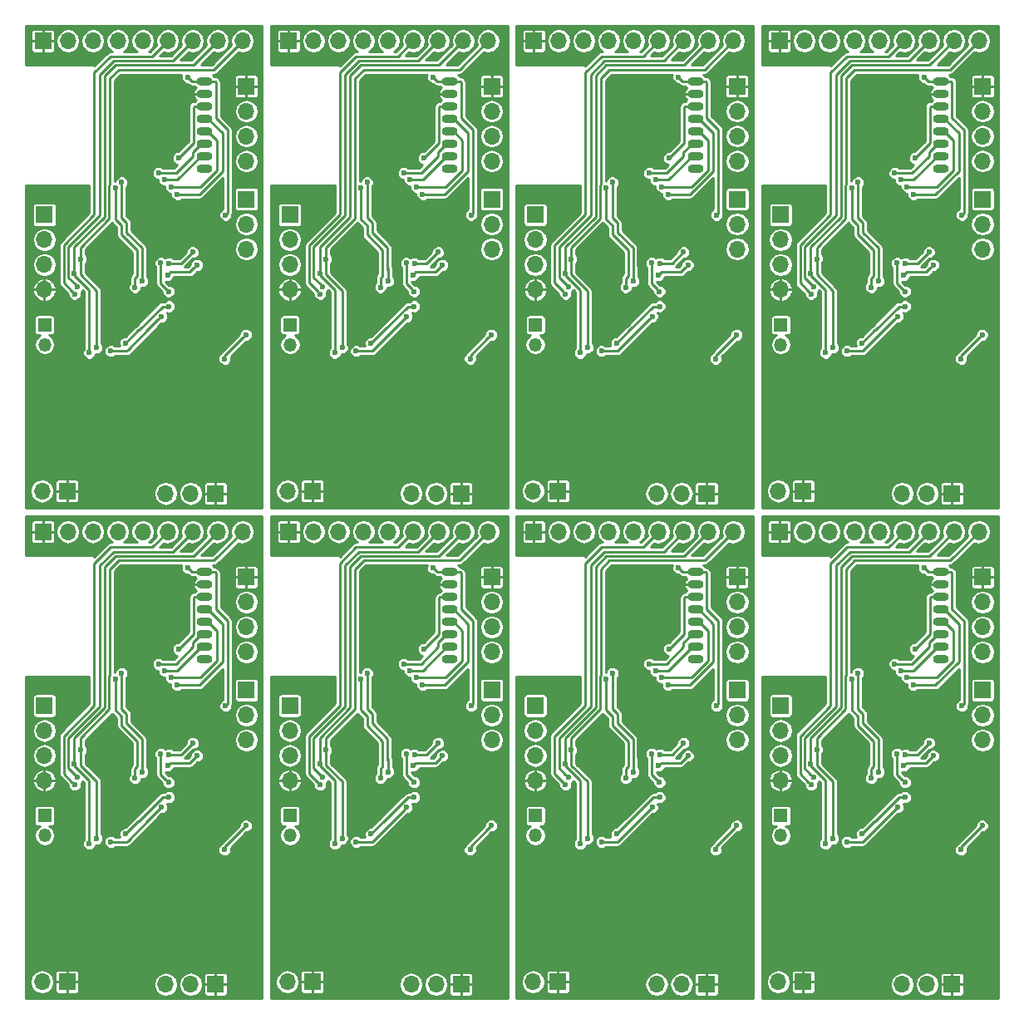
<source format=gbl>
G04 #@! TF.FileFunction,Copper,L2,Bot,Signal*
%FSLAX46Y46*%
G04 Gerber Fmt 4.6, Leading zero omitted, Abs format (unit mm)*
G04 Created by KiCad (PCBNEW 4.0.2-stable) date 9/8/2017 10:59:42 PM*
%MOMM*%
G01*
G04 APERTURE LIST*
%ADD10C,0.100000*%
%ADD11O,1.600000X0.900000*%
%ADD12R,1.700000X1.700000*%
%ADD13O,1.700000X1.700000*%
%ADD14R,1.350000X1.350000*%
%ADD15O,1.350000X1.350000*%
%ADD16C,0.600000*%
%ADD17C,0.250000*%
%ADD18C,0.254000*%
G04 APERTURE END LIST*
D10*
D11*
X193682000Y-134119000D03*
X193682000Y-135389000D03*
X193682000Y-136659000D03*
X193682000Y-137929000D03*
X193682000Y-139199000D03*
X193682000Y-140469000D03*
X193682000Y-141739000D03*
X193682000Y-143009000D03*
X168682000Y-134119000D03*
X168682000Y-135389000D03*
X168682000Y-136659000D03*
X168682000Y-137929000D03*
X168682000Y-139199000D03*
X168682000Y-140469000D03*
X168682000Y-141739000D03*
X168682000Y-143009000D03*
X143682000Y-134119000D03*
X143682000Y-135389000D03*
X143682000Y-136659000D03*
X143682000Y-137929000D03*
X143682000Y-139199000D03*
X143682000Y-140469000D03*
X143682000Y-141739000D03*
X143682000Y-143009000D03*
X118682000Y-134119000D03*
X118682000Y-135389000D03*
X118682000Y-136659000D03*
X118682000Y-137929000D03*
X118682000Y-139199000D03*
X118682000Y-140469000D03*
X118682000Y-141739000D03*
X118682000Y-143009000D03*
X193682000Y-84119000D03*
X193682000Y-85389000D03*
X193682000Y-86659000D03*
X193682000Y-87929000D03*
X193682000Y-89199000D03*
X193682000Y-90469000D03*
X193682000Y-91739000D03*
X193682000Y-93009000D03*
X168682000Y-84119000D03*
X168682000Y-85389000D03*
X168682000Y-86659000D03*
X168682000Y-87929000D03*
X168682000Y-89199000D03*
X168682000Y-90469000D03*
X168682000Y-91739000D03*
X168682000Y-93009000D03*
X143682000Y-84119000D03*
X143682000Y-85389000D03*
X143682000Y-86659000D03*
X143682000Y-87929000D03*
X143682000Y-89199000D03*
X143682000Y-90469000D03*
X143682000Y-91739000D03*
X143682000Y-93009000D03*
D12*
X179673600Y-175857200D03*
D13*
X177133600Y-175857200D03*
D12*
X154673600Y-175857200D03*
D13*
X152133600Y-175857200D03*
D12*
X129673600Y-175857200D03*
D13*
X127133600Y-175857200D03*
D12*
X104673600Y-175857200D03*
D13*
X102133600Y-175857200D03*
D12*
X179673600Y-125857200D03*
D13*
X177133600Y-125857200D03*
D12*
X154673600Y-125857200D03*
D13*
X152133600Y-125857200D03*
D12*
X129673600Y-125857200D03*
D13*
X127133600Y-125857200D03*
D12*
X177235000Y-130010000D03*
D13*
X179775000Y-130010000D03*
X182315000Y-130010000D03*
X184855000Y-130010000D03*
X187395000Y-130010000D03*
X189935000Y-130010000D03*
X192475000Y-130010000D03*
X195015000Y-130010000D03*
X197555000Y-130010000D03*
D12*
X152235000Y-130010000D03*
D13*
X154775000Y-130010000D03*
X157315000Y-130010000D03*
X159855000Y-130010000D03*
X162395000Y-130010000D03*
X164935000Y-130010000D03*
X167475000Y-130010000D03*
X170015000Y-130010000D03*
X172555000Y-130010000D03*
D12*
X127235000Y-130010000D03*
D13*
X129775000Y-130010000D03*
X132315000Y-130010000D03*
X134855000Y-130010000D03*
X137395000Y-130010000D03*
X139935000Y-130010000D03*
X142475000Y-130010000D03*
X145015000Y-130010000D03*
X147555000Y-130010000D03*
D12*
X102235000Y-130010000D03*
D13*
X104775000Y-130010000D03*
X107315000Y-130010000D03*
X109855000Y-130010000D03*
X112395000Y-130010000D03*
X114935000Y-130010000D03*
X117475000Y-130010000D03*
X120015000Y-130010000D03*
X122555000Y-130010000D03*
D12*
X177235000Y-80010000D03*
D13*
X179775000Y-80010000D03*
X182315000Y-80010000D03*
X184855000Y-80010000D03*
X187395000Y-80010000D03*
X189935000Y-80010000D03*
X192475000Y-80010000D03*
X195015000Y-80010000D03*
X197555000Y-80010000D03*
D12*
X152235000Y-80010000D03*
D13*
X154775000Y-80010000D03*
X157315000Y-80010000D03*
X159855000Y-80010000D03*
X162395000Y-80010000D03*
X164935000Y-80010000D03*
X167475000Y-80010000D03*
X170015000Y-80010000D03*
X172555000Y-80010000D03*
D12*
X127235000Y-80010000D03*
D13*
X129775000Y-80010000D03*
X132315000Y-80010000D03*
X134855000Y-80010000D03*
X137395000Y-80010000D03*
X139935000Y-80010000D03*
X142475000Y-80010000D03*
X145015000Y-80010000D03*
X147555000Y-80010000D03*
D12*
X197936000Y-134645500D03*
D13*
X197936000Y-137185500D03*
X197936000Y-139725500D03*
X197936000Y-142265500D03*
D12*
X172936000Y-134645500D03*
D13*
X172936000Y-137185500D03*
X172936000Y-139725500D03*
X172936000Y-142265500D03*
D12*
X147936000Y-134645500D03*
D13*
X147936000Y-137185500D03*
X147936000Y-139725500D03*
X147936000Y-142265500D03*
D12*
X122936000Y-134645500D03*
D13*
X122936000Y-137185500D03*
X122936000Y-139725500D03*
X122936000Y-142265500D03*
D12*
X197936000Y-84645500D03*
D13*
X197936000Y-87185500D03*
X197936000Y-89725500D03*
X197936000Y-92265500D03*
D12*
X172936000Y-84645500D03*
D13*
X172936000Y-87185500D03*
X172936000Y-89725500D03*
X172936000Y-92265500D03*
D12*
X147936000Y-84645500D03*
D13*
X147936000Y-87185500D03*
X147936000Y-89725500D03*
X147936000Y-92265500D03*
D12*
X194812000Y-176111200D03*
D13*
X192272000Y-176111200D03*
X189732000Y-176111200D03*
D12*
X169812000Y-176111200D03*
D13*
X167272000Y-176111200D03*
X164732000Y-176111200D03*
D12*
X144812000Y-176111200D03*
D13*
X142272000Y-176111200D03*
X139732000Y-176111200D03*
D12*
X119812000Y-176111200D03*
D13*
X117272000Y-176111200D03*
X114732000Y-176111200D03*
D12*
X194812000Y-126111200D03*
D13*
X192272000Y-126111200D03*
X189732000Y-126111200D03*
D12*
X169812000Y-126111200D03*
D13*
X167272000Y-126111200D03*
X164732000Y-126111200D03*
D12*
X144812000Y-126111200D03*
D13*
X142272000Y-126111200D03*
X139732000Y-126111200D03*
D12*
X197936000Y-146139000D03*
D13*
X197936000Y-148679000D03*
X197936000Y-151219000D03*
D12*
X172936000Y-146139000D03*
D13*
X172936000Y-148679000D03*
X172936000Y-151219000D03*
D12*
X147936000Y-146139000D03*
D13*
X147936000Y-148679000D03*
X147936000Y-151219000D03*
D12*
X122936000Y-146139000D03*
D13*
X122936000Y-148679000D03*
X122936000Y-151219000D03*
D12*
X197936000Y-96139000D03*
D13*
X197936000Y-98679000D03*
X197936000Y-101219000D03*
D12*
X172936000Y-96139000D03*
D13*
X172936000Y-98679000D03*
X172936000Y-101219000D03*
D12*
X147936000Y-96139000D03*
D13*
X147936000Y-98679000D03*
X147936000Y-101219000D03*
D12*
X177362000Y-147726500D03*
D13*
X177362000Y-150266500D03*
X177362000Y-152806500D03*
X177362000Y-155346500D03*
D12*
X152362000Y-147726500D03*
D13*
X152362000Y-150266500D03*
X152362000Y-152806500D03*
X152362000Y-155346500D03*
D12*
X127362000Y-147726500D03*
D13*
X127362000Y-150266500D03*
X127362000Y-152806500D03*
X127362000Y-155346500D03*
D12*
X102362000Y-147726500D03*
D13*
X102362000Y-150266500D03*
X102362000Y-152806500D03*
X102362000Y-155346500D03*
D12*
X177362000Y-97726500D03*
D13*
X177362000Y-100266500D03*
X177362000Y-102806500D03*
X177362000Y-105346500D03*
D12*
X152362000Y-97726500D03*
D13*
X152362000Y-100266500D03*
X152362000Y-102806500D03*
X152362000Y-105346500D03*
D12*
X127362000Y-97726500D03*
D13*
X127362000Y-100266500D03*
X127362000Y-102806500D03*
X127362000Y-105346500D03*
D14*
X177387400Y-158940600D03*
D15*
X177387400Y-160940600D03*
D14*
X152387400Y-158940600D03*
D15*
X152387400Y-160940600D03*
D14*
X127387400Y-158940600D03*
D15*
X127387400Y-160940600D03*
D14*
X102387400Y-158940600D03*
D15*
X102387400Y-160940600D03*
D14*
X177387400Y-108940600D03*
D15*
X177387400Y-110940600D03*
D14*
X152387400Y-108940600D03*
D15*
X152387400Y-110940600D03*
D14*
X127387400Y-108940600D03*
D15*
X127387400Y-110940600D03*
D12*
X102362000Y-97726500D03*
D13*
X102362000Y-100266500D03*
X102362000Y-102806500D03*
X102362000Y-105346500D03*
D12*
X104673600Y-125857200D03*
D13*
X102133600Y-125857200D03*
D12*
X119812000Y-126111200D03*
D13*
X117272000Y-126111200D03*
X114732000Y-126111200D03*
D12*
X122936000Y-96139000D03*
D13*
X122936000Y-98679000D03*
X122936000Y-101219000D03*
D11*
X118682000Y-84119000D03*
X118682000Y-85389000D03*
X118682000Y-86659000D03*
X118682000Y-87929000D03*
X118682000Y-89199000D03*
X118682000Y-90469000D03*
X118682000Y-91739000D03*
X118682000Y-93009000D03*
D12*
X102235000Y-80010000D03*
D13*
X104775000Y-80010000D03*
X107315000Y-80010000D03*
X109855000Y-80010000D03*
X112395000Y-80010000D03*
X114935000Y-80010000D03*
X117475000Y-80010000D03*
X120015000Y-80010000D03*
X122555000Y-80010000D03*
D12*
X122936000Y-84645500D03*
D13*
X122936000Y-87185500D03*
X122936000Y-89725500D03*
X122936000Y-92265500D03*
D14*
X102387400Y-108940600D03*
D15*
X102387400Y-110940600D03*
D16*
X185250000Y-142250000D03*
X160250000Y-142250000D03*
X135250000Y-142250000D03*
X110250000Y-142250000D03*
X185250000Y-92250000D03*
X160250000Y-92250000D03*
X135250000Y-92250000D03*
X183302100Y-151498400D03*
X158302100Y-151498400D03*
X133302100Y-151498400D03*
X108302100Y-151498400D03*
X183302100Y-101498400D03*
X158302100Y-101498400D03*
X133302100Y-101498400D03*
X194507000Y-145961200D03*
X169507000Y-145961200D03*
X144507000Y-145961200D03*
X119507000Y-145961200D03*
X194507000Y-95961200D03*
X169507000Y-95961200D03*
X144507000Y-95961200D03*
X195750000Y-157500000D03*
X170750000Y-157500000D03*
X145750000Y-157500000D03*
X120750000Y-157500000D03*
X195750000Y-107500000D03*
X170750000Y-107500000D03*
X145750000Y-107500000D03*
X197745500Y-162014000D03*
X172745500Y-162014000D03*
X147745500Y-162014000D03*
X122745500Y-162014000D03*
X197745500Y-112014000D03*
X172745500Y-112014000D03*
X147745500Y-112014000D03*
X190925600Y-162318800D03*
X165925600Y-162318800D03*
X140925600Y-162318800D03*
X115925600Y-162318800D03*
X190925600Y-112318800D03*
X165925600Y-112318800D03*
X140925600Y-112318800D03*
X189808000Y-138900000D03*
X164808000Y-138900000D03*
X139808000Y-138900000D03*
X114808000Y-138900000D03*
X189808000Y-88900000D03*
X164808000Y-88900000D03*
X139808000Y-88900000D03*
X190798600Y-135877400D03*
X165798600Y-135877400D03*
X140798600Y-135877400D03*
X115798600Y-135877400D03*
X190798600Y-85877400D03*
X165798600Y-85877400D03*
X140798600Y-85877400D03*
X178225600Y-165112800D03*
X153225600Y-165112800D03*
X128225600Y-165112800D03*
X103225600Y-165112800D03*
X178225600Y-115112800D03*
X153225600Y-115112800D03*
X128225600Y-115112800D03*
X180105200Y-162548000D03*
X155105200Y-162548000D03*
X130105200Y-162548000D03*
X105105200Y-162548000D03*
X180105200Y-112548000D03*
X155105200Y-112548000D03*
X130105200Y-112548000D03*
X185490000Y-164096800D03*
X160490000Y-164096800D03*
X135490000Y-164096800D03*
X110490000Y-164096800D03*
X185490000Y-114096800D03*
X160490000Y-114096800D03*
X135490000Y-114096800D03*
X115925600Y-112318800D03*
X110490000Y-114096800D03*
X105105200Y-112548000D03*
X103225600Y-115112800D03*
X119507000Y-95961200D03*
X108302100Y-101498400D03*
X115798600Y-85877400D03*
X122745500Y-112014000D03*
X114808000Y-88900000D03*
X110250000Y-92250000D03*
X120750000Y-107500000D03*
X189223800Y-152641400D03*
X164223800Y-152641400D03*
X139223800Y-152641400D03*
X114223800Y-152641400D03*
X189223800Y-102641400D03*
X164223800Y-102641400D03*
X139223800Y-102641400D03*
X195827800Y-147739200D03*
X170827800Y-147739200D03*
X145827800Y-147739200D03*
X120827800Y-147739200D03*
X195827800Y-97739200D03*
X170827800Y-97739200D03*
X145827800Y-97739200D03*
X190026620Y-155535914D03*
X165026620Y-155535914D03*
X140026620Y-155535914D03*
X115026620Y-155535914D03*
X190026620Y-105535914D03*
X165026620Y-105535914D03*
X140026620Y-105535914D03*
X197885200Y-159956600D03*
X172885200Y-159956600D03*
X147885200Y-159956600D03*
X122885200Y-159956600D03*
X197885200Y-109956600D03*
X172885200Y-109956600D03*
X147885200Y-109956600D03*
X195726200Y-162395000D03*
X170726200Y-162395000D03*
X145726200Y-162395000D03*
X120726200Y-162395000D03*
X195726200Y-112395000D03*
X170726200Y-112395000D03*
X145726200Y-112395000D03*
X191965000Y-133693000D03*
X166965000Y-133693000D03*
X141965000Y-133693000D03*
X116965000Y-133693000D03*
X191965000Y-83693000D03*
X166965000Y-83693000D03*
X141965000Y-83693000D03*
X116965000Y-83693000D03*
X120726200Y-112395000D03*
X122885200Y-109956600D03*
X120827800Y-97739200D03*
X115026620Y-105535914D03*
X114223800Y-102641400D03*
X181045000Y-152235000D03*
X156045000Y-152235000D03*
X131045000Y-152235000D03*
X106045000Y-152235000D03*
X181045000Y-102235000D03*
X156045000Y-102235000D03*
X131045000Y-102235000D03*
X182696000Y-161252000D03*
X157696000Y-161252000D03*
X132696000Y-161252000D03*
X107696000Y-161252000D03*
X182696000Y-111252000D03*
X157696000Y-111252000D03*
X132696000Y-111252000D03*
X107696000Y-111252000D03*
X106045000Y-102235000D03*
X180419980Y-153679292D03*
X155419980Y-153679292D03*
X130419980Y-153679292D03*
X105419980Y-153679292D03*
X180419980Y-103679292D03*
X155419980Y-103679292D03*
X130419980Y-103679292D03*
X181941192Y-161785400D03*
X156941192Y-161785400D03*
X131941192Y-161785400D03*
X106941192Y-161785400D03*
X181941192Y-111785400D03*
X156941192Y-111785400D03*
X131941192Y-111785400D03*
X106941192Y-111785400D03*
X105419980Y-103679292D03*
X184601000Y-144996000D03*
X159601000Y-144996000D03*
X134601000Y-144996000D03*
X109601000Y-144996000D03*
X184601000Y-94996000D03*
X159601000Y-94996000D03*
X134601000Y-94996000D03*
X186593063Y-155110640D03*
X161593063Y-155110640D03*
X136593063Y-155110640D03*
X111593063Y-155110640D03*
X186593063Y-105110640D03*
X161593063Y-105110640D03*
X136593063Y-105110640D03*
X111593063Y-105110640D03*
X109601000Y-94996000D03*
X185236000Y-144424500D03*
X160236000Y-144424500D03*
X135236000Y-144424500D03*
X110236000Y-144424500D03*
X185236000Y-94424500D03*
X160236000Y-94424500D03*
X135236000Y-94424500D03*
X187359813Y-154485620D03*
X162359813Y-154485620D03*
X137359813Y-154485620D03*
X112359813Y-154485620D03*
X187359813Y-104485620D03*
X162359813Y-104485620D03*
X137359813Y-104485620D03*
X112359813Y-104485620D03*
X110236000Y-94424500D03*
X180454309Y-155778411D03*
X155454309Y-155778411D03*
X130454309Y-155778411D03*
X105454309Y-155778411D03*
X180454309Y-105778411D03*
X155454309Y-105778411D03*
X130454309Y-105778411D03*
X105454309Y-105778411D03*
X180729339Y-155027161D03*
X155729339Y-155027161D03*
X130729339Y-155027161D03*
X105729339Y-155027161D03*
X180729339Y-105027161D03*
X155729339Y-105027161D03*
X130729339Y-105027161D03*
X105729339Y-105027161D03*
X189266093Y-158085507D03*
X164266093Y-158085507D03*
X139266093Y-158085507D03*
X114266093Y-158085507D03*
X189266093Y-108085507D03*
X164266093Y-108085507D03*
X139266093Y-108085507D03*
X184118400Y-161607600D03*
X159118400Y-161607600D03*
X134118400Y-161607600D03*
X109118400Y-161607600D03*
X184118400Y-111607600D03*
X159118400Y-111607600D03*
X134118400Y-111607600D03*
X109118400Y-111607600D03*
X114266093Y-108085507D03*
X192475000Y-151536500D03*
X167475000Y-151536500D03*
X142475000Y-151536500D03*
X117475000Y-151536500D03*
X192475000Y-101536500D03*
X167475000Y-101536500D03*
X142475000Y-101536500D03*
X190070632Y-152698152D03*
X165070632Y-152698152D03*
X140070632Y-152698152D03*
X115070632Y-152698152D03*
X190070632Y-102698152D03*
X165070632Y-102698152D03*
X140070632Y-102698152D03*
X191027200Y-141948000D03*
X166027200Y-141948000D03*
X141027200Y-141948000D03*
X116027200Y-141948000D03*
X191027200Y-91948000D03*
X166027200Y-91948000D03*
X141027200Y-91948000D03*
X115070632Y-102698152D03*
X116027200Y-91948000D03*
X117475000Y-101536500D03*
X190887500Y-145631000D03*
X165887500Y-145631000D03*
X140887500Y-145631000D03*
X115887500Y-145631000D03*
X190887500Y-95631000D03*
X165887500Y-95631000D03*
X140887500Y-95631000D03*
X115887500Y-95631000D03*
X190252500Y-144869000D03*
X165252500Y-144869000D03*
X140252500Y-144869000D03*
X115252500Y-144869000D03*
X190252500Y-94869000D03*
X165252500Y-94869000D03*
X140252500Y-94869000D03*
X115252500Y-94869000D03*
X188982500Y-143472000D03*
X163982500Y-143472000D03*
X138982500Y-143472000D03*
X113982500Y-143472000D03*
X188982500Y-93472000D03*
X163982500Y-93472000D03*
X138982500Y-93472000D03*
X113982500Y-93472000D03*
X189617500Y-144170500D03*
X164617500Y-144170500D03*
X139617500Y-144170500D03*
X114617500Y-144170500D03*
X189617500Y-94170500D03*
X164617500Y-94170500D03*
X139617500Y-94170500D03*
X114617500Y-94170500D03*
X189909600Y-153860600D03*
X164909600Y-153860600D03*
X139909600Y-153860600D03*
X114909600Y-153860600D03*
X189909600Y-103860600D03*
X164909600Y-103860600D03*
X139909600Y-103860600D03*
X192906800Y-152844600D03*
X167906800Y-152844600D03*
X142906800Y-152844600D03*
X117906800Y-152844600D03*
X192906800Y-102844600D03*
X167906800Y-102844600D03*
X142906800Y-102844600D03*
X117906800Y-102844600D03*
X114909600Y-103860600D03*
X190036600Y-157047100D03*
X165036600Y-157047100D03*
X140036600Y-157047100D03*
X115036600Y-157047100D03*
X190036600Y-107047100D03*
X165036600Y-107047100D03*
X140036600Y-107047100D03*
X185642400Y-160794800D03*
X160642400Y-160794800D03*
X135642400Y-160794800D03*
X110642400Y-160794800D03*
X185642400Y-110794800D03*
X160642400Y-110794800D03*
X135642400Y-110794800D03*
X110642400Y-110794800D03*
X115036600Y-107047100D03*
D17*
X195827800Y-147739200D02*
X196031000Y-147536000D01*
X170827800Y-147739200D02*
X171031000Y-147536000D01*
X145827800Y-147739200D02*
X146031000Y-147536000D01*
X120827800Y-147739200D02*
X121031000Y-147536000D01*
X195827800Y-97739200D02*
X196031000Y-97536000D01*
X170827800Y-97739200D02*
X171031000Y-97536000D01*
X145827800Y-97739200D02*
X146031000Y-97536000D01*
X196031000Y-147536000D02*
X196031000Y-139090500D01*
X171031000Y-147536000D02*
X171031000Y-139090500D01*
X146031000Y-147536000D02*
X146031000Y-139090500D01*
X121031000Y-147536000D02*
X121031000Y-139090500D01*
X196031000Y-97536000D02*
X196031000Y-89090500D01*
X171031000Y-97536000D02*
X171031000Y-89090500D01*
X146031000Y-97536000D02*
X146031000Y-89090500D01*
X194824500Y-137884000D02*
X194824500Y-134211500D01*
X169824500Y-137884000D02*
X169824500Y-134211500D01*
X144824500Y-137884000D02*
X144824500Y-134211500D01*
X119824500Y-137884000D02*
X119824500Y-134211500D01*
X194824500Y-87884000D02*
X194824500Y-84211500D01*
X169824500Y-87884000D02*
X169824500Y-84211500D01*
X144824500Y-87884000D02*
X144824500Y-84211500D01*
X196031000Y-139090500D02*
X194824500Y-137884000D01*
X171031000Y-139090500D02*
X169824500Y-137884000D01*
X146031000Y-139090500D02*
X144824500Y-137884000D01*
X121031000Y-139090500D02*
X119824500Y-137884000D01*
X196031000Y-89090500D02*
X194824500Y-87884000D01*
X171031000Y-89090500D02*
X169824500Y-87884000D01*
X146031000Y-89090500D02*
X144824500Y-87884000D01*
X189223800Y-152641400D02*
X189223800Y-154733094D01*
X164223800Y-152641400D02*
X164223800Y-154733094D01*
X139223800Y-152641400D02*
X139223800Y-154733094D01*
X114223800Y-152641400D02*
X114223800Y-154733094D01*
X189223800Y-102641400D02*
X189223800Y-104733094D01*
X164223800Y-102641400D02*
X164223800Y-104733094D01*
X139223800Y-102641400D02*
X139223800Y-104733094D01*
X189223800Y-154733094D02*
X189726621Y-155235915D01*
X164223800Y-154733094D02*
X164726621Y-155235915D01*
X139223800Y-154733094D02*
X139726621Y-155235915D01*
X114223800Y-154733094D02*
X114726621Y-155235915D01*
X189223800Y-104733094D02*
X189726621Y-105235915D01*
X164223800Y-104733094D02*
X164726621Y-105235915D01*
X139223800Y-104733094D02*
X139726621Y-105235915D01*
X189726621Y-155235915D02*
X190026620Y-155535914D01*
X164726621Y-155235915D02*
X165026620Y-155535914D01*
X139726621Y-155235915D02*
X140026620Y-155535914D01*
X114726621Y-155235915D02*
X115026620Y-155535914D01*
X189726621Y-105235915D02*
X190026620Y-105535914D01*
X164726621Y-105235915D02*
X165026620Y-105535914D01*
X139726621Y-105235915D02*
X140026620Y-105535914D01*
X192391000Y-134119000D02*
X191965000Y-133693000D01*
X167391000Y-134119000D02*
X166965000Y-133693000D01*
X142391000Y-134119000D02*
X141965000Y-133693000D01*
X117391000Y-134119000D02*
X116965000Y-133693000D01*
X192391000Y-84119000D02*
X191965000Y-83693000D01*
X167391000Y-84119000D02*
X166965000Y-83693000D01*
X142391000Y-84119000D02*
X141965000Y-83693000D01*
X193682000Y-134119000D02*
X192391000Y-134119000D01*
X168682000Y-134119000D02*
X167391000Y-134119000D01*
X143682000Y-134119000D02*
X142391000Y-134119000D01*
X118682000Y-134119000D02*
X117391000Y-134119000D01*
X193682000Y-84119000D02*
X192391000Y-84119000D01*
X168682000Y-84119000D02*
X167391000Y-84119000D01*
X143682000Y-84119000D02*
X142391000Y-84119000D01*
X194732000Y-134119000D02*
X193682000Y-134119000D01*
X169732000Y-134119000D02*
X168682000Y-134119000D01*
X144732000Y-134119000D02*
X143682000Y-134119000D01*
X119732000Y-134119000D02*
X118682000Y-134119000D01*
X194732000Y-84119000D02*
X193682000Y-84119000D01*
X169732000Y-84119000D02*
X168682000Y-84119000D01*
X144732000Y-84119000D02*
X143682000Y-84119000D01*
X194824500Y-134211500D02*
X194732000Y-134119000D01*
X169824500Y-134211500D02*
X169732000Y-134119000D01*
X144824500Y-134211500D02*
X144732000Y-134119000D01*
X119824500Y-134211500D02*
X119732000Y-134119000D01*
X194824500Y-84211500D02*
X194732000Y-84119000D01*
X169824500Y-84211500D02*
X169732000Y-84119000D01*
X144824500Y-84211500D02*
X144732000Y-84119000D01*
X197585201Y-160256599D02*
X195726200Y-162115600D01*
X172585201Y-160256599D02*
X170726200Y-162115600D01*
X147585201Y-160256599D02*
X145726200Y-162115600D01*
X122585201Y-160256599D02*
X120726200Y-162115600D01*
X197585201Y-110256599D02*
X195726200Y-112115600D01*
X172585201Y-110256599D02*
X170726200Y-112115600D01*
X147585201Y-110256599D02*
X145726200Y-112115600D01*
X195726200Y-162115600D02*
X195726200Y-162395000D01*
X170726200Y-162115600D02*
X170726200Y-162395000D01*
X145726200Y-162115600D02*
X145726200Y-162395000D01*
X120726200Y-162115600D02*
X120726200Y-162395000D01*
X195726200Y-112115600D02*
X195726200Y-112395000D01*
X170726200Y-112115600D02*
X170726200Y-112395000D01*
X145726200Y-112115600D02*
X145726200Y-112395000D01*
X197885200Y-159956600D02*
X197585201Y-160256599D01*
X172885200Y-159956600D02*
X172585201Y-160256599D01*
X147885200Y-159956600D02*
X147585201Y-160256599D01*
X122885200Y-159956600D02*
X122585201Y-160256599D01*
X197885200Y-109956600D02*
X197585201Y-110256599D01*
X172885200Y-109956600D02*
X172585201Y-110256599D01*
X147885200Y-109956600D02*
X147585201Y-110256599D01*
X120827800Y-97739200D02*
X121031000Y-97536000D01*
X121031000Y-97536000D02*
X121031000Y-89090500D01*
X121031000Y-89090500D02*
X119824500Y-87884000D01*
X119824500Y-87884000D02*
X119824500Y-84211500D01*
X119824500Y-84211500D02*
X119732000Y-84119000D01*
X119732000Y-84119000D02*
X118682000Y-84119000D01*
X118682000Y-84119000D02*
X117391000Y-84119000D01*
X117391000Y-84119000D02*
X116965000Y-83693000D01*
X120726200Y-112115600D02*
X120726200Y-112395000D01*
X122585201Y-110256599D02*
X120726200Y-112115600D01*
X122885200Y-109956600D02*
X122585201Y-110256599D01*
X114726621Y-105235915D02*
X115026620Y-105535914D01*
X114223800Y-104733094D02*
X114726621Y-105235915D01*
X114223800Y-102641400D02*
X114223800Y-104733094D01*
X184029500Y-133820000D02*
X184029500Y-144642496D01*
X159029500Y-133820000D02*
X159029500Y-144642496D01*
X134029500Y-133820000D02*
X134029500Y-144642496D01*
X109029500Y-133820000D02*
X109029500Y-144642496D01*
X184029500Y-83820000D02*
X184029500Y-94642496D01*
X159029500Y-83820000D02*
X159029500Y-94642496D01*
X134029500Y-83820000D02*
X134029500Y-94642496D01*
X184029500Y-144642496D02*
X183975998Y-144695998D01*
X159029500Y-144642496D02*
X158975998Y-144695998D01*
X134029500Y-144642496D02*
X133975998Y-144695998D01*
X109029500Y-144642496D02*
X108975998Y-144695998D01*
X184029500Y-94642496D02*
X183975998Y-94695998D01*
X159029500Y-94642496D02*
X158975998Y-94695998D01*
X134029500Y-94642496D02*
X133975998Y-94695998D01*
X181045000Y-153822500D02*
X182696000Y-155473500D01*
X156045000Y-153822500D02*
X157696000Y-155473500D01*
X131045000Y-153822500D02*
X132696000Y-155473500D01*
X106045000Y-153822500D02*
X107696000Y-155473500D01*
X181045000Y-103822500D02*
X182696000Y-105473500D01*
X156045000Y-103822500D02*
X157696000Y-105473500D01*
X131045000Y-103822500D02*
X132696000Y-105473500D01*
X183975998Y-144695998D02*
X183975998Y-148107500D01*
X158975998Y-144695998D02*
X158975998Y-148107500D01*
X133975998Y-144695998D02*
X133975998Y-148107500D01*
X108975998Y-144695998D02*
X108975998Y-148107500D01*
X183975998Y-94695998D02*
X183975998Y-98107500D01*
X158975998Y-94695998D02*
X158975998Y-98107500D01*
X133975998Y-94695998D02*
X133975998Y-98107500D01*
X181045000Y-152235000D02*
X181045000Y-153822500D01*
X156045000Y-152235000D02*
X156045000Y-153822500D01*
X131045000Y-152235000D02*
X131045000Y-153822500D01*
X106045000Y-152235000D02*
X106045000Y-153822500D01*
X181045000Y-102235000D02*
X181045000Y-103822500D01*
X156045000Y-102235000D02*
X156045000Y-103822500D01*
X131045000Y-102235000D02*
X131045000Y-103822500D01*
X181045000Y-151038498D02*
X183975998Y-148107500D01*
X156045000Y-151038498D02*
X158975998Y-148107500D01*
X131045000Y-151038498D02*
X133975998Y-148107500D01*
X106045000Y-151038498D02*
X108975998Y-148107500D01*
X181045000Y-101038498D02*
X183975998Y-98107500D01*
X156045000Y-101038498D02*
X158975998Y-98107500D01*
X131045000Y-101038498D02*
X133975998Y-98107500D01*
X181045000Y-152235000D02*
X181045000Y-151038498D01*
X156045000Y-152235000D02*
X156045000Y-151038498D01*
X131045000Y-152235000D02*
X131045000Y-151038498D01*
X106045000Y-152235000D02*
X106045000Y-151038498D01*
X181045000Y-102235000D02*
X181045000Y-101038498D01*
X156045000Y-102235000D02*
X156045000Y-101038498D01*
X131045000Y-102235000D02*
X131045000Y-101038498D01*
X182696000Y-155473500D02*
X182696000Y-160299500D01*
X157696000Y-155473500D02*
X157696000Y-160299500D01*
X132696000Y-155473500D02*
X132696000Y-160299500D01*
X107696000Y-155473500D02*
X107696000Y-160299500D01*
X182696000Y-105473500D02*
X182696000Y-110299500D01*
X157696000Y-105473500D02*
X157696000Y-110299500D01*
X132696000Y-105473500D02*
X132696000Y-110299500D01*
X182696000Y-160299500D02*
X182696000Y-161252000D01*
X157696000Y-160299500D02*
X157696000Y-161252000D01*
X132696000Y-160299500D02*
X132696000Y-161252000D01*
X107696000Y-160299500D02*
X107696000Y-161252000D01*
X182696000Y-110299500D02*
X182696000Y-111252000D01*
X157696000Y-110299500D02*
X157696000Y-111252000D01*
X132696000Y-110299500D02*
X132696000Y-111252000D01*
X184918500Y-132931000D02*
X184029500Y-133820000D01*
X159918500Y-132931000D02*
X159029500Y-133820000D01*
X134918500Y-132931000D02*
X134029500Y-133820000D01*
X109918500Y-132931000D02*
X109029500Y-133820000D01*
X184918500Y-82931000D02*
X184029500Y-83820000D01*
X159918500Y-82931000D02*
X159029500Y-83820000D01*
X134918500Y-82931000D02*
X134029500Y-83820000D01*
X194634000Y-132931000D02*
X184918500Y-132931000D01*
X169634000Y-132931000D02*
X159918500Y-132931000D01*
X144634000Y-132931000D02*
X134918500Y-132931000D01*
X119634000Y-132931000D02*
X109918500Y-132931000D01*
X194634000Y-82931000D02*
X184918500Y-82931000D01*
X169634000Y-82931000D02*
X159918500Y-82931000D01*
X144634000Y-82931000D02*
X134918500Y-82931000D01*
X197555000Y-130010000D02*
X194634000Y-132931000D01*
X172555000Y-130010000D02*
X169634000Y-132931000D01*
X147555000Y-130010000D02*
X144634000Y-132931000D01*
X122555000Y-130010000D02*
X119634000Y-132931000D01*
X197555000Y-80010000D02*
X194634000Y-82931000D01*
X172555000Y-80010000D02*
X169634000Y-82931000D01*
X147555000Y-80010000D02*
X144634000Y-82931000D01*
X108975998Y-94695998D02*
X108975998Y-98107500D01*
X106045000Y-101038498D02*
X108975998Y-98107500D01*
X106045000Y-102235000D02*
X106045000Y-101038498D01*
X107696000Y-110299500D02*
X107696000Y-111252000D01*
X107696000Y-105473500D02*
X107696000Y-110299500D01*
X106045000Y-103822500D02*
X107696000Y-105473500D01*
X106045000Y-102235000D02*
X106045000Y-103822500D01*
X109029500Y-94642496D02*
X108975998Y-94695998D01*
X109029500Y-83820000D02*
X109029500Y-94642496D01*
X119634000Y-82931000D02*
X109918500Y-82931000D01*
X109918500Y-82931000D02*
X109029500Y-83820000D01*
X122555000Y-80010000D02*
X119634000Y-82931000D01*
X181941192Y-155355102D02*
X181941192Y-161361136D01*
X156941192Y-155355102D02*
X156941192Y-161361136D01*
X131941192Y-155355102D02*
X131941192Y-161361136D01*
X106941192Y-155355102D02*
X106941192Y-161361136D01*
X181941192Y-105355102D02*
X181941192Y-111361136D01*
X156941192Y-105355102D02*
X156941192Y-111361136D01*
X131941192Y-105355102D02*
X131941192Y-111361136D01*
X181941192Y-161361136D02*
X181941192Y-161785400D01*
X156941192Y-161361136D02*
X156941192Y-161785400D01*
X131941192Y-161361136D02*
X131941192Y-161785400D01*
X106941192Y-161361136D02*
X106941192Y-161785400D01*
X181941192Y-111361136D02*
X181941192Y-111785400D01*
X156941192Y-111361136D02*
X156941192Y-111785400D01*
X131941192Y-111361136D02*
X131941192Y-111785400D01*
X183521500Y-133564589D02*
X183521500Y-147915590D01*
X158521500Y-133564589D02*
X158521500Y-147915590D01*
X133521500Y-133564589D02*
X133521500Y-147915590D01*
X108521500Y-133564589D02*
X108521500Y-147915590D01*
X183521500Y-83564589D02*
X183521500Y-97915590D01*
X158521500Y-83564589D02*
X158521500Y-97915590D01*
X133521500Y-83564589D02*
X133521500Y-97915590D01*
X180419980Y-153679292D02*
X180419980Y-153833890D01*
X155419980Y-153679292D02*
X155419980Y-153833890D01*
X130419980Y-153679292D02*
X130419980Y-153833890D01*
X105419980Y-153679292D02*
X105419980Y-153833890D01*
X180419980Y-103679292D02*
X180419980Y-103833890D01*
X155419980Y-103679292D02*
X155419980Y-103833890D01*
X130419980Y-103679292D02*
X130419980Y-103833890D01*
X180419980Y-153833890D02*
X181941192Y-155355102D01*
X155419980Y-153833890D02*
X156941192Y-155355102D01*
X130419980Y-153833890D02*
X131941192Y-155355102D01*
X105419980Y-153833890D02*
X106941192Y-155355102D01*
X180419980Y-103833890D02*
X181941192Y-105355102D01*
X155419980Y-103833890D02*
X156941192Y-105355102D01*
X130419980Y-103833890D02*
X131941192Y-105355102D01*
X180419980Y-151017110D02*
X180419980Y-153255028D01*
X155419980Y-151017110D02*
X155419980Y-153255028D01*
X130419980Y-151017110D02*
X130419980Y-153255028D01*
X105419980Y-151017110D02*
X105419980Y-153255028D01*
X180419980Y-101017110D02*
X180419980Y-103255028D01*
X155419980Y-101017110D02*
X155419980Y-103255028D01*
X130419980Y-101017110D02*
X130419980Y-103255028D01*
X180419980Y-153255028D02*
X180419980Y-153679292D01*
X155419980Y-153255028D02*
X155419980Y-153679292D01*
X130419980Y-153255028D02*
X130419980Y-153679292D01*
X105419980Y-153255028D02*
X105419980Y-153679292D01*
X180419980Y-103255028D02*
X180419980Y-103679292D01*
X155419980Y-103255028D02*
X155419980Y-103679292D01*
X130419980Y-103255028D02*
X130419980Y-103679292D01*
X183521500Y-147915590D02*
X180419980Y-151017110D01*
X158521500Y-147915590D02*
X155419980Y-151017110D01*
X133521500Y-147915590D02*
X130419980Y-151017110D01*
X108521500Y-147915590D02*
X105419980Y-151017110D01*
X183521500Y-97915590D02*
X180419980Y-101017110D01*
X158521500Y-97915590D02*
X155419980Y-101017110D01*
X133521500Y-97915590D02*
X130419980Y-101017110D01*
X195015000Y-130010000D02*
X192544011Y-132480989D01*
X170015000Y-130010000D02*
X167544011Y-132480989D01*
X145015000Y-130010000D02*
X142544011Y-132480989D01*
X120015000Y-130010000D02*
X117544011Y-132480989D01*
X195015000Y-80010000D02*
X192544011Y-82480989D01*
X170015000Y-80010000D02*
X167544011Y-82480989D01*
X145015000Y-80010000D02*
X142544011Y-82480989D01*
X184605100Y-132480989D02*
X183521500Y-133564589D01*
X159605100Y-132480989D02*
X158521500Y-133564589D01*
X134605100Y-132480989D02*
X133521500Y-133564589D01*
X109605100Y-132480989D02*
X108521500Y-133564589D01*
X184605100Y-82480989D02*
X183521500Y-83564589D01*
X159605100Y-82480989D02*
X158521500Y-83564589D01*
X134605100Y-82480989D02*
X133521500Y-83564589D01*
X192544011Y-132480989D02*
X184605100Y-132480989D01*
X167544011Y-132480989D02*
X159605100Y-132480989D01*
X142544011Y-132480989D02*
X134605100Y-132480989D01*
X117544011Y-132480989D02*
X109605100Y-132480989D01*
X192544011Y-82480989D02*
X184605100Y-82480989D01*
X167544011Y-82480989D02*
X159605100Y-82480989D01*
X142544011Y-82480989D02*
X134605100Y-82480989D01*
X106941192Y-105355102D02*
X106941192Y-111361136D01*
X105419980Y-103679292D02*
X105419980Y-103833890D01*
X105419980Y-103833890D02*
X106941192Y-105355102D01*
X106941192Y-111361136D02*
X106941192Y-111785400D01*
X120015000Y-80010000D02*
X117544011Y-82480989D01*
X105419980Y-103255028D02*
X105419980Y-103679292D01*
X105419980Y-101017110D02*
X105419980Y-103255028D01*
X108521500Y-97915590D02*
X105419980Y-101017110D01*
X108521500Y-83564589D02*
X108521500Y-97915590D01*
X109605100Y-82480989D02*
X108521500Y-83564589D01*
X117544011Y-82480989D02*
X109605100Y-82480989D01*
X186823500Y-151346000D02*
X186823500Y-153949500D01*
X161823500Y-151346000D02*
X161823500Y-153949500D01*
X136823500Y-151346000D02*
X136823500Y-153949500D01*
X111823500Y-151346000D02*
X111823500Y-153949500D01*
X186823500Y-101346000D02*
X186823500Y-103949500D01*
X161823500Y-101346000D02*
X161823500Y-103949500D01*
X136823500Y-101346000D02*
X136823500Y-103949500D01*
X185236000Y-149758500D02*
X186823500Y-151346000D01*
X160236000Y-149758500D02*
X161823500Y-151346000D01*
X135236000Y-149758500D02*
X136823500Y-151346000D01*
X110236000Y-149758500D02*
X111823500Y-151346000D01*
X185236000Y-99758500D02*
X186823500Y-101346000D01*
X160236000Y-99758500D02*
X161823500Y-101346000D01*
X135236000Y-99758500D02*
X136823500Y-101346000D01*
X184601000Y-145420264D02*
X184595491Y-145425773D01*
X159601000Y-145420264D02*
X159595491Y-145425773D01*
X134601000Y-145420264D02*
X134595491Y-145425773D01*
X109601000Y-145420264D02*
X109595491Y-145425773D01*
X184601000Y-95420264D02*
X184595491Y-95425773D01*
X159601000Y-95420264D02*
X159595491Y-95425773D01*
X134601000Y-95420264D02*
X134595491Y-95425773D01*
X184601000Y-145420264D02*
X184601000Y-148171000D01*
X159601000Y-145420264D02*
X159601000Y-148171000D01*
X134601000Y-145420264D02*
X134601000Y-148171000D01*
X109601000Y-145420264D02*
X109601000Y-148171000D01*
X184601000Y-95420264D02*
X184601000Y-98171000D01*
X159601000Y-95420264D02*
X159601000Y-98171000D01*
X134601000Y-95420264D02*
X134601000Y-98171000D01*
X184601000Y-148171000D02*
X185236000Y-148806000D01*
X159601000Y-148171000D02*
X160236000Y-148806000D01*
X134601000Y-148171000D02*
X135236000Y-148806000D01*
X109601000Y-148171000D02*
X110236000Y-148806000D01*
X184601000Y-98171000D02*
X185236000Y-98806000D01*
X159601000Y-98171000D02*
X160236000Y-98806000D01*
X134601000Y-98171000D02*
X135236000Y-98806000D01*
X184601000Y-144996000D02*
X184601000Y-145420264D01*
X159601000Y-144996000D02*
X159601000Y-145420264D01*
X134601000Y-144996000D02*
X134601000Y-145420264D01*
X109601000Y-144996000D02*
X109601000Y-145420264D01*
X184601000Y-94996000D02*
X184601000Y-95420264D01*
X159601000Y-94996000D02*
X159601000Y-95420264D01*
X134601000Y-94996000D02*
X134601000Y-95420264D01*
X185236000Y-148806000D02*
X185236000Y-149758500D01*
X160236000Y-148806000D02*
X160236000Y-149758500D01*
X135236000Y-148806000D02*
X135236000Y-149758500D01*
X110236000Y-148806000D02*
X110236000Y-149758500D01*
X185236000Y-98806000D02*
X185236000Y-99758500D01*
X160236000Y-98806000D02*
X160236000Y-99758500D01*
X135236000Y-98806000D02*
X135236000Y-99758500D01*
X186593063Y-154179937D02*
X186593063Y-155110640D01*
X161593063Y-154179937D02*
X161593063Y-155110640D01*
X136593063Y-154179937D02*
X136593063Y-155110640D01*
X111593063Y-154179937D02*
X111593063Y-155110640D01*
X186593063Y-104179937D02*
X186593063Y-105110640D01*
X161593063Y-104179937D02*
X161593063Y-105110640D01*
X136593063Y-104179937D02*
X136593063Y-105110640D01*
X186823500Y-153949500D02*
X186593063Y-154179937D01*
X161823500Y-153949500D02*
X161593063Y-154179937D01*
X136823500Y-153949500D02*
X136593063Y-154179937D01*
X111823500Y-153949500D02*
X111593063Y-154179937D01*
X186823500Y-103949500D02*
X186593063Y-104179937D01*
X161823500Y-103949500D02*
X161593063Y-104179937D01*
X136823500Y-103949500D02*
X136593063Y-104179937D01*
X111823500Y-103949500D02*
X111593063Y-104179937D01*
X111593063Y-104179937D02*
X111593063Y-105110640D01*
X111823500Y-101346000D02*
X111823500Y-103949500D01*
X110236000Y-99758500D02*
X111823500Y-101346000D01*
X110236000Y-98806000D02*
X110236000Y-99758500D01*
X109601000Y-98171000D02*
X110236000Y-98806000D01*
X109601000Y-95420264D02*
X109601000Y-98171000D01*
X109601000Y-94996000D02*
X109601000Y-95420264D01*
X109601000Y-95420264D02*
X109595491Y-95425773D01*
X187318800Y-153098600D02*
X187318800Y-151117400D01*
X162318800Y-153098600D02*
X162318800Y-151117400D01*
X137318800Y-153098600D02*
X137318800Y-151117400D01*
X112318800Y-153098600D02*
X112318800Y-151117400D01*
X187318800Y-103098600D02*
X187318800Y-101117400D01*
X162318800Y-103098600D02*
X162318800Y-101117400D01*
X137318800Y-103098600D02*
X137318800Y-101117400D01*
X187318800Y-151117400D02*
X185744000Y-149542600D01*
X162318800Y-151117400D02*
X160744000Y-149542600D01*
X137318800Y-151117400D02*
X135744000Y-149542600D01*
X112318800Y-151117400D02*
X110744000Y-149542600D01*
X187318800Y-101117400D02*
X185744000Y-99542600D01*
X162318800Y-101117400D02*
X160744000Y-99542600D01*
X137318800Y-101117400D02*
X135744000Y-99542600D01*
X185744000Y-149542600D02*
X185744000Y-148552000D01*
X160744000Y-149542600D02*
X160744000Y-148552000D01*
X135744000Y-149542600D02*
X135744000Y-148552000D01*
X110744000Y-149542600D02*
X110744000Y-148552000D01*
X185744000Y-99542600D02*
X185744000Y-98552000D01*
X160744000Y-99542600D02*
X160744000Y-98552000D01*
X135744000Y-99542600D02*
X135744000Y-98552000D01*
X185744000Y-148552000D02*
X185236000Y-148044000D01*
X160744000Y-148552000D02*
X160236000Y-148044000D01*
X135744000Y-148552000D02*
X135236000Y-148044000D01*
X110744000Y-148552000D02*
X110236000Y-148044000D01*
X185744000Y-98552000D02*
X185236000Y-98044000D01*
X160744000Y-98552000D02*
X160236000Y-98044000D01*
X135744000Y-98552000D02*
X135236000Y-98044000D01*
X187318800Y-153352600D02*
X187318800Y-153098600D01*
X162318800Y-153352600D02*
X162318800Y-153098600D01*
X137318800Y-153352600D02*
X137318800Y-153098600D01*
X112318800Y-153352600D02*
X112318800Y-153098600D01*
X187318800Y-103352600D02*
X187318800Y-103098600D01*
X162318800Y-103352600D02*
X162318800Y-103098600D01*
X137318800Y-103352600D02*
X137318800Y-103098600D01*
X187318800Y-153098600D02*
X187359813Y-153139613D01*
X162318800Y-153098600D02*
X162359813Y-153139613D01*
X137318800Y-153098600D02*
X137359813Y-153139613D01*
X112318800Y-153098600D02*
X112359813Y-153139613D01*
X187318800Y-103098600D02*
X187359813Y-103139613D01*
X162318800Y-103098600D02*
X162359813Y-103139613D01*
X137318800Y-103098600D02*
X137359813Y-103139613D01*
X187359813Y-153139613D02*
X187359813Y-154061356D01*
X162359813Y-153139613D02*
X162359813Y-154061356D01*
X137359813Y-153139613D02*
X137359813Y-154061356D01*
X112359813Y-153139613D02*
X112359813Y-154061356D01*
X187359813Y-103139613D02*
X187359813Y-104061356D01*
X162359813Y-103139613D02*
X162359813Y-104061356D01*
X137359813Y-103139613D02*
X137359813Y-104061356D01*
X187359813Y-154061356D02*
X187359813Y-154485620D01*
X162359813Y-154061356D02*
X162359813Y-154485620D01*
X137359813Y-154061356D02*
X137359813Y-154485620D01*
X112359813Y-154061356D02*
X112359813Y-154485620D01*
X187359813Y-104061356D02*
X187359813Y-104485620D01*
X162359813Y-104061356D02*
X162359813Y-104485620D01*
X137359813Y-104061356D02*
X137359813Y-104485620D01*
X185236000Y-148044000D02*
X185236000Y-144424500D01*
X160236000Y-148044000D02*
X160236000Y-144424500D01*
X135236000Y-148044000D02*
X135236000Y-144424500D01*
X110236000Y-148044000D02*
X110236000Y-144424500D01*
X185236000Y-98044000D02*
X185236000Y-94424500D01*
X160236000Y-98044000D02*
X160236000Y-94424500D01*
X135236000Y-98044000D02*
X135236000Y-94424500D01*
X112359813Y-104061356D02*
X112359813Y-104485620D01*
X112359813Y-103139613D02*
X112359813Y-104061356D01*
X112318800Y-103098600D02*
X112359813Y-103139613D01*
X112318800Y-103352600D02*
X112318800Y-103098600D01*
X112318800Y-103098600D02*
X112318800Y-101117400D01*
X112318800Y-101117400D02*
X110744000Y-99542600D01*
X110744000Y-99542600D02*
X110744000Y-98552000D01*
X110236000Y-98044000D02*
X110236000Y-94424500D01*
X110744000Y-98552000D02*
X110236000Y-98044000D01*
X179344967Y-150819303D02*
X179344967Y-154669069D01*
X154344967Y-150819303D02*
X154344967Y-154669069D01*
X129344967Y-150819303D02*
X129344967Y-154669069D01*
X104344967Y-150819303D02*
X104344967Y-154669069D01*
X179344967Y-100819303D02*
X179344967Y-104669069D01*
X154344967Y-100819303D02*
X154344967Y-104669069D01*
X129344967Y-100819303D02*
X129344967Y-104669069D01*
X179344967Y-154669069D02*
X180154310Y-155478412D01*
X154344967Y-154669069D02*
X155154310Y-155478412D01*
X129344967Y-154669069D02*
X130154310Y-155478412D01*
X104344967Y-154669069D02*
X105154310Y-155478412D01*
X179344967Y-104669069D02*
X180154310Y-105478412D01*
X154344967Y-104669069D02*
X155154310Y-105478412D01*
X129344967Y-104669069D02*
X130154310Y-105478412D01*
X180154310Y-155478412D02*
X180454309Y-155778411D01*
X155154310Y-155478412D02*
X155454309Y-155778411D01*
X130154310Y-155478412D02*
X130454309Y-155778411D01*
X105154310Y-155478412D02*
X105454309Y-155778411D01*
X180154310Y-105478412D02*
X180454309Y-105778411D01*
X155154310Y-105478412D02*
X155454309Y-105778411D01*
X130154310Y-105478412D02*
X130454309Y-105778411D01*
X182442000Y-133248500D02*
X182442000Y-147722270D01*
X157442000Y-133248500D02*
X157442000Y-147722270D01*
X132442000Y-133248500D02*
X132442000Y-147722270D01*
X107442000Y-133248500D02*
X107442000Y-147722270D01*
X182442000Y-83248500D02*
X182442000Y-97722270D01*
X157442000Y-83248500D02*
X157442000Y-97722270D01*
X132442000Y-83248500D02*
X132442000Y-97722270D01*
X189935000Y-130010000D02*
X188364033Y-131580967D01*
X164935000Y-130010000D02*
X163364033Y-131580967D01*
X139935000Y-130010000D02*
X138364033Y-131580967D01*
X114935000Y-130010000D02*
X113364033Y-131580967D01*
X189935000Y-80010000D02*
X188364033Y-81580967D01*
X164935000Y-80010000D02*
X163364033Y-81580967D01*
X139935000Y-80010000D02*
X138364033Y-81580967D01*
X188364033Y-131580967D02*
X184109533Y-131580967D01*
X163364033Y-131580967D02*
X159109533Y-131580967D01*
X138364033Y-131580967D02*
X134109533Y-131580967D01*
X113364033Y-131580967D02*
X109109533Y-131580967D01*
X188364033Y-81580967D02*
X184109533Y-81580967D01*
X163364033Y-81580967D02*
X159109533Y-81580967D01*
X138364033Y-81580967D02*
X134109533Y-81580967D01*
X184109533Y-131580967D02*
X182442000Y-133248500D01*
X159109533Y-131580967D02*
X157442000Y-133248500D01*
X134109533Y-131580967D02*
X132442000Y-133248500D01*
X109109533Y-131580967D02*
X107442000Y-133248500D01*
X184109533Y-81580967D02*
X182442000Y-83248500D01*
X159109533Y-81580967D02*
X157442000Y-83248500D01*
X134109533Y-81580967D02*
X132442000Y-83248500D01*
X182442000Y-147722270D02*
X179344967Y-150819303D01*
X157442000Y-147722270D02*
X154344967Y-150819303D01*
X132442000Y-147722270D02*
X129344967Y-150819303D01*
X107442000Y-147722270D02*
X104344967Y-150819303D01*
X182442000Y-97722270D02*
X179344967Y-100819303D01*
X157442000Y-97722270D02*
X154344967Y-100819303D01*
X132442000Y-97722270D02*
X129344967Y-100819303D01*
X107442000Y-83248500D02*
X107442000Y-97722270D01*
X105154310Y-105478412D02*
X105454309Y-105778411D01*
X104344967Y-104669069D02*
X105154310Y-105478412D01*
X104344967Y-100819303D02*
X104344967Y-104669069D01*
X107442000Y-97722270D02*
X104344967Y-100819303D01*
X109109533Y-81580967D02*
X107442000Y-83248500D01*
X113364033Y-81580967D02*
X109109533Y-81580967D01*
X114935000Y-80010000D02*
X113364033Y-81580967D01*
X179794978Y-154092800D02*
X180429340Y-154727162D01*
X154794978Y-154092800D02*
X155429340Y-154727162D01*
X129794978Y-154092800D02*
X130429340Y-154727162D01*
X104794978Y-154092800D02*
X105429340Y-154727162D01*
X179794978Y-104092800D02*
X180429340Y-104727162D01*
X154794978Y-104092800D02*
X155429340Y-104727162D01*
X129794978Y-104092800D02*
X130429340Y-104727162D01*
X179794978Y-151005702D02*
X179794978Y-154092800D01*
X154794978Y-151005702D02*
X154794978Y-154092800D01*
X129794978Y-151005702D02*
X129794978Y-154092800D01*
X104794978Y-151005702D02*
X104794978Y-154092800D01*
X179794978Y-101005702D02*
X179794978Y-104092800D01*
X154794978Y-101005702D02*
X154794978Y-104092800D01*
X129794978Y-101005702D02*
X129794978Y-104092800D01*
X183013500Y-133436178D02*
X183013500Y-147787180D01*
X158013500Y-133436178D02*
X158013500Y-147787180D01*
X133013500Y-133436178D02*
X133013500Y-147787180D01*
X108013500Y-133436178D02*
X108013500Y-147787180D01*
X183013500Y-83436178D02*
X183013500Y-97787180D01*
X158013500Y-83436178D02*
X158013500Y-97787180D01*
X133013500Y-83436178D02*
X133013500Y-97787180D01*
X180429340Y-154727162D02*
X180729339Y-155027161D01*
X155429340Y-154727162D02*
X155729339Y-155027161D01*
X130429340Y-154727162D02*
X130729339Y-155027161D01*
X105429340Y-154727162D02*
X105729339Y-155027161D01*
X180429340Y-104727162D02*
X180729339Y-105027161D01*
X155429340Y-104727162D02*
X155729339Y-105027161D01*
X130429340Y-104727162D02*
X130729339Y-105027161D01*
X192475000Y-130010000D02*
X190454022Y-132030978D01*
X167475000Y-130010000D02*
X165454022Y-132030978D01*
X142475000Y-130010000D02*
X140454022Y-132030978D01*
X117475000Y-130010000D02*
X115454022Y-132030978D01*
X192475000Y-80010000D02*
X190454022Y-82030978D01*
X167475000Y-80010000D02*
X165454022Y-82030978D01*
X142475000Y-80010000D02*
X140454022Y-82030978D01*
X190454022Y-132030978D02*
X184418700Y-132030978D01*
X165454022Y-132030978D02*
X159418700Y-132030978D01*
X140454022Y-132030978D02*
X134418700Y-132030978D01*
X115454022Y-132030978D02*
X109418700Y-132030978D01*
X190454022Y-82030978D02*
X184418700Y-82030978D01*
X165454022Y-82030978D02*
X159418700Y-82030978D01*
X140454022Y-82030978D02*
X134418700Y-82030978D01*
X184418700Y-132030978D02*
X183013500Y-133436178D01*
X159418700Y-132030978D02*
X158013500Y-133436178D01*
X134418700Y-132030978D02*
X133013500Y-133436178D01*
X109418700Y-132030978D02*
X108013500Y-133436178D01*
X184418700Y-82030978D02*
X183013500Y-83436178D01*
X159418700Y-82030978D02*
X158013500Y-83436178D01*
X134418700Y-82030978D02*
X133013500Y-83436178D01*
X183013500Y-147787180D02*
X179794978Y-151005702D01*
X158013500Y-147787180D02*
X154794978Y-151005702D01*
X133013500Y-147787180D02*
X129794978Y-151005702D01*
X108013500Y-147787180D02*
X104794978Y-151005702D01*
X183013500Y-97787180D02*
X179794978Y-101005702D01*
X158013500Y-97787180D02*
X154794978Y-101005702D01*
X133013500Y-97787180D02*
X129794978Y-101005702D01*
X117475000Y-80010000D02*
X115454022Y-82030978D01*
X105429340Y-104727162D02*
X105729339Y-105027161D01*
X104794978Y-101005702D02*
X104794978Y-104092800D01*
X108013500Y-97787180D02*
X104794978Y-101005702D01*
X109418700Y-82030978D02*
X108013500Y-83436178D01*
X108013500Y-83436178D02*
X108013500Y-97787180D01*
X115454022Y-82030978D02*
X109418700Y-82030978D01*
X104794978Y-104092800D02*
X105429340Y-104727162D01*
X188966094Y-158385506D02*
X189266093Y-158085507D01*
X163966094Y-158385506D02*
X164266093Y-158085507D01*
X138966094Y-158385506D02*
X139266093Y-158085507D01*
X113966094Y-158385506D02*
X114266093Y-158085507D01*
X188966094Y-108385506D02*
X189266093Y-108085507D01*
X163966094Y-108385506D02*
X164266093Y-108085507D01*
X138966094Y-108385506D02*
X139266093Y-108085507D01*
X188030000Y-159321600D02*
X188966094Y-158385506D01*
X163030000Y-159321600D02*
X163966094Y-158385506D01*
X138030000Y-159321600D02*
X138966094Y-158385506D01*
X113030000Y-159321600D02*
X113966094Y-158385506D01*
X188030000Y-109321600D02*
X188966094Y-108385506D01*
X163030000Y-109321600D02*
X163966094Y-108385506D01*
X138030000Y-109321600D02*
X138966094Y-108385506D01*
X185845600Y-161506000D02*
X185744000Y-161607600D01*
X160845600Y-161506000D02*
X160744000Y-161607600D01*
X135845600Y-161506000D02*
X135744000Y-161607600D01*
X110845600Y-161506000D02*
X110744000Y-161607600D01*
X185845600Y-111506000D02*
X185744000Y-111607600D01*
X160845600Y-111506000D02*
X160744000Y-111607600D01*
X135845600Y-111506000D02*
X135744000Y-111607600D01*
X185744000Y-161607600D02*
X184118400Y-161607600D01*
X160744000Y-161607600D02*
X159118400Y-161607600D01*
X135744000Y-161607600D02*
X134118400Y-161607600D01*
X110744000Y-161607600D02*
X109118400Y-161607600D01*
X185744000Y-111607600D02*
X184118400Y-111607600D01*
X160744000Y-111607600D02*
X159118400Y-111607600D01*
X135744000Y-111607600D02*
X134118400Y-111607600D01*
X188030000Y-159321600D02*
X185845600Y-161506000D01*
X163030000Y-159321600D02*
X160845600Y-161506000D01*
X138030000Y-159321600D02*
X135845600Y-161506000D01*
X113030000Y-159321600D02*
X110845600Y-161506000D01*
X188030000Y-109321600D02*
X185845600Y-111506000D01*
X163030000Y-109321600D02*
X160845600Y-111506000D01*
X138030000Y-109321600D02*
X135845600Y-111506000D01*
X110744000Y-111607600D02*
X109118400Y-111607600D01*
X110845600Y-111506000D02*
X110744000Y-111607600D01*
X113030000Y-109321600D02*
X110845600Y-111506000D01*
X113030000Y-109321600D02*
X113966094Y-108385506D01*
X113966094Y-108385506D02*
X114266093Y-108085507D01*
X193682000Y-136659000D02*
X193332000Y-136659000D01*
X168682000Y-136659000D02*
X168332000Y-136659000D01*
X143682000Y-136659000D02*
X143332000Y-136659000D01*
X118682000Y-136659000D02*
X118332000Y-136659000D01*
X193682000Y-86659000D02*
X193332000Y-86659000D01*
X168682000Y-86659000D02*
X168332000Y-86659000D01*
X143682000Y-86659000D02*
X143332000Y-86659000D01*
X192632000Y-136659000D02*
X193682000Y-136659000D01*
X167632000Y-136659000D02*
X168682000Y-136659000D01*
X142632000Y-136659000D02*
X143682000Y-136659000D01*
X117632000Y-136659000D02*
X118682000Y-136659000D01*
X192632000Y-86659000D02*
X193682000Y-86659000D01*
X167632000Y-86659000D02*
X168682000Y-86659000D01*
X142632000Y-86659000D02*
X143682000Y-86659000D01*
X192551200Y-136739800D02*
X192632000Y-136659000D01*
X167551200Y-136739800D02*
X167632000Y-136659000D01*
X142551200Y-136739800D02*
X142632000Y-136659000D01*
X117551200Y-136739800D02*
X117632000Y-136659000D01*
X192551200Y-86739800D02*
X192632000Y-86659000D01*
X167551200Y-86739800D02*
X167632000Y-86659000D01*
X142551200Y-86739800D02*
X142632000Y-86659000D01*
X192551200Y-140424000D02*
X192551200Y-136739800D01*
X167551200Y-140424000D02*
X167551200Y-136739800D01*
X142551200Y-140424000D02*
X142551200Y-136739800D01*
X117551200Y-140424000D02*
X117551200Y-136739800D01*
X192551200Y-90424000D02*
X192551200Y-86739800D01*
X167551200Y-90424000D02*
X167551200Y-86739800D01*
X142551200Y-90424000D02*
X142551200Y-86739800D01*
X192475000Y-151536500D02*
X191313348Y-152698152D01*
X167475000Y-151536500D02*
X166313348Y-152698152D01*
X142475000Y-151536500D02*
X141313348Y-152698152D01*
X117475000Y-151536500D02*
X116313348Y-152698152D01*
X192475000Y-101536500D02*
X191313348Y-102698152D01*
X167475000Y-101536500D02*
X166313348Y-102698152D01*
X142475000Y-101536500D02*
X141313348Y-102698152D01*
X191313348Y-152698152D02*
X190494896Y-152698152D01*
X166313348Y-152698152D02*
X165494896Y-152698152D01*
X141313348Y-152698152D02*
X140494896Y-152698152D01*
X116313348Y-152698152D02*
X115494896Y-152698152D01*
X191313348Y-102698152D02*
X190494896Y-102698152D01*
X166313348Y-102698152D02*
X165494896Y-102698152D01*
X141313348Y-102698152D02*
X140494896Y-102698152D01*
X190494896Y-152698152D02*
X190070632Y-152698152D01*
X165494896Y-152698152D02*
X165070632Y-152698152D01*
X140494896Y-152698152D02*
X140070632Y-152698152D01*
X115494896Y-152698152D02*
X115070632Y-152698152D01*
X190494896Y-102698152D02*
X190070632Y-102698152D01*
X165494896Y-102698152D02*
X165070632Y-102698152D01*
X140494896Y-102698152D02*
X140070632Y-102698152D01*
X191027200Y-141948000D02*
X192551200Y-140424000D01*
X166027200Y-141948000D02*
X167551200Y-140424000D01*
X141027200Y-141948000D02*
X142551200Y-140424000D01*
X116027200Y-141948000D02*
X117551200Y-140424000D01*
X191027200Y-91948000D02*
X192551200Y-90424000D01*
X166027200Y-91948000D02*
X167551200Y-90424000D01*
X141027200Y-91948000D02*
X142551200Y-90424000D01*
X115494896Y-102698152D02*
X115070632Y-102698152D01*
X116313348Y-102698152D02*
X115494896Y-102698152D01*
X117475000Y-101536500D02*
X116313348Y-102698152D01*
X116027200Y-91948000D02*
X117551200Y-90424000D01*
X117551200Y-90424000D02*
X117551200Y-86739800D01*
X117551200Y-86739800D02*
X117632000Y-86659000D01*
X117632000Y-86659000D02*
X118682000Y-86659000D01*
X118682000Y-86659000D02*
X118332000Y-86659000D01*
X195523000Y-143250440D02*
X195523000Y-139420000D01*
X170523000Y-143250440D02*
X170523000Y-139420000D01*
X145523000Y-143250440D02*
X145523000Y-139420000D01*
X120523000Y-143250440D02*
X120523000Y-139420000D01*
X195523000Y-93250440D02*
X195523000Y-89420000D01*
X170523000Y-93250440D02*
X170523000Y-89420000D01*
X145523000Y-93250440D02*
X145523000Y-89420000D01*
X195523000Y-139420000D02*
X194032000Y-137929000D01*
X170523000Y-139420000D02*
X169032000Y-137929000D01*
X145523000Y-139420000D02*
X144032000Y-137929000D01*
X120523000Y-139420000D02*
X119032000Y-137929000D01*
X195523000Y-89420000D02*
X194032000Y-87929000D01*
X170523000Y-89420000D02*
X169032000Y-87929000D01*
X145523000Y-89420000D02*
X144032000Y-87929000D01*
X194032000Y-137929000D02*
X193682000Y-137929000D01*
X169032000Y-137929000D02*
X168682000Y-137929000D01*
X144032000Y-137929000D02*
X143682000Y-137929000D01*
X119032000Y-137929000D02*
X118682000Y-137929000D01*
X194032000Y-87929000D02*
X193682000Y-87929000D01*
X169032000Y-87929000D02*
X168682000Y-87929000D01*
X144032000Y-87929000D02*
X143682000Y-87929000D01*
X193117440Y-145631000D02*
X190887500Y-145631000D01*
X168117440Y-145631000D02*
X165887500Y-145631000D01*
X143117440Y-145631000D02*
X140887500Y-145631000D01*
X118117440Y-145631000D02*
X115887500Y-145631000D01*
X193117440Y-95631000D02*
X190887500Y-95631000D01*
X168117440Y-95631000D02*
X165887500Y-95631000D01*
X143117440Y-95631000D02*
X140887500Y-95631000D01*
X193129940Y-145643500D02*
X195523000Y-143250440D01*
X168129940Y-145643500D02*
X170523000Y-143250440D01*
X143129940Y-145643500D02*
X145523000Y-143250440D01*
X118129940Y-145643500D02*
X120523000Y-143250440D01*
X193129940Y-95643500D02*
X195523000Y-93250440D01*
X168129940Y-95643500D02*
X170523000Y-93250440D01*
X143129940Y-95643500D02*
X145523000Y-93250440D01*
X193129940Y-145643500D02*
X193117440Y-145631000D01*
X168129940Y-145643500D02*
X168117440Y-145631000D01*
X143129940Y-145643500D02*
X143117440Y-145631000D01*
X118129940Y-145643500D02*
X118117440Y-145631000D01*
X193129940Y-95643500D02*
X193117440Y-95631000D01*
X168129940Y-95643500D02*
X168117440Y-95631000D01*
X143129940Y-95643500D02*
X143117440Y-95631000D01*
X118129940Y-95643500D02*
X118117440Y-95631000D01*
X118117440Y-95631000D02*
X115887500Y-95631000D01*
X120523000Y-93250440D02*
X120523000Y-89420000D01*
X120523000Y-89420000D02*
X119032000Y-87929000D01*
X119032000Y-87929000D02*
X118682000Y-87929000D01*
X118129940Y-95643500D02*
X120523000Y-93250440D01*
X194032000Y-139199000D02*
X194951500Y-140118500D01*
X169032000Y-139199000D02*
X169951500Y-140118500D01*
X144032000Y-139199000D02*
X144951500Y-140118500D01*
X119032000Y-139199000D02*
X119951500Y-140118500D01*
X194032000Y-89199000D02*
X194951500Y-90118500D01*
X169032000Y-89199000D02*
X169951500Y-90118500D01*
X144032000Y-89199000D02*
X144951500Y-90118500D01*
X193682000Y-139199000D02*
X194032000Y-139199000D01*
X168682000Y-139199000D02*
X169032000Y-139199000D01*
X143682000Y-139199000D02*
X144032000Y-139199000D01*
X118682000Y-139199000D02*
X119032000Y-139199000D01*
X193682000Y-89199000D02*
X194032000Y-89199000D01*
X168682000Y-89199000D02*
X169032000Y-89199000D01*
X143682000Y-89199000D02*
X144032000Y-89199000D01*
X194951500Y-140118500D02*
X194951500Y-143185529D01*
X169951500Y-140118500D02*
X169951500Y-143185529D01*
X144951500Y-140118500D02*
X144951500Y-143185529D01*
X119951500Y-140118500D02*
X119951500Y-143185529D01*
X194951500Y-90118500D02*
X194951500Y-93185529D01*
X169951500Y-90118500D02*
X169951500Y-93185529D01*
X144951500Y-90118500D02*
X144951500Y-93185529D01*
X194951500Y-143185529D02*
X193268029Y-144869000D01*
X169951500Y-143185529D02*
X168268029Y-144869000D01*
X144951500Y-143185529D02*
X143268029Y-144869000D01*
X119951500Y-143185529D02*
X118268029Y-144869000D01*
X194951500Y-93185529D02*
X193268029Y-94869000D01*
X169951500Y-93185529D02*
X168268029Y-94869000D01*
X144951500Y-93185529D02*
X143268029Y-94869000D01*
X193268029Y-144869000D02*
X190252500Y-144869000D01*
X168268029Y-144869000D02*
X165252500Y-144869000D01*
X143268029Y-144869000D02*
X140252500Y-144869000D01*
X118268029Y-144869000D02*
X115252500Y-144869000D01*
X193268029Y-94869000D02*
X190252500Y-94869000D01*
X168268029Y-94869000D02*
X165252500Y-94869000D01*
X143268029Y-94869000D02*
X140252500Y-94869000D01*
X118682000Y-89199000D02*
X119032000Y-89199000D01*
X119032000Y-89199000D02*
X119951500Y-90118500D01*
X119951500Y-90118500D02*
X119951500Y-93185529D01*
X119951500Y-93185529D02*
X118268029Y-94869000D01*
X118268029Y-94869000D02*
X115252500Y-94869000D01*
X193332000Y-140469000D02*
X193682000Y-140469000D01*
X168332000Y-140469000D02*
X168682000Y-140469000D01*
X143332000Y-140469000D02*
X143682000Y-140469000D01*
X118332000Y-140469000D02*
X118682000Y-140469000D01*
X193332000Y-90469000D02*
X193682000Y-90469000D01*
X168332000Y-90469000D02*
X168682000Y-90469000D01*
X143332000Y-90469000D02*
X143682000Y-90469000D01*
X192475000Y-141757500D02*
X192475000Y-141326000D01*
X167475000Y-141757500D02*
X167475000Y-141326000D01*
X142475000Y-141757500D02*
X142475000Y-141326000D01*
X117475000Y-141757500D02*
X117475000Y-141326000D01*
X192475000Y-91757500D02*
X192475000Y-91326000D01*
X167475000Y-91757500D02*
X167475000Y-91326000D01*
X142475000Y-91757500D02*
X142475000Y-91326000D01*
X192475000Y-141326000D02*
X193332000Y-140469000D01*
X167475000Y-141326000D02*
X168332000Y-140469000D01*
X142475000Y-141326000D02*
X143332000Y-140469000D01*
X117475000Y-141326000D02*
X118332000Y-140469000D01*
X192475000Y-91326000D02*
X193332000Y-90469000D01*
X167475000Y-91326000D02*
X168332000Y-90469000D01*
X142475000Y-91326000D02*
X143332000Y-90469000D01*
X190760500Y-143472000D02*
X192475000Y-141757500D01*
X165760500Y-143472000D02*
X167475000Y-141757500D01*
X140760500Y-143472000D02*
X142475000Y-141757500D01*
X115760500Y-143472000D02*
X117475000Y-141757500D01*
X190760500Y-93472000D02*
X192475000Y-91757500D01*
X165760500Y-93472000D02*
X167475000Y-91757500D01*
X140760500Y-93472000D02*
X142475000Y-91757500D01*
X188982500Y-143472000D02*
X190760500Y-143472000D01*
X163982500Y-143472000D02*
X165760500Y-143472000D01*
X138982500Y-143472000D02*
X140760500Y-143472000D01*
X113982500Y-143472000D02*
X115760500Y-143472000D01*
X188982500Y-93472000D02*
X190760500Y-93472000D01*
X163982500Y-93472000D02*
X165760500Y-93472000D01*
X138982500Y-93472000D02*
X140760500Y-93472000D01*
X113982500Y-93472000D02*
X115760500Y-93472000D01*
X115760500Y-93472000D02*
X117475000Y-91757500D01*
X117475000Y-91757500D02*
X117475000Y-91326000D01*
X117475000Y-91326000D02*
X118332000Y-90469000D01*
X118332000Y-90469000D02*
X118682000Y-90469000D01*
X189617500Y-144170500D02*
X190900500Y-144170500D01*
X164617500Y-144170500D02*
X165900500Y-144170500D01*
X139617500Y-144170500D02*
X140900500Y-144170500D01*
X114617500Y-144170500D02*
X115900500Y-144170500D01*
X189617500Y-94170500D02*
X190900500Y-94170500D01*
X164617500Y-94170500D02*
X165900500Y-94170500D01*
X139617500Y-94170500D02*
X140900500Y-94170500D01*
X193332000Y-141739000D02*
X193682000Y-141739000D01*
X168332000Y-141739000D02*
X168682000Y-141739000D01*
X143332000Y-141739000D02*
X143682000Y-141739000D01*
X118332000Y-141739000D02*
X118682000Y-141739000D01*
X193332000Y-91739000D02*
X193682000Y-91739000D01*
X168332000Y-91739000D02*
X168682000Y-91739000D01*
X143332000Y-91739000D02*
X143682000Y-91739000D01*
X190900500Y-144170500D02*
X193332000Y-141739000D01*
X165900500Y-144170500D02*
X168332000Y-141739000D01*
X140900500Y-144170500D02*
X143332000Y-141739000D01*
X115900500Y-144170500D02*
X118332000Y-141739000D01*
X190900500Y-94170500D02*
X193332000Y-91739000D01*
X165900500Y-94170500D02*
X168332000Y-91739000D01*
X140900500Y-94170500D02*
X143332000Y-91739000D01*
X114617500Y-94170500D02*
X115900500Y-94170500D01*
X115900500Y-94170500D02*
X118332000Y-91739000D01*
X118332000Y-91739000D02*
X118682000Y-91739000D01*
X192606801Y-153144599D02*
X192906800Y-152844600D01*
X167606801Y-153144599D02*
X167906800Y-152844600D01*
X142606801Y-153144599D02*
X142906800Y-152844600D01*
X117606801Y-153144599D02*
X117906800Y-152844600D01*
X192606801Y-103144599D02*
X192906800Y-102844600D01*
X167606801Y-103144599D02*
X167906800Y-102844600D01*
X142606801Y-103144599D02*
X142906800Y-102844600D01*
X189909600Y-153860600D02*
X190209599Y-153560601D01*
X164909600Y-153860600D02*
X165209599Y-153560601D01*
X139909600Y-153860600D02*
X140209599Y-153560601D01*
X114909600Y-153860600D02*
X115209599Y-153560601D01*
X189909600Y-103860600D02*
X190209599Y-103560601D01*
X164909600Y-103860600D02*
X165209599Y-103560601D01*
X139909600Y-103860600D02*
X140209599Y-103560601D01*
X190209599Y-153560601D02*
X192190799Y-153560601D01*
X165209599Y-153560601D02*
X167190799Y-153560601D01*
X140209599Y-153560601D02*
X142190799Y-153560601D01*
X115209599Y-153560601D02*
X117190799Y-153560601D01*
X190209599Y-103560601D02*
X192190799Y-103560601D01*
X165209599Y-103560601D02*
X167190799Y-103560601D01*
X140209599Y-103560601D02*
X142190799Y-103560601D01*
X192190799Y-153560601D02*
X192606801Y-153144599D01*
X167190799Y-153560601D02*
X167606801Y-153144599D01*
X142190799Y-153560601D02*
X142606801Y-153144599D01*
X117190799Y-153560601D02*
X117606801Y-153144599D01*
X192190799Y-103560601D02*
X192606801Y-103144599D01*
X167190799Y-103560601D02*
X167606801Y-103144599D01*
X142190799Y-103560601D02*
X142606801Y-103144599D01*
X114909600Y-103860600D02*
X115209599Y-103560601D01*
X115209599Y-103560601D02*
X117190799Y-103560601D01*
X117190799Y-103560601D02*
X117606801Y-103144599D01*
X117606801Y-103144599D02*
X117906800Y-102844600D01*
X189612336Y-157047100D02*
X189598436Y-157061000D01*
X164612336Y-157047100D02*
X164598436Y-157061000D01*
X139612336Y-157047100D02*
X139598436Y-157061000D01*
X114612336Y-157047100D02*
X114598436Y-157061000D01*
X189612336Y-107047100D02*
X189598436Y-107061000D01*
X164612336Y-107047100D02*
X164598436Y-107061000D01*
X139612336Y-107047100D02*
X139598436Y-107061000D01*
X189415500Y-157047100D02*
X186963200Y-159499400D01*
X164415500Y-157047100D02*
X161963200Y-159499400D01*
X139415500Y-157047100D02*
X136963200Y-159499400D01*
X114415500Y-157047100D02*
X111963200Y-159499400D01*
X189415500Y-107047100D02*
X186963200Y-109499400D01*
X164415500Y-107047100D02*
X161963200Y-109499400D01*
X139415500Y-107047100D02*
X136963200Y-109499400D01*
X190036600Y-157047100D02*
X189612336Y-157047100D01*
X165036600Y-157047100D02*
X164612336Y-157047100D01*
X140036600Y-157047100D02*
X139612336Y-157047100D01*
X115036600Y-157047100D02*
X114612336Y-157047100D01*
X190036600Y-107047100D02*
X189612336Y-107047100D01*
X165036600Y-107047100D02*
X164612336Y-107047100D01*
X140036600Y-107047100D02*
X139612336Y-107047100D01*
X189612336Y-157047100D02*
X189415500Y-157047100D01*
X164612336Y-157047100D02*
X164415500Y-157047100D01*
X139612336Y-157047100D02*
X139415500Y-157047100D01*
X114612336Y-157047100D02*
X114415500Y-157047100D01*
X189612336Y-107047100D02*
X189415500Y-107047100D01*
X164612336Y-107047100D02*
X164415500Y-107047100D01*
X139612336Y-107047100D02*
X139415500Y-107047100D01*
X186963200Y-159499400D02*
X186937800Y-159499400D01*
X161963200Y-159499400D02*
X161937800Y-159499400D01*
X136963200Y-159499400D02*
X136937800Y-159499400D01*
X111963200Y-159499400D02*
X111937800Y-159499400D01*
X186963200Y-109499400D02*
X186937800Y-109499400D01*
X161963200Y-109499400D02*
X161937800Y-109499400D01*
X136963200Y-109499400D02*
X136937800Y-109499400D01*
X186937800Y-159499400D02*
X185642400Y-160794800D01*
X161937800Y-159499400D02*
X160642400Y-160794800D01*
X136937800Y-159499400D02*
X135642400Y-160794800D01*
X111937800Y-159499400D02*
X110642400Y-160794800D01*
X186937800Y-109499400D02*
X185642400Y-110794800D01*
X161937800Y-109499400D02*
X160642400Y-110794800D01*
X136937800Y-109499400D02*
X135642400Y-110794800D01*
X111937800Y-109499400D02*
X110642400Y-110794800D01*
X111963200Y-109499400D02*
X111937800Y-109499400D01*
X114612336Y-107047100D02*
X114415500Y-107047100D01*
X114415500Y-107047100D02*
X111963200Y-109499400D01*
X115036600Y-107047100D02*
X114612336Y-107047100D01*
X114612336Y-107047100D02*
X114598436Y-107061000D01*
D18*
G36*
X124544000Y-127544000D02*
X100456000Y-127544000D01*
X100456000Y-125833083D01*
X100902600Y-125833083D01*
X100902600Y-125881317D01*
X100996304Y-126352400D01*
X101263152Y-126751765D01*
X101662517Y-127018613D01*
X102133600Y-127112317D01*
X102604683Y-127018613D01*
X103004048Y-126751765D01*
X103270896Y-126352400D01*
X103350351Y-125952950D01*
X103442600Y-125952950D01*
X103442600Y-126782986D01*
X103500604Y-126923020D01*
X103607781Y-127030196D01*
X103747815Y-127088200D01*
X104577850Y-127088200D01*
X104673100Y-126992950D01*
X104673100Y-125857700D01*
X104674100Y-125857700D01*
X104674100Y-126992950D01*
X104769350Y-127088200D01*
X105599385Y-127088200D01*
X105739419Y-127030196D01*
X105846596Y-126923020D01*
X105904600Y-126782986D01*
X105904600Y-126087083D01*
X113501000Y-126087083D01*
X113501000Y-126135317D01*
X113594704Y-126606400D01*
X113861552Y-127005765D01*
X114260917Y-127272613D01*
X114732000Y-127366317D01*
X115203083Y-127272613D01*
X115602448Y-127005765D01*
X115869296Y-126606400D01*
X115963000Y-126135317D01*
X115963000Y-126087083D01*
X116041000Y-126087083D01*
X116041000Y-126135317D01*
X116134704Y-126606400D01*
X116401552Y-127005765D01*
X116800917Y-127272613D01*
X117272000Y-127366317D01*
X117743083Y-127272613D01*
X118142448Y-127005765D01*
X118409296Y-126606400D01*
X118488751Y-126206950D01*
X118581000Y-126206950D01*
X118581000Y-127036986D01*
X118639004Y-127177020D01*
X118746181Y-127284196D01*
X118886215Y-127342200D01*
X119716250Y-127342200D01*
X119811500Y-127246950D01*
X119811500Y-126111700D01*
X119812500Y-126111700D01*
X119812500Y-127246950D01*
X119907750Y-127342200D01*
X120737785Y-127342200D01*
X120877819Y-127284196D01*
X120984996Y-127177020D01*
X121043000Y-127036986D01*
X121043000Y-126206950D01*
X120947750Y-126111700D01*
X119812500Y-126111700D01*
X119811500Y-126111700D01*
X118676250Y-126111700D01*
X118581000Y-126206950D01*
X118488751Y-126206950D01*
X118503000Y-126135317D01*
X118503000Y-126087083D01*
X118409296Y-125616000D01*
X118142448Y-125216635D01*
X118095723Y-125185414D01*
X118581000Y-125185414D01*
X118581000Y-126015450D01*
X118676250Y-126110700D01*
X119811500Y-126110700D01*
X119811500Y-124975450D01*
X119812500Y-124975450D01*
X119812500Y-126110700D01*
X120947750Y-126110700D01*
X121043000Y-126015450D01*
X121043000Y-125185414D01*
X120984996Y-125045380D01*
X120877819Y-124938204D01*
X120737785Y-124880200D01*
X119907750Y-124880200D01*
X119812500Y-124975450D01*
X119811500Y-124975450D01*
X119716250Y-124880200D01*
X118886215Y-124880200D01*
X118746181Y-124938204D01*
X118639004Y-125045380D01*
X118581000Y-125185414D01*
X118095723Y-125185414D01*
X117743083Y-124949787D01*
X117272000Y-124856083D01*
X116800917Y-124949787D01*
X116401552Y-125216635D01*
X116134704Y-125616000D01*
X116041000Y-126087083D01*
X115963000Y-126087083D01*
X115869296Y-125616000D01*
X115602448Y-125216635D01*
X115203083Y-124949787D01*
X114732000Y-124856083D01*
X114260917Y-124949787D01*
X113861552Y-125216635D01*
X113594704Y-125616000D01*
X113501000Y-126087083D01*
X105904600Y-126087083D01*
X105904600Y-125952950D01*
X105809350Y-125857700D01*
X104674100Y-125857700D01*
X104673100Y-125857700D01*
X103537850Y-125857700D01*
X103442600Y-125952950D01*
X103350351Y-125952950D01*
X103364600Y-125881317D01*
X103364600Y-125833083D01*
X103270896Y-125362000D01*
X103004048Y-124962635D01*
X102957323Y-124931414D01*
X103442600Y-124931414D01*
X103442600Y-125761450D01*
X103537850Y-125856700D01*
X104673100Y-125856700D01*
X104673100Y-124721450D01*
X104674100Y-124721450D01*
X104674100Y-125856700D01*
X105809350Y-125856700D01*
X105904600Y-125761450D01*
X105904600Y-124931414D01*
X105846596Y-124791380D01*
X105739419Y-124684204D01*
X105599385Y-124626200D01*
X104769350Y-124626200D01*
X104674100Y-124721450D01*
X104673100Y-124721450D01*
X104577850Y-124626200D01*
X103747815Y-124626200D01*
X103607781Y-124684204D01*
X103500604Y-124791380D01*
X103442600Y-124931414D01*
X102957323Y-124931414D01*
X102604683Y-124695787D01*
X102133600Y-124602083D01*
X101662517Y-124695787D01*
X101263152Y-124962635D01*
X100996304Y-125362000D01*
X100902600Y-125833083D01*
X100456000Y-125833083D01*
X100456000Y-112529865D01*
X120045082Y-112529865D01*
X120148539Y-112780252D01*
X120339941Y-112971987D01*
X120590146Y-113075882D01*
X120861065Y-113076118D01*
X121111452Y-112972661D01*
X121303187Y-112781259D01*
X121407082Y-112531054D01*
X121407318Y-112260135D01*
X121375138Y-112182254D01*
X122919761Y-110637631D01*
X123020065Y-110637718D01*
X123270452Y-110534261D01*
X123462187Y-110342859D01*
X123566082Y-110092654D01*
X123566318Y-109821735D01*
X123462861Y-109571348D01*
X123271459Y-109379613D01*
X123021254Y-109275718D01*
X122750335Y-109275482D01*
X122499948Y-109378939D01*
X122308213Y-109570341D01*
X122204318Y-109820546D01*
X122204230Y-109921978D01*
X120368404Y-111757804D01*
X120303937Y-111854286D01*
X120149213Y-112008741D01*
X120045318Y-112258946D01*
X120045082Y-112529865D01*
X100456000Y-112529865D01*
X100456000Y-110940600D01*
X101310712Y-110940600D01*
X101391095Y-111344714D01*
X101620007Y-111687305D01*
X101962598Y-111916217D01*
X102366712Y-111996600D01*
X102408088Y-111996600D01*
X102812202Y-111916217D01*
X103154793Y-111687305D01*
X103383705Y-111344714D01*
X103464088Y-110940600D01*
X103383705Y-110536486D01*
X103154793Y-110193895D01*
X102870691Y-110004064D01*
X103062400Y-110004064D01*
X103203590Y-109977497D01*
X103333265Y-109894054D01*
X103420259Y-109766734D01*
X103450864Y-109615600D01*
X103450864Y-108265600D01*
X103424297Y-108124410D01*
X103340854Y-107994735D01*
X103213534Y-107907741D01*
X103062400Y-107877136D01*
X101712400Y-107877136D01*
X101571210Y-107903703D01*
X101441535Y-107987146D01*
X101354541Y-108114466D01*
X101323936Y-108265600D01*
X101323936Y-109615600D01*
X101350503Y-109756790D01*
X101433946Y-109886465D01*
X101561266Y-109973459D01*
X101712400Y-110004064D01*
X101904109Y-110004064D01*
X101620007Y-110193895D01*
X101391095Y-110536486D01*
X101310712Y-110940600D01*
X100456000Y-110940600D01*
X100456000Y-105539565D01*
X101146234Y-105539565D01*
X101164896Y-105633385D01*
X101365806Y-106069659D01*
X101718378Y-106395839D01*
X102168935Y-106562266D01*
X102361500Y-106482250D01*
X102361500Y-105347000D01*
X102362500Y-105347000D01*
X102362500Y-106482250D01*
X102555065Y-106562266D01*
X103005622Y-106395839D01*
X103358194Y-106069659D01*
X103559104Y-105633385D01*
X103577766Y-105539565D01*
X103497750Y-105347000D01*
X102362500Y-105347000D01*
X102361500Y-105347000D01*
X101226250Y-105347000D01*
X101146234Y-105539565D01*
X100456000Y-105539565D01*
X100456000Y-105153435D01*
X101146234Y-105153435D01*
X101226250Y-105346000D01*
X102361500Y-105346000D01*
X102361500Y-104210750D01*
X102362500Y-104210750D01*
X102362500Y-105346000D01*
X103497750Y-105346000D01*
X103577766Y-105153435D01*
X103559104Y-105059615D01*
X103358194Y-104623341D01*
X103005622Y-104297161D01*
X102555065Y-104130734D01*
X102362500Y-104210750D01*
X102361500Y-104210750D01*
X102168935Y-104130734D01*
X101718378Y-104297161D01*
X101365806Y-104623341D01*
X101164896Y-105059615D01*
X101146234Y-105153435D01*
X100456000Y-105153435D01*
X100456000Y-102806500D01*
X101106883Y-102806500D01*
X101200587Y-103277583D01*
X101467435Y-103676948D01*
X101866800Y-103943796D01*
X102337883Y-104037500D01*
X102386117Y-104037500D01*
X102857200Y-103943796D01*
X103256565Y-103676948D01*
X103523413Y-103277583D01*
X103617117Y-102806500D01*
X103523413Y-102335417D01*
X103256565Y-101936052D01*
X102857200Y-101669204D01*
X102386117Y-101575500D01*
X102337883Y-101575500D01*
X101866800Y-101669204D01*
X101467435Y-101936052D01*
X101200587Y-102335417D01*
X101106883Y-102806500D01*
X100456000Y-102806500D01*
X100456000Y-100266500D01*
X101106883Y-100266500D01*
X101200587Y-100737583D01*
X101467435Y-101136948D01*
X101866800Y-101403796D01*
X102337883Y-101497500D01*
X102386117Y-101497500D01*
X102857200Y-101403796D01*
X103256565Y-101136948D01*
X103523413Y-100737583D01*
X103617117Y-100266500D01*
X103523413Y-99795417D01*
X103256565Y-99396052D01*
X102857200Y-99129204D01*
X102386117Y-99035500D01*
X102337883Y-99035500D01*
X101866800Y-99129204D01*
X101467435Y-99396052D01*
X101200587Y-99795417D01*
X101106883Y-100266500D01*
X100456000Y-100266500D01*
X100456000Y-96876500D01*
X101123536Y-96876500D01*
X101123536Y-98576500D01*
X101150103Y-98717690D01*
X101233546Y-98847365D01*
X101360866Y-98934359D01*
X101512000Y-98964964D01*
X103212000Y-98964964D01*
X103353190Y-98938397D01*
X103482865Y-98854954D01*
X103569859Y-98727634D01*
X103600464Y-98576500D01*
X103600464Y-96876500D01*
X103573897Y-96735310D01*
X103490454Y-96605635D01*
X103363134Y-96518641D01*
X103212000Y-96488036D01*
X101512000Y-96488036D01*
X101370810Y-96514603D01*
X101241135Y-96598046D01*
X101154141Y-96725366D01*
X101123536Y-96876500D01*
X100456000Y-96876500D01*
X100456000Y-94742000D01*
X106936000Y-94742000D01*
X106936000Y-97512678D01*
X103987171Y-100461507D01*
X103877484Y-100625665D01*
X103838967Y-100819303D01*
X103838967Y-104669069D01*
X103877484Y-104862707D01*
X103987171Y-105026865D01*
X104773278Y-105812972D01*
X104773191Y-105913276D01*
X104876648Y-106163663D01*
X105068050Y-106355398D01*
X105318255Y-106459293D01*
X105589174Y-106459529D01*
X105839561Y-106356072D01*
X106031296Y-106164670D01*
X106135191Y-105914465D01*
X106135427Y-105643546D01*
X106118015Y-105601404D01*
X106295112Y-105424614D01*
X106435192Y-105564694D01*
X106435192Y-111328277D01*
X106364205Y-111399141D01*
X106260310Y-111649346D01*
X106260074Y-111920265D01*
X106363531Y-112170652D01*
X106554933Y-112362387D01*
X106805138Y-112466282D01*
X107076057Y-112466518D01*
X107326444Y-112363061D01*
X107518179Y-112171659D01*
X107617308Y-111932932D01*
X107830865Y-111933118D01*
X108081252Y-111829661D01*
X108168599Y-111742465D01*
X108437282Y-111742465D01*
X108540739Y-111992852D01*
X108732141Y-112184587D01*
X108982346Y-112288482D01*
X109253265Y-112288718D01*
X109503652Y-112185261D01*
X109575438Y-112113600D01*
X110744000Y-112113600D01*
X110937638Y-112075083D01*
X111101796Y-111965396D01*
X114300654Y-108766538D01*
X114400958Y-108766625D01*
X114651345Y-108663168D01*
X114843080Y-108471766D01*
X114946975Y-108221561D01*
X114947211Y-107950642D01*
X114845821Y-107705258D01*
X114900546Y-107727982D01*
X115171465Y-107728218D01*
X115421852Y-107624761D01*
X115613587Y-107433359D01*
X115717482Y-107183154D01*
X115717718Y-106912235D01*
X115614261Y-106661848D01*
X115422859Y-106470113D01*
X115172654Y-106366218D01*
X114901735Y-106365982D01*
X114651348Y-106469439D01*
X114579562Y-106541100D01*
X114415500Y-106541100D01*
X114221862Y-106579617D01*
X114057704Y-106689304D01*
X111656551Y-109090457D01*
X111580004Y-109141604D01*
X110607839Y-110113769D01*
X110507535Y-110113682D01*
X110257148Y-110217139D01*
X110065413Y-110408541D01*
X109961518Y-110658746D01*
X109961282Y-110929665D01*
X110032324Y-111101600D01*
X109575523Y-111101600D01*
X109504659Y-111030613D01*
X109254454Y-110926718D01*
X108983535Y-110926482D01*
X108733148Y-111029939D01*
X108541413Y-111221341D01*
X108437518Y-111471546D01*
X108437282Y-111742465D01*
X108168599Y-111742465D01*
X108272987Y-111638259D01*
X108376882Y-111388054D01*
X108377118Y-111117135D01*
X108273661Y-110866748D01*
X108202000Y-110794962D01*
X108202000Y-105473500D01*
X108163483Y-105279862D01*
X108053796Y-105115704D01*
X106551000Y-103612908D01*
X106551000Y-102692123D01*
X106621987Y-102621259D01*
X106725882Y-102371054D01*
X106726118Y-102100135D01*
X106622661Y-101849748D01*
X106551000Y-101777962D01*
X106551000Y-101248090D01*
X109256749Y-98542341D01*
X109730000Y-99015592D01*
X109730000Y-99758500D01*
X109768517Y-99952138D01*
X109878204Y-100116296D01*
X111317500Y-101555592D01*
X111317500Y-103739908D01*
X111235267Y-103822141D01*
X111125580Y-103986299D01*
X111087063Y-104179937D01*
X111087063Y-104653517D01*
X111016076Y-104724381D01*
X110912181Y-104974586D01*
X110911945Y-105245505D01*
X111015402Y-105495892D01*
X111206804Y-105687627D01*
X111457009Y-105791522D01*
X111727928Y-105791758D01*
X111978315Y-105688301D01*
X112170050Y-105496899D01*
X112273945Y-105246694D01*
X112274015Y-105166546D01*
X112494678Y-105166738D01*
X112745065Y-105063281D01*
X112936800Y-104871879D01*
X113040695Y-104621674D01*
X113040931Y-104350755D01*
X112937474Y-104100368D01*
X112865813Y-104028582D01*
X112865813Y-103139613D01*
X112827296Y-102945975D01*
X112824800Y-102942239D01*
X112824800Y-102776265D01*
X113542682Y-102776265D01*
X113646139Y-103026652D01*
X113717800Y-103098438D01*
X113717800Y-104733094D01*
X113756317Y-104926732D01*
X113866004Y-105090890D01*
X114345589Y-105570475D01*
X114345502Y-105670779D01*
X114448959Y-105921166D01*
X114640361Y-106112901D01*
X114890566Y-106216796D01*
X115161485Y-106217032D01*
X115411872Y-106113575D01*
X115603607Y-105922173D01*
X115707502Y-105671968D01*
X115707738Y-105401049D01*
X115604281Y-105150662D01*
X115412879Y-104958927D01*
X115162674Y-104855032D01*
X115061242Y-104854944D01*
X114729800Y-104523502D01*
X114729800Y-104523317D01*
X114773546Y-104541482D01*
X115044465Y-104541718D01*
X115294852Y-104438261D01*
X115486587Y-104246859D01*
X115561437Y-104066601D01*
X117190799Y-104066601D01*
X117384437Y-104028084D01*
X117548595Y-103918397D01*
X117941361Y-103525631D01*
X118041665Y-103525718D01*
X118292052Y-103422261D01*
X118483787Y-103230859D01*
X118587682Y-102980654D01*
X118587918Y-102709735D01*
X118484461Y-102459348D01*
X118293059Y-102267613D01*
X118042854Y-102163718D01*
X117771935Y-102163482D01*
X117521548Y-102266939D01*
X117329813Y-102458341D01*
X117225918Y-102708546D01*
X117225830Y-102809978D01*
X116981207Y-103054601D01*
X116672491Y-103054601D01*
X117509561Y-102217531D01*
X117609865Y-102217618D01*
X117860252Y-102114161D01*
X118051987Y-101922759D01*
X118155882Y-101672554D01*
X118156118Y-101401635D01*
X118080656Y-101219000D01*
X121680883Y-101219000D01*
X121774587Y-101690083D01*
X122041435Y-102089448D01*
X122440800Y-102356296D01*
X122911883Y-102450000D01*
X122960117Y-102450000D01*
X123431200Y-102356296D01*
X123830565Y-102089448D01*
X124097413Y-101690083D01*
X124191117Y-101219000D01*
X124097413Y-100747917D01*
X123830565Y-100348552D01*
X123431200Y-100081704D01*
X122960117Y-99988000D01*
X122911883Y-99988000D01*
X122440800Y-100081704D01*
X122041435Y-100348552D01*
X121774587Y-100747917D01*
X121680883Y-101219000D01*
X118080656Y-101219000D01*
X118052661Y-101151248D01*
X117861259Y-100959513D01*
X117611054Y-100855618D01*
X117340135Y-100855382D01*
X117089748Y-100958839D01*
X116898013Y-101150241D01*
X116794118Y-101400446D01*
X116794030Y-101501878D01*
X116103756Y-102192152D01*
X115527755Y-102192152D01*
X115456891Y-102121165D01*
X115206686Y-102017270D01*
X114935767Y-102017034D01*
X114685380Y-102120491D01*
X114675693Y-102130161D01*
X114610059Y-102064413D01*
X114359854Y-101960518D01*
X114088935Y-101960282D01*
X113838548Y-102063739D01*
X113646813Y-102255141D01*
X113542918Y-102505346D01*
X113542682Y-102776265D01*
X112824800Y-102776265D01*
X112824800Y-101117400D01*
X112786283Y-100923762D01*
X112676596Y-100759604D01*
X111250000Y-99333008D01*
X111250000Y-98679000D01*
X121680883Y-98679000D01*
X121774587Y-99150083D01*
X122041435Y-99549448D01*
X122440800Y-99816296D01*
X122911883Y-99910000D01*
X122960117Y-99910000D01*
X123431200Y-99816296D01*
X123830565Y-99549448D01*
X124097413Y-99150083D01*
X124191117Y-98679000D01*
X124097413Y-98207917D01*
X123830565Y-97808552D01*
X123431200Y-97541704D01*
X122960117Y-97448000D01*
X122911883Y-97448000D01*
X122440800Y-97541704D01*
X122041435Y-97808552D01*
X121774587Y-98207917D01*
X121680883Y-98679000D01*
X111250000Y-98679000D01*
X111250000Y-98552000D01*
X111211483Y-98358362D01*
X111101796Y-98194204D01*
X110742000Y-97834408D01*
X110742000Y-94881623D01*
X110812987Y-94810759D01*
X110916882Y-94560554D01*
X110917118Y-94289635D01*
X110813661Y-94039248D01*
X110622259Y-93847513D01*
X110372054Y-93743618D01*
X110101135Y-93743382D01*
X109850748Y-93846839D01*
X109659013Y-94038241D01*
X109555118Y-94288446D01*
X109555095Y-94314959D01*
X109535500Y-94314942D01*
X109535500Y-84029592D01*
X110128092Y-83437000D01*
X116333924Y-83437000D01*
X116284118Y-83556946D01*
X116283882Y-83827865D01*
X116387339Y-84078252D01*
X116578741Y-84269987D01*
X116828946Y-84373882D01*
X116930378Y-84373970D01*
X117033204Y-84476796D01*
X117197362Y-84586483D01*
X117391000Y-84625000D01*
X117666730Y-84625000D01*
X117721257Y-84706606D01*
X117803804Y-84761762D01*
X117744040Y-84801747D01*
X117564064Y-85071452D01*
X117511309Y-85258509D01*
X117596250Y-85388500D01*
X118681500Y-85388500D01*
X118681500Y-85368500D01*
X118682500Y-85368500D01*
X118682500Y-85388500D01*
X118702500Y-85388500D01*
X118702500Y-85389500D01*
X118682500Y-85389500D01*
X118682500Y-85409500D01*
X118681500Y-85409500D01*
X118681500Y-85389500D01*
X117596250Y-85389500D01*
X117511309Y-85519491D01*
X117564064Y-85706548D01*
X117744040Y-85976253D01*
X117803804Y-86016238D01*
X117721257Y-86071394D01*
X117666730Y-86153000D01*
X117632000Y-86153000D01*
X117438362Y-86191517D01*
X117274204Y-86301204D01*
X117193404Y-86382004D01*
X117083717Y-86546162D01*
X117045200Y-86739800D01*
X117045200Y-90214408D01*
X115992639Y-91266969D01*
X115892335Y-91266882D01*
X115641948Y-91370339D01*
X115450213Y-91561741D01*
X115346318Y-91811946D01*
X115346082Y-92082865D01*
X115449539Y-92333252D01*
X115640941Y-92524987D01*
X115888941Y-92627967D01*
X115550908Y-92966000D01*
X114439623Y-92966000D01*
X114368759Y-92895013D01*
X114118554Y-92791118D01*
X113847635Y-92790882D01*
X113597248Y-92894339D01*
X113405513Y-93085741D01*
X113301618Y-93335946D01*
X113301382Y-93606865D01*
X113404839Y-93857252D01*
X113596241Y-94048987D01*
X113846446Y-94152882D01*
X113936515Y-94152960D01*
X113936382Y-94305365D01*
X114039839Y-94555752D01*
X114231241Y-94747487D01*
X114481446Y-94851382D01*
X114571515Y-94851460D01*
X114571382Y-95003865D01*
X114674839Y-95254252D01*
X114866241Y-95445987D01*
X115116446Y-95549882D01*
X115206570Y-95549961D01*
X115206382Y-95765865D01*
X115309839Y-96016252D01*
X115501241Y-96207987D01*
X115751446Y-96311882D01*
X116022365Y-96312118D01*
X116272752Y-96208661D01*
X116344538Y-96137000D01*
X118067098Y-96137000D01*
X118129940Y-96149500D01*
X118323578Y-96110983D01*
X118487736Y-96001296D01*
X120525000Y-93964032D01*
X120525000Y-97127471D01*
X120442548Y-97161539D01*
X120250813Y-97352941D01*
X120146918Y-97603146D01*
X120146682Y-97874065D01*
X120250139Y-98124452D01*
X120441541Y-98316187D01*
X120691746Y-98420082D01*
X120962665Y-98420318D01*
X121213052Y-98316861D01*
X121404787Y-98125459D01*
X121508682Y-97875254D01*
X121508854Y-97677498D01*
X121537000Y-97536000D01*
X121537000Y-95289000D01*
X121697536Y-95289000D01*
X121697536Y-96989000D01*
X121724103Y-97130190D01*
X121807546Y-97259865D01*
X121934866Y-97346859D01*
X122086000Y-97377464D01*
X123786000Y-97377464D01*
X123927190Y-97350897D01*
X124056865Y-97267454D01*
X124143859Y-97140134D01*
X124174464Y-96989000D01*
X124174464Y-95289000D01*
X124147897Y-95147810D01*
X124064454Y-95018135D01*
X123937134Y-94931141D01*
X123786000Y-94900536D01*
X122086000Y-94900536D01*
X121944810Y-94927103D01*
X121815135Y-95010546D01*
X121728141Y-95137866D01*
X121697536Y-95289000D01*
X121537000Y-95289000D01*
X121537000Y-92265500D01*
X121680883Y-92265500D01*
X121774587Y-92736583D01*
X122041435Y-93135948D01*
X122440800Y-93402796D01*
X122911883Y-93496500D01*
X122960117Y-93496500D01*
X123431200Y-93402796D01*
X123830565Y-93135948D01*
X124097413Y-92736583D01*
X124191117Y-92265500D01*
X124097413Y-91794417D01*
X123830565Y-91395052D01*
X123431200Y-91128204D01*
X122960117Y-91034500D01*
X122911883Y-91034500D01*
X122440800Y-91128204D01*
X122041435Y-91395052D01*
X121774587Y-91794417D01*
X121680883Y-92265500D01*
X121537000Y-92265500D01*
X121537000Y-89725500D01*
X121680883Y-89725500D01*
X121774587Y-90196583D01*
X122041435Y-90595948D01*
X122440800Y-90862796D01*
X122911883Y-90956500D01*
X122960117Y-90956500D01*
X123431200Y-90862796D01*
X123830565Y-90595948D01*
X124097413Y-90196583D01*
X124191117Y-89725500D01*
X124097413Y-89254417D01*
X123830565Y-88855052D01*
X123431200Y-88588204D01*
X122960117Y-88494500D01*
X122911883Y-88494500D01*
X122440800Y-88588204D01*
X122041435Y-88855052D01*
X121774587Y-89254417D01*
X121680883Y-89725500D01*
X121537000Y-89725500D01*
X121537000Y-89090500D01*
X121498483Y-88896862D01*
X121388796Y-88732704D01*
X120330500Y-87674408D01*
X120330500Y-87185500D01*
X121680883Y-87185500D01*
X121774587Y-87656583D01*
X122041435Y-88055948D01*
X122440800Y-88322796D01*
X122911883Y-88416500D01*
X122960117Y-88416500D01*
X123431200Y-88322796D01*
X123830565Y-88055948D01*
X124097413Y-87656583D01*
X124191117Y-87185500D01*
X124097413Y-86714417D01*
X123830565Y-86315052D01*
X123431200Y-86048204D01*
X122960117Y-85954500D01*
X122911883Y-85954500D01*
X122440800Y-86048204D01*
X122041435Y-86315052D01*
X121774587Y-86714417D01*
X121680883Y-87185500D01*
X120330500Y-87185500D01*
X120330500Y-84741250D01*
X121705000Y-84741250D01*
X121705000Y-85571285D01*
X121763004Y-85711319D01*
X121870180Y-85818496D01*
X122010214Y-85876500D01*
X122840250Y-85876500D01*
X122935500Y-85781250D01*
X122935500Y-84646000D01*
X122936500Y-84646000D01*
X122936500Y-85781250D01*
X123031750Y-85876500D01*
X123861786Y-85876500D01*
X124001820Y-85818496D01*
X124108996Y-85711319D01*
X124167000Y-85571285D01*
X124167000Y-84741250D01*
X124071750Y-84646000D01*
X122936500Y-84646000D01*
X122935500Y-84646000D01*
X121800250Y-84646000D01*
X121705000Y-84741250D01*
X120330500Y-84741250D01*
X120330500Y-84211500D01*
X120291983Y-84017862D01*
X120182296Y-83853704D01*
X120089796Y-83761204D01*
X120027704Y-83719715D01*
X121705000Y-83719715D01*
X121705000Y-84549750D01*
X121800250Y-84645000D01*
X122935500Y-84645000D01*
X122935500Y-83509750D01*
X122936500Y-83509750D01*
X122936500Y-84645000D01*
X124071750Y-84645000D01*
X124167000Y-84549750D01*
X124167000Y-83719715D01*
X124108996Y-83579681D01*
X124001820Y-83472504D01*
X123861786Y-83414500D01*
X123031750Y-83414500D01*
X122936500Y-83509750D01*
X122935500Y-83509750D01*
X122840250Y-83414500D01*
X122010214Y-83414500D01*
X121870180Y-83472504D01*
X121763004Y-83579681D01*
X121705000Y-83719715D01*
X120027704Y-83719715D01*
X119925638Y-83651517D01*
X119732000Y-83613000D01*
X119697270Y-83613000D01*
X119642743Y-83531394D01*
X119501472Y-83437000D01*
X119634000Y-83437000D01*
X119827638Y-83398483D01*
X119991796Y-83288796D01*
X122104988Y-81175604D01*
X122555000Y-81265117D01*
X123026083Y-81171413D01*
X123425448Y-80904565D01*
X123692296Y-80505200D01*
X123786000Y-80034117D01*
X123786000Y-79985883D01*
X123692296Y-79514800D01*
X123425448Y-79115435D01*
X123026083Y-78848587D01*
X122555000Y-78754883D01*
X122083917Y-78848587D01*
X121684552Y-79115435D01*
X121417704Y-79514800D01*
X121324000Y-79985883D01*
X121324000Y-80034117D01*
X121405510Y-80443898D01*
X119424408Y-82425000D01*
X118315592Y-82425000D01*
X119564988Y-81175604D01*
X120015000Y-81265117D01*
X120486083Y-81171413D01*
X120885448Y-80904565D01*
X121152296Y-80505200D01*
X121246000Y-80034117D01*
X121246000Y-79985883D01*
X121152296Y-79514800D01*
X120885448Y-79115435D01*
X120486083Y-78848587D01*
X120015000Y-78754883D01*
X119543917Y-78848587D01*
X119144552Y-79115435D01*
X118877704Y-79514800D01*
X118784000Y-79985883D01*
X118784000Y-80034117D01*
X118865510Y-80443898D01*
X117334419Y-81974989D01*
X116225603Y-81974989D01*
X117024988Y-81175604D01*
X117475000Y-81265117D01*
X117946083Y-81171413D01*
X118345448Y-80904565D01*
X118612296Y-80505200D01*
X118706000Y-80034117D01*
X118706000Y-79985883D01*
X118612296Y-79514800D01*
X118345448Y-79115435D01*
X117946083Y-78848587D01*
X117475000Y-78754883D01*
X117003917Y-78848587D01*
X116604552Y-79115435D01*
X116337704Y-79514800D01*
X116244000Y-79985883D01*
X116244000Y-80034117D01*
X116325510Y-80443898D01*
X115244430Y-81524978D01*
X114135614Y-81524978D01*
X114484988Y-81175604D01*
X114935000Y-81265117D01*
X115406083Y-81171413D01*
X115805448Y-80904565D01*
X116072296Y-80505200D01*
X116166000Y-80034117D01*
X116166000Y-79985883D01*
X116072296Y-79514800D01*
X115805448Y-79115435D01*
X115406083Y-78848587D01*
X114935000Y-78754883D01*
X114463917Y-78848587D01*
X114064552Y-79115435D01*
X113797704Y-79514800D01*
X113704000Y-79985883D01*
X113704000Y-80034117D01*
X113785510Y-80443898D01*
X113154441Y-81074967D01*
X113010424Y-81074967D01*
X113265448Y-80904565D01*
X113532296Y-80505200D01*
X113626000Y-80034117D01*
X113626000Y-79985883D01*
X113532296Y-79514800D01*
X113265448Y-79115435D01*
X112866083Y-78848587D01*
X112395000Y-78754883D01*
X111923917Y-78848587D01*
X111524552Y-79115435D01*
X111257704Y-79514800D01*
X111164000Y-79985883D01*
X111164000Y-80034117D01*
X111257704Y-80505200D01*
X111524552Y-80904565D01*
X111779576Y-81074967D01*
X110470424Y-81074967D01*
X110725448Y-80904565D01*
X110992296Y-80505200D01*
X111086000Y-80034117D01*
X111086000Y-79985883D01*
X110992296Y-79514800D01*
X110725448Y-79115435D01*
X110326083Y-78848587D01*
X109855000Y-78754883D01*
X109383917Y-78848587D01*
X108984552Y-79115435D01*
X108717704Y-79514800D01*
X108624000Y-79985883D01*
X108624000Y-80034117D01*
X108717704Y-80505200D01*
X108984552Y-80904565D01*
X109239576Y-81074967D01*
X109109533Y-81074967D01*
X108915895Y-81113484D01*
X108751737Y-81223171D01*
X107439293Y-82535615D01*
X107433315Y-82503841D01*
X107406035Y-82461447D01*
X107364410Y-82433006D01*
X107315000Y-82423000D01*
X100456000Y-82423000D01*
X100456000Y-80105750D01*
X101004000Y-80105750D01*
X101004000Y-80935786D01*
X101062004Y-81075820D01*
X101169181Y-81182996D01*
X101309215Y-81241000D01*
X102139250Y-81241000D01*
X102234500Y-81145750D01*
X102234500Y-80010500D01*
X102235500Y-80010500D01*
X102235500Y-81145750D01*
X102330750Y-81241000D01*
X103160785Y-81241000D01*
X103300819Y-81182996D01*
X103407996Y-81075820D01*
X103466000Y-80935786D01*
X103466000Y-80105750D01*
X103370750Y-80010500D01*
X102235500Y-80010500D01*
X102234500Y-80010500D01*
X101099250Y-80010500D01*
X101004000Y-80105750D01*
X100456000Y-80105750D01*
X100456000Y-79084214D01*
X101004000Y-79084214D01*
X101004000Y-79914250D01*
X101099250Y-80009500D01*
X102234500Y-80009500D01*
X102234500Y-78874250D01*
X102235500Y-78874250D01*
X102235500Y-80009500D01*
X103370750Y-80009500D01*
X103394367Y-79985883D01*
X103544000Y-79985883D01*
X103544000Y-80034117D01*
X103637704Y-80505200D01*
X103904552Y-80904565D01*
X104303917Y-81171413D01*
X104775000Y-81265117D01*
X105246083Y-81171413D01*
X105645448Y-80904565D01*
X105912296Y-80505200D01*
X106006000Y-80034117D01*
X106006000Y-79985883D01*
X106084000Y-79985883D01*
X106084000Y-80034117D01*
X106177704Y-80505200D01*
X106444552Y-80904565D01*
X106843917Y-81171413D01*
X107315000Y-81265117D01*
X107786083Y-81171413D01*
X108185448Y-80904565D01*
X108452296Y-80505200D01*
X108546000Y-80034117D01*
X108546000Y-79985883D01*
X108452296Y-79514800D01*
X108185448Y-79115435D01*
X107786083Y-78848587D01*
X107315000Y-78754883D01*
X106843917Y-78848587D01*
X106444552Y-79115435D01*
X106177704Y-79514800D01*
X106084000Y-79985883D01*
X106006000Y-79985883D01*
X105912296Y-79514800D01*
X105645448Y-79115435D01*
X105246083Y-78848587D01*
X104775000Y-78754883D01*
X104303917Y-78848587D01*
X103904552Y-79115435D01*
X103637704Y-79514800D01*
X103544000Y-79985883D01*
X103394367Y-79985883D01*
X103466000Y-79914250D01*
X103466000Y-79084214D01*
X103407996Y-78944180D01*
X103300819Y-78837004D01*
X103160785Y-78779000D01*
X102330750Y-78779000D01*
X102235500Y-78874250D01*
X102234500Y-78874250D01*
X102139250Y-78779000D01*
X101309215Y-78779000D01*
X101169181Y-78837004D01*
X101062004Y-78944180D01*
X101004000Y-79084214D01*
X100456000Y-79084214D01*
X100456000Y-78456000D01*
X124544000Y-78456000D01*
X124544000Y-127544000D01*
X124544000Y-127544000D01*
G37*
X124544000Y-127544000D02*
X100456000Y-127544000D01*
X100456000Y-125833083D01*
X100902600Y-125833083D01*
X100902600Y-125881317D01*
X100996304Y-126352400D01*
X101263152Y-126751765D01*
X101662517Y-127018613D01*
X102133600Y-127112317D01*
X102604683Y-127018613D01*
X103004048Y-126751765D01*
X103270896Y-126352400D01*
X103350351Y-125952950D01*
X103442600Y-125952950D01*
X103442600Y-126782986D01*
X103500604Y-126923020D01*
X103607781Y-127030196D01*
X103747815Y-127088200D01*
X104577850Y-127088200D01*
X104673100Y-126992950D01*
X104673100Y-125857700D01*
X104674100Y-125857700D01*
X104674100Y-126992950D01*
X104769350Y-127088200D01*
X105599385Y-127088200D01*
X105739419Y-127030196D01*
X105846596Y-126923020D01*
X105904600Y-126782986D01*
X105904600Y-126087083D01*
X113501000Y-126087083D01*
X113501000Y-126135317D01*
X113594704Y-126606400D01*
X113861552Y-127005765D01*
X114260917Y-127272613D01*
X114732000Y-127366317D01*
X115203083Y-127272613D01*
X115602448Y-127005765D01*
X115869296Y-126606400D01*
X115963000Y-126135317D01*
X115963000Y-126087083D01*
X116041000Y-126087083D01*
X116041000Y-126135317D01*
X116134704Y-126606400D01*
X116401552Y-127005765D01*
X116800917Y-127272613D01*
X117272000Y-127366317D01*
X117743083Y-127272613D01*
X118142448Y-127005765D01*
X118409296Y-126606400D01*
X118488751Y-126206950D01*
X118581000Y-126206950D01*
X118581000Y-127036986D01*
X118639004Y-127177020D01*
X118746181Y-127284196D01*
X118886215Y-127342200D01*
X119716250Y-127342200D01*
X119811500Y-127246950D01*
X119811500Y-126111700D01*
X119812500Y-126111700D01*
X119812500Y-127246950D01*
X119907750Y-127342200D01*
X120737785Y-127342200D01*
X120877819Y-127284196D01*
X120984996Y-127177020D01*
X121043000Y-127036986D01*
X121043000Y-126206950D01*
X120947750Y-126111700D01*
X119812500Y-126111700D01*
X119811500Y-126111700D01*
X118676250Y-126111700D01*
X118581000Y-126206950D01*
X118488751Y-126206950D01*
X118503000Y-126135317D01*
X118503000Y-126087083D01*
X118409296Y-125616000D01*
X118142448Y-125216635D01*
X118095723Y-125185414D01*
X118581000Y-125185414D01*
X118581000Y-126015450D01*
X118676250Y-126110700D01*
X119811500Y-126110700D01*
X119811500Y-124975450D01*
X119812500Y-124975450D01*
X119812500Y-126110700D01*
X120947750Y-126110700D01*
X121043000Y-126015450D01*
X121043000Y-125185414D01*
X120984996Y-125045380D01*
X120877819Y-124938204D01*
X120737785Y-124880200D01*
X119907750Y-124880200D01*
X119812500Y-124975450D01*
X119811500Y-124975450D01*
X119716250Y-124880200D01*
X118886215Y-124880200D01*
X118746181Y-124938204D01*
X118639004Y-125045380D01*
X118581000Y-125185414D01*
X118095723Y-125185414D01*
X117743083Y-124949787D01*
X117272000Y-124856083D01*
X116800917Y-124949787D01*
X116401552Y-125216635D01*
X116134704Y-125616000D01*
X116041000Y-126087083D01*
X115963000Y-126087083D01*
X115869296Y-125616000D01*
X115602448Y-125216635D01*
X115203083Y-124949787D01*
X114732000Y-124856083D01*
X114260917Y-124949787D01*
X113861552Y-125216635D01*
X113594704Y-125616000D01*
X113501000Y-126087083D01*
X105904600Y-126087083D01*
X105904600Y-125952950D01*
X105809350Y-125857700D01*
X104674100Y-125857700D01*
X104673100Y-125857700D01*
X103537850Y-125857700D01*
X103442600Y-125952950D01*
X103350351Y-125952950D01*
X103364600Y-125881317D01*
X103364600Y-125833083D01*
X103270896Y-125362000D01*
X103004048Y-124962635D01*
X102957323Y-124931414D01*
X103442600Y-124931414D01*
X103442600Y-125761450D01*
X103537850Y-125856700D01*
X104673100Y-125856700D01*
X104673100Y-124721450D01*
X104674100Y-124721450D01*
X104674100Y-125856700D01*
X105809350Y-125856700D01*
X105904600Y-125761450D01*
X105904600Y-124931414D01*
X105846596Y-124791380D01*
X105739419Y-124684204D01*
X105599385Y-124626200D01*
X104769350Y-124626200D01*
X104674100Y-124721450D01*
X104673100Y-124721450D01*
X104577850Y-124626200D01*
X103747815Y-124626200D01*
X103607781Y-124684204D01*
X103500604Y-124791380D01*
X103442600Y-124931414D01*
X102957323Y-124931414D01*
X102604683Y-124695787D01*
X102133600Y-124602083D01*
X101662517Y-124695787D01*
X101263152Y-124962635D01*
X100996304Y-125362000D01*
X100902600Y-125833083D01*
X100456000Y-125833083D01*
X100456000Y-112529865D01*
X120045082Y-112529865D01*
X120148539Y-112780252D01*
X120339941Y-112971987D01*
X120590146Y-113075882D01*
X120861065Y-113076118D01*
X121111452Y-112972661D01*
X121303187Y-112781259D01*
X121407082Y-112531054D01*
X121407318Y-112260135D01*
X121375138Y-112182254D01*
X122919761Y-110637631D01*
X123020065Y-110637718D01*
X123270452Y-110534261D01*
X123462187Y-110342859D01*
X123566082Y-110092654D01*
X123566318Y-109821735D01*
X123462861Y-109571348D01*
X123271459Y-109379613D01*
X123021254Y-109275718D01*
X122750335Y-109275482D01*
X122499948Y-109378939D01*
X122308213Y-109570341D01*
X122204318Y-109820546D01*
X122204230Y-109921978D01*
X120368404Y-111757804D01*
X120303937Y-111854286D01*
X120149213Y-112008741D01*
X120045318Y-112258946D01*
X120045082Y-112529865D01*
X100456000Y-112529865D01*
X100456000Y-110940600D01*
X101310712Y-110940600D01*
X101391095Y-111344714D01*
X101620007Y-111687305D01*
X101962598Y-111916217D01*
X102366712Y-111996600D01*
X102408088Y-111996600D01*
X102812202Y-111916217D01*
X103154793Y-111687305D01*
X103383705Y-111344714D01*
X103464088Y-110940600D01*
X103383705Y-110536486D01*
X103154793Y-110193895D01*
X102870691Y-110004064D01*
X103062400Y-110004064D01*
X103203590Y-109977497D01*
X103333265Y-109894054D01*
X103420259Y-109766734D01*
X103450864Y-109615600D01*
X103450864Y-108265600D01*
X103424297Y-108124410D01*
X103340854Y-107994735D01*
X103213534Y-107907741D01*
X103062400Y-107877136D01*
X101712400Y-107877136D01*
X101571210Y-107903703D01*
X101441535Y-107987146D01*
X101354541Y-108114466D01*
X101323936Y-108265600D01*
X101323936Y-109615600D01*
X101350503Y-109756790D01*
X101433946Y-109886465D01*
X101561266Y-109973459D01*
X101712400Y-110004064D01*
X101904109Y-110004064D01*
X101620007Y-110193895D01*
X101391095Y-110536486D01*
X101310712Y-110940600D01*
X100456000Y-110940600D01*
X100456000Y-105539565D01*
X101146234Y-105539565D01*
X101164896Y-105633385D01*
X101365806Y-106069659D01*
X101718378Y-106395839D01*
X102168935Y-106562266D01*
X102361500Y-106482250D01*
X102361500Y-105347000D01*
X102362500Y-105347000D01*
X102362500Y-106482250D01*
X102555065Y-106562266D01*
X103005622Y-106395839D01*
X103358194Y-106069659D01*
X103559104Y-105633385D01*
X103577766Y-105539565D01*
X103497750Y-105347000D01*
X102362500Y-105347000D01*
X102361500Y-105347000D01*
X101226250Y-105347000D01*
X101146234Y-105539565D01*
X100456000Y-105539565D01*
X100456000Y-105153435D01*
X101146234Y-105153435D01*
X101226250Y-105346000D01*
X102361500Y-105346000D01*
X102361500Y-104210750D01*
X102362500Y-104210750D01*
X102362500Y-105346000D01*
X103497750Y-105346000D01*
X103577766Y-105153435D01*
X103559104Y-105059615D01*
X103358194Y-104623341D01*
X103005622Y-104297161D01*
X102555065Y-104130734D01*
X102362500Y-104210750D01*
X102361500Y-104210750D01*
X102168935Y-104130734D01*
X101718378Y-104297161D01*
X101365806Y-104623341D01*
X101164896Y-105059615D01*
X101146234Y-105153435D01*
X100456000Y-105153435D01*
X100456000Y-102806500D01*
X101106883Y-102806500D01*
X101200587Y-103277583D01*
X101467435Y-103676948D01*
X101866800Y-103943796D01*
X102337883Y-104037500D01*
X102386117Y-104037500D01*
X102857200Y-103943796D01*
X103256565Y-103676948D01*
X103523413Y-103277583D01*
X103617117Y-102806500D01*
X103523413Y-102335417D01*
X103256565Y-101936052D01*
X102857200Y-101669204D01*
X102386117Y-101575500D01*
X102337883Y-101575500D01*
X101866800Y-101669204D01*
X101467435Y-101936052D01*
X101200587Y-102335417D01*
X101106883Y-102806500D01*
X100456000Y-102806500D01*
X100456000Y-100266500D01*
X101106883Y-100266500D01*
X101200587Y-100737583D01*
X101467435Y-101136948D01*
X101866800Y-101403796D01*
X102337883Y-101497500D01*
X102386117Y-101497500D01*
X102857200Y-101403796D01*
X103256565Y-101136948D01*
X103523413Y-100737583D01*
X103617117Y-100266500D01*
X103523413Y-99795417D01*
X103256565Y-99396052D01*
X102857200Y-99129204D01*
X102386117Y-99035500D01*
X102337883Y-99035500D01*
X101866800Y-99129204D01*
X101467435Y-99396052D01*
X101200587Y-99795417D01*
X101106883Y-100266500D01*
X100456000Y-100266500D01*
X100456000Y-96876500D01*
X101123536Y-96876500D01*
X101123536Y-98576500D01*
X101150103Y-98717690D01*
X101233546Y-98847365D01*
X101360866Y-98934359D01*
X101512000Y-98964964D01*
X103212000Y-98964964D01*
X103353190Y-98938397D01*
X103482865Y-98854954D01*
X103569859Y-98727634D01*
X103600464Y-98576500D01*
X103600464Y-96876500D01*
X103573897Y-96735310D01*
X103490454Y-96605635D01*
X103363134Y-96518641D01*
X103212000Y-96488036D01*
X101512000Y-96488036D01*
X101370810Y-96514603D01*
X101241135Y-96598046D01*
X101154141Y-96725366D01*
X101123536Y-96876500D01*
X100456000Y-96876500D01*
X100456000Y-94742000D01*
X106936000Y-94742000D01*
X106936000Y-97512678D01*
X103987171Y-100461507D01*
X103877484Y-100625665D01*
X103838967Y-100819303D01*
X103838967Y-104669069D01*
X103877484Y-104862707D01*
X103987171Y-105026865D01*
X104773278Y-105812972D01*
X104773191Y-105913276D01*
X104876648Y-106163663D01*
X105068050Y-106355398D01*
X105318255Y-106459293D01*
X105589174Y-106459529D01*
X105839561Y-106356072D01*
X106031296Y-106164670D01*
X106135191Y-105914465D01*
X106135427Y-105643546D01*
X106118015Y-105601404D01*
X106295112Y-105424614D01*
X106435192Y-105564694D01*
X106435192Y-111328277D01*
X106364205Y-111399141D01*
X106260310Y-111649346D01*
X106260074Y-111920265D01*
X106363531Y-112170652D01*
X106554933Y-112362387D01*
X106805138Y-112466282D01*
X107076057Y-112466518D01*
X107326444Y-112363061D01*
X107518179Y-112171659D01*
X107617308Y-111932932D01*
X107830865Y-111933118D01*
X108081252Y-111829661D01*
X108168599Y-111742465D01*
X108437282Y-111742465D01*
X108540739Y-111992852D01*
X108732141Y-112184587D01*
X108982346Y-112288482D01*
X109253265Y-112288718D01*
X109503652Y-112185261D01*
X109575438Y-112113600D01*
X110744000Y-112113600D01*
X110937638Y-112075083D01*
X111101796Y-111965396D01*
X114300654Y-108766538D01*
X114400958Y-108766625D01*
X114651345Y-108663168D01*
X114843080Y-108471766D01*
X114946975Y-108221561D01*
X114947211Y-107950642D01*
X114845821Y-107705258D01*
X114900546Y-107727982D01*
X115171465Y-107728218D01*
X115421852Y-107624761D01*
X115613587Y-107433359D01*
X115717482Y-107183154D01*
X115717718Y-106912235D01*
X115614261Y-106661848D01*
X115422859Y-106470113D01*
X115172654Y-106366218D01*
X114901735Y-106365982D01*
X114651348Y-106469439D01*
X114579562Y-106541100D01*
X114415500Y-106541100D01*
X114221862Y-106579617D01*
X114057704Y-106689304D01*
X111656551Y-109090457D01*
X111580004Y-109141604D01*
X110607839Y-110113769D01*
X110507535Y-110113682D01*
X110257148Y-110217139D01*
X110065413Y-110408541D01*
X109961518Y-110658746D01*
X109961282Y-110929665D01*
X110032324Y-111101600D01*
X109575523Y-111101600D01*
X109504659Y-111030613D01*
X109254454Y-110926718D01*
X108983535Y-110926482D01*
X108733148Y-111029939D01*
X108541413Y-111221341D01*
X108437518Y-111471546D01*
X108437282Y-111742465D01*
X108168599Y-111742465D01*
X108272987Y-111638259D01*
X108376882Y-111388054D01*
X108377118Y-111117135D01*
X108273661Y-110866748D01*
X108202000Y-110794962D01*
X108202000Y-105473500D01*
X108163483Y-105279862D01*
X108053796Y-105115704D01*
X106551000Y-103612908D01*
X106551000Y-102692123D01*
X106621987Y-102621259D01*
X106725882Y-102371054D01*
X106726118Y-102100135D01*
X106622661Y-101849748D01*
X106551000Y-101777962D01*
X106551000Y-101248090D01*
X109256749Y-98542341D01*
X109730000Y-99015592D01*
X109730000Y-99758500D01*
X109768517Y-99952138D01*
X109878204Y-100116296D01*
X111317500Y-101555592D01*
X111317500Y-103739908D01*
X111235267Y-103822141D01*
X111125580Y-103986299D01*
X111087063Y-104179937D01*
X111087063Y-104653517D01*
X111016076Y-104724381D01*
X110912181Y-104974586D01*
X110911945Y-105245505D01*
X111015402Y-105495892D01*
X111206804Y-105687627D01*
X111457009Y-105791522D01*
X111727928Y-105791758D01*
X111978315Y-105688301D01*
X112170050Y-105496899D01*
X112273945Y-105246694D01*
X112274015Y-105166546D01*
X112494678Y-105166738D01*
X112745065Y-105063281D01*
X112936800Y-104871879D01*
X113040695Y-104621674D01*
X113040931Y-104350755D01*
X112937474Y-104100368D01*
X112865813Y-104028582D01*
X112865813Y-103139613D01*
X112827296Y-102945975D01*
X112824800Y-102942239D01*
X112824800Y-102776265D01*
X113542682Y-102776265D01*
X113646139Y-103026652D01*
X113717800Y-103098438D01*
X113717800Y-104733094D01*
X113756317Y-104926732D01*
X113866004Y-105090890D01*
X114345589Y-105570475D01*
X114345502Y-105670779D01*
X114448959Y-105921166D01*
X114640361Y-106112901D01*
X114890566Y-106216796D01*
X115161485Y-106217032D01*
X115411872Y-106113575D01*
X115603607Y-105922173D01*
X115707502Y-105671968D01*
X115707738Y-105401049D01*
X115604281Y-105150662D01*
X115412879Y-104958927D01*
X115162674Y-104855032D01*
X115061242Y-104854944D01*
X114729800Y-104523502D01*
X114729800Y-104523317D01*
X114773546Y-104541482D01*
X115044465Y-104541718D01*
X115294852Y-104438261D01*
X115486587Y-104246859D01*
X115561437Y-104066601D01*
X117190799Y-104066601D01*
X117384437Y-104028084D01*
X117548595Y-103918397D01*
X117941361Y-103525631D01*
X118041665Y-103525718D01*
X118292052Y-103422261D01*
X118483787Y-103230859D01*
X118587682Y-102980654D01*
X118587918Y-102709735D01*
X118484461Y-102459348D01*
X118293059Y-102267613D01*
X118042854Y-102163718D01*
X117771935Y-102163482D01*
X117521548Y-102266939D01*
X117329813Y-102458341D01*
X117225918Y-102708546D01*
X117225830Y-102809978D01*
X116981207Y-103054601D01*
X116672491Y-103054601D01*
X117509561Y-102217531D01*
X117609865Y-102217618D01*
X117860252Y-102114161D01*
X118051987Y-101922759D01*
X118155882Y-101672554D01*
X118156118Y-101401635D01*
X118080656Y-101219000D01*
X121680883Y-101219000D01*
X121774587Y-101690083D01*
X122041435Y-102089448D01*
X122440800Y-102356296D01*
X122911883Y-102450000D01*
X122960117Y-102450000D01*
X123431200Y-102356296D01*
X123830565Y-102089448D01*
X124097413Y-101690083D01*
X124191117Y-101219000D01*
X124097413Y-100747917D01*
X123830565Y-100348552D01*
X123431200Y-100081704D01*
X122960117Y-99988000D01*
X122911883Y-99988000D01*
X122440800Y-100081704D01*
X122041435Y-100348552D01*
X121774587Y-100747917D01*
X121680883Y-101219000D01*
X118080656Y-101219000D01*
X118052661Y-101151248D01*
X117861259Y-100959513D01*
X117611054Y-100855618D01*
X117340135Y-100855382D01*
X117089748Y-100958839D01*
X116898013Y-101150241D01*
X116794118Y-101400446D01*
X116794030Y-101501878D01*
X116103756Y-102192152D01*
X115527755Y-102192152D01*
X115456891Y-102121165D01*
X115206686Y-102017270D01*
X114935767Y-102017034D01*
X114685380Y-102120491D01*
X114675693Y-102130161D01*
X114610059Y-102064413D01*
X114359854Y-101960518D01*
X114088935Y-101960282D01*
X113838548Y-102063739D01*
X113646813Y-102255141D01*
X113542918Y-102505346D01*
X113542682Y-102776265D01*
X112824800Y-102776265D01*
X112824800Y-101117400D01*
X112786283Y-100923762D01*
X112676596Y-100759604D01*
X111250000Y-99333008D01*
X111250000Y-98679000D01*
X121680883Y-98679000D01*
X121774587Y-99150083D01*
X122041435Y-99549448D01*
X122440800Y-99816296D01*
X122911883Y-99910000D01*
X122960117Y-99910000D01*
X123431200Y-99816296D01*
X123830565Y-99549448D01*
X124097413Y-99150083D01*
X124191117Y-98679000D01*
X124097413Y-98207917D01*
X123830565Y-97808552D01*
X123431200Y-97541704D01*
X122960117Y-97448000D01*
X122911883Y-97448000D01*
X122440800Y-97541704D01*
X122041435Y-97808552D01*
X121774587Y-98207917D01*
X121680883Y-98679000D01*
X111250000Y-98679000D01*
X111250000Y-98552000D01*
X111211483Y-98358362D01*
X111101796Y-98194204D01*
X110742000Y-97834408D01*
X110742000Y-94881623D01*
X110812987Y-94810759D01*
X110916882Y-94560554D01*
X110917118Y-94289635D01*
X110813661Y-94039248D01*
X110622259Y-93847513D01*
X110372054Y-93743618D01*
X110101135Y-93743382D01*
X109850748Y-93846839D01*
X109659013Y-94038241D01*
X109555118Y-94288446D01*
X109555095Y-94314959D01*
X109535500Y-94314942D01*
X109535500Y-84029592D01*
X110128092Y-83437000D01*
X116333924Y-83437000D01*
X116284118Y-83556946D01*
X116283882Y-83827865D01*
X116387339Y-84078252D01*
X116578741Y-84269987D01*
X116828946Y-84373882D01*
X116930378Y-84373970D01*
X117033204Y-84476796D01*
X117197362Y-84586483D01*
X117391000Y-84625000D01*
X117666730Y-84625000D01*
X117721257Y-84706606D01*
X117803804Y-84761762D01*
X117744040Y-84801747D01*
X117564064Y-85071452D01*
X117511309Y-85258509D01*
X117596250Y-85388500D01*
X118681500Y-85388500D01*
X118681500Y-85368500D01*
X118682500Y-85368500D01*
X118682500Y-85388500D01*
X118702500Y-85388500D01*
X118702500Y-85389500D01*
X118682500Y-85389500D01*
X118682500Y-85409500D01*
X118681500Y-85409500D01*
X118681500Y-85389500D01*
X117596250Y-85389500D01*
X117511309Y-85519491D01*
X117564064Y-85706548D01*
X117744040Y-85976253D01*
X117803804Y-86016238D01*
X117721257Y-86071394D01*
X117666730Y-86153000D01*
X117632000Y-86153000D01*
X117438362Y-86191517D01*
X117274204Y-86301204D01*
X117193404Y-86382004D01*
X117083717Y-86546162D01*
X117045200Y-86739800D01*
X117045200Y-90214408D01*
X115992639Y-91266969D01*
X115892335Y-91266882D01*
X115641948Y-91370339D01*
X115450213Y-91561741D01*
X115346318Y-91811946D01*
X115346082Y-92082865D01*
X115449539Y-92333252D01*
X115640941Y-92524987D01*
X115888941Y-92627967D01*
X115550908Y-92966000D01*
X114439623Y-92966000D01*
X114368759Y-92895013D01*
X114118554Y-92791118D01*
X113847635Y-92790882D01*
X113597248Y-92894339D01*
X113405513Y-93085741D01*
X113301618Y-93335946D01*
X113301382Y-93606865D01*
X113404839Y-93857252D01*
X113596241Y-94048987D01*
X113846446Y-94152882D01*
X113936515Y-94152960D01*
X113936382Y-94305365D01*
X114039839Y-94555752D01*
X114231241Y-94747487D01*
X114481446Y-94851382D01*
X114571515Y-94851460D01*
X114571382Y-95003865D01*
X114674839Y-95254252D01*
X114866241Y-95445987D01*
X115116446Y-95549882D01*
X115206570Y-95549961D01*
X115206382Y-95765865D01*
X115309839Y-96016252D01*
X115501241Y-96207987D01*
X115751446Y-96311882D01*
X116022365Y-96312118D01*
X116272752Y-96208661D01*
X116344538Y-96137000D01*
X118067098Y-96137000D01*
X118129940Y-96149500D01*
X118323578Y-96110983D01*
X118487736Y-96001296D01*
X120525000Y-93964032D01*
X120525000Y-97127471D01*
X120442548Y-97161539D01*
X120250813Y-97352941D01*
X120146918Y-97603146D01*
X120146682Y-97874065D01*
X120250139Y-98124452D01*
X120441541Y-98316187D01*
X120691746Y-98420082D01*
X120962665Y-98420318D01*
X121213052Y-98316861D01*
X121404787Y-98125459D01*
X121508682Y-97875254D01*
X121508854Y-97677498D01*
X121537000Y-97536000D01*
X121537000Y-95289000D01*
X121697536Y-95289000D01*
X121697536Y-96989000D01*
X121724103Y-97130190D01*
X121807546Y-97259865D01*
X121934866Y-97346859D01*
X122086000Y-97377464D01*
X123786000Y-97377464D01*
X123927190Y-97350897D01*
X124056865Y-97267454D01*
X124143859Y-97140134D01*
X124174464Y-96989000D01*
X124174464Y-95289000D01*
X124147897Y-95147810D01*
X124064454Y-95018135D01*
X123937134Y-94931141D01*
X123786000Y-94900536D01*
X122086000Y-94900536D01*
X121944810Y-94927103D01*
X121815135Y-95010546D01*
X121728141Y-95137866D01*
X121697536Y-95289000D01*
X121537000Y-95289000D01*
X121537000Y-92265500D01*
X121680883Y-92265500D01*
X121774587Y-92736583D01*
X122041435Y-93135948D01*
X122440800Y-93402796D01*
X122911883Y-93496500D01*
X122960117Y-93496500D01*
X123431200Y-93402796D01*
X123830565Y-93135948D01*
X124097413Y-92736583D01*
X124191117Y-92265500D01*
X124097413Y-91794417D01*
X123830565Y-91395052D01*
X123431200Y-91128204D01*
X122960117Y-91034500D01*
X122911883Y-91034500D01*
X122440800Y-91128204D01*
X122041435Y-91395052D01*
X121774587Y-91794417D01*
X121680883Y-92265500D01*
X121537000Y-92265500D01*
X121537000Y-89725500D01*
X121680883Y-89725500D01*
X121774587Y-90196583D01*
X122041435Y-90595948D01*
X122440800Y-90862796D01*
X122911883Y-90956500D01*
X122960117Y-90956500D01*
X123431200Y-90862796D01*
X123830565Y-90595948D01*
X124097413Y-90196583D01*
X124191117Y-89725500D01*
X124097413Y-89254417D01*
X123830565Y-88855052D01*
X123431200Y-88588204D01*
X122960117Y-88494500D01*
X122911883Y-88494500D01*
X122440800Y-88588204D01*
X122041435Y-88855052D01*
X121774587Y-89254417D01*
X121680883Y-89725500D01*
X121537000Y-89725500D01*
X121537000Y-89090500D01*
X121498483Y-88896862D01*
X121388796Y-88732704D01*
X120330500Y-87674408D01*
X120330500Y-87185500D01*
X121680883Y-87185500D01*
X121774587Y-87656583D01*
X122041435Y-88055948D01*
X122440800Y-88322796D01*
X122911883Y-88416500D01*
X122960117Y-88416500D01*
X123431200Y-88322796D01*
X123830565Y-88055948D01*
X124097413Y-87656583D01*
X124191117Y-87185500D01*
X124097413Y-86714417D01*
X123830565Y-86315052D01*
X123431200Y-86048204D01*
X122960117Y-85954500D01*
X122911883Y-85954500D01*
X122440800Y-86048204D01*
X122041435Y-86315052D01*
X121774587Y-86714417D01*
X121680883Y-87185500D01*
X120330500Y-87185500D01*
X120330500Y-84741250D01*
X121705000Y-84741250D01*
X121705000Y-85571285D01*
X121763004Y-85711319D01*
X121870180Y-85818496D01*
X122010214Y-85876500D01*
X122840250Y-85876500D01*
X122935500Y-85781250D01*
X122935500Y-84646000D01*
X122936500Y-84646000D01*
X122936500Y-85781250D01*
X123031750Y-85876500D01*
X123861786Y-85876500D01*
X124001820Y-85818496D01*
X124108996Y-85711319D01*
X124167000Y-85571285D01*
X124167000Y-84741250D01*
X124071750Y-84646000D01*
X122936500Y-84646000D01*
X122935500Y-84646000D01*
X121800250Y-84646000D01*
X121705000Y-84741250D01*
X120330500Y-84741250D01*
X120330500Y-84211500D01*
X120291983Y-84017862D01*
X120182296Y-83853704D01*
X120089796Y-83761204D01*
X120027704Y-83719715D01*
X121705000Y-83719715D01*
X121705000Y-84549750D01*
X121800250Y-84645000D01*
X122935500Y-84645000D01*
X122935500Y-83509750D01*
X122936500Y-83509750D01*
X122936500Y-84645000D01*
X124071750Y-84645000D01*
X124167000Y-84549750D01*
X124167000Y-83719715D01*
X124108996Y-83579681D01*
X124001820Y-83472504D01*
X123861786Y-83414500D01*
X123031750Y-83414500D01*
X122936500Y-83509750D01*
X122935500Y-83509750D01*
X122840250Y-83414500D01*
X122010214Y-83414500D01*
X121870180Y-83472504D01*
X121763004Y-83579681D01*
X121705000Y-83719715D01*
X120027704Y-83719715D01*
X119925638Y-83651517D01*
X119732000Y-83613000D01*
X119697270Y-83613000D01*
X119642743Y-83531394D01*
X119501472Y-83437000D01*
X119634000Y-83437000D01*
X119827638Y-83398483D01*
X119991796Y-83288796D01*
X122104988Y-81175604D01*
X122555000Y-81265117D01*
X123026083Y-81171413D01*
X123425448Y-80904565D01*
X123692296Y-80505200D01*
X123786000Y-80034117D01*
X123786000Y-79985883D01*
X123692296Y-79514800D01*
X123425448Y-79115435D01*
X123026083Y-78848587D01*
X122555000Y-78754883D01*
X122083917Y-78848587D01*
X121684552Y-79115435D01*
X121417704Y-79514800D01*
X121324000Y-79985883D01*
X121324000Y-80034117D01*
X121405510Y-80443898D01*
X119424408Y-82425000D01*
X118315592Y-82425000D01*
X119564988Y-81175604D01*
X120015000Y-81265117D01*
X120486083Y-81171413D01*
X120885448Y-80904565D01*
X121152296Y-80505200D01*
X121246000Y-80034117D01*
X121246000Y-79985883D01*
X121152296Y-79514800D01*
X120885448Y-79115435D01*
X120486083Y-78848587D01*
X120015000Y-78754883D01*
X119543917Y-78848587D01*
X119144552Y-79115435D01*
X118877704Y-79514800D01*
X118784000Y-79985883D01*
X118784000Y-80034117D01*
X118865510Y-80443898D01*
X117334419Y-81974989D01*
X116225603Y-81974989D01*
X117024988Y-81175604D01*
X117475000Y-81265117D01*
X117946083Y-81171413D01*
X118345448Y-80904565D01*
X118612296Y-80505200D01*
X118706000Y-80034117D01*
X118706000Y-79985883D01*
X118612296Y-79514800D01*
X118345448Y-79115435D01*
X117946083Y-78848587D01*
X117475000Y-78754883D01*
X117003917Y-78848587D01*
X116604552Y-79115435D01*
X116337704Y-79514800D01*
X116244000Y-79985883D01*
X116244000Y-80034117D01*
X116325510Y-80443898D01*
X115244430Y-81524978D01*
X114135614Y-81524978D01*
X114484988Y-81175604D01*
X114935000Y-81265117D01*
X115406083Y-81171413D01*
X115805448Y-80904565D01*
X116072296Y-80505200D01*
X116166000Y-80034117D01*
X116166000Y-79985883D01*
X116072296Y-79514800D01*
X115805448Y-79115435D01*
X115406083Y-78848587D01*
X114935000Y-78754883D01*
X114463917Y-78848587D01*
X114064552Y-79115435D01*
X113797704Y-79514800D01*
X113704000Y-79985883D01*
X113704000Y-80034117D01*
X113785510Y-80443898D01*
X113154441Y-81074967D01*
X113010424Y-81074967D01*
X113265448Y-80904565D01*
X113532296Y-80505200D01*
X113626000Y-80034117D01*
X113626000Y-79985883D01*
X113532296Y-79514800D01*
X113265448Y-79115435D01*
X112866083Y-78848587D01*
X112395000Y-78754883D01*
X111923917Y-78848587D01*
X111524552Y-79115435D01*
X111257704Y-79514800D01*
X111164000Y-79985883D01*
X111164000Y-80034117D01*
X111257704Y-80505200D01*
X111524552Y-80904565D01*
X111779576Y-81074967D01*
X110470424Y-81074967D01*
X110725448Y-80904565D01*
X110992296Y-80505200D01*
X111086000Y-80034117D01*
X111086000Y-79985883D01*
X110992296Y-79514800D01*
X110725448Y-79115435D01*
X110326083Y-78848587D01*
X109855000Y-78754883D01*
X109383917Y-78848587D01*
X108984552Y-79115435D01*
X108717704Y-79514800D01*
X108624000Y-79985883D01*
X108624000Y-80034117D01*
X108717704Y-80505200D01*
X108984552Y-80904565D01*
X109239576Y-81074967D01*
X109109533Y-81074967D01*
X108915895Y-81113484D01*
X108751737Y-81223171D01*
X107439293Y-82535615D01*
X107433315Y-82503841D01*
X107406035Y-82461447D01*
X107364410Y-82433006D01*
X107315000Y-82423000D01*
X100456000Y-82423000D01*
X100456000Y-80105750D01*
X101004000Y-80105750D01*
X101004000Y-80935786D01*
X101062004Y-81075820D01*
X101169181Y-81182996D01*
X101309215Y-81241000D01*
X102139250Y-81241000D01*
X102234500Y-81145750D01*
X102234500Y-80010500D01*
X102235500Y-80010500D01*
X102235500Y-81145750D01*
X102330750Y-81241000D01*
X103160785Y-81241000D01*
X103300819Y-81182996D01*
X103407996Y-81075820D01*
X103466000Y-80935786D01*
X103466000Y-80105750D01*
X103370750Y-80010500D01*
X102235500Y-80010500D01*
X102234500Y-80010500D01*
X101099250Y-80010500D01*
X101004000Y-80105750D01*
X100456000Y-80105750D01*
X100456000Y-79084214D01*
X101004000Y-79084214D01*
X101004000Y-79914250D01*
X101099250Y-80009500D01*
X102234500Y-80009500D01*
X102234500Y-78874250D01*
X102235500Y-78874250D01*
X102235500Y-80009500D01*
X103370750Y-80009500D01*
X103394367Y-79985883D01*
X103544000Y-79985883D01*
X103544000Y-80034117D01*
X103637704Y-80505200D01*
X103904552Y-80904565D01*
X104303917Y-81171413D01*
X104775000Y-81265117D01*
X105246083Y-81171413D01*
X105645448Y-80904565D01*
X105912296Y-80505200D01*
X106006000Y-80034117D01*
X106006000Y-79985883D01*
X106084000Y-79985883D01*
X106084000Y-80034117D01*
X106177704Y-80505200D01*
X106444552Y-80904565D01*
X106843917Y-81171413D01*
X107315000Y-81265117D01*
X107786083Y-81171413D01*
X108185448Y-80904565D01*
X108452296Y-80505200D01*
X108546000Y-80034117D01*
X108546000Y-79985883D01*
X108452296Y-79514800D01*
X108185448Y-79115435D01*
X107786083Y-78848587D01*
X107315000Y-78754883D01*
X106843917Y-78848587D01*
X106444552Y-79115435D01*
X106177704Y-79514800D01*
X106084000Y-79985883D01*
X106006000Y-79985883D01*
X105912296Y-79514800D01*
X105645448Y-79115435D01*
X105246083Y-78848587D01*
X104775000Y-78754883D01*
X104303917Y-78848587D01*
X103904552Y-79115435D01*
X103637704Y-79514800D01*
X103544000Y-79985883D01*
X103394367Y-79985883D01*
X103466000Y-79914250D01*
X103466000Y-79084214D01*
X103407996Y-78944180D01*
X103300819Y-78837004D01*
X103160785Y-78779000D01*
X102330750Y-78779000D01*
X102235500Y-78874250D01*
X102234500Y-78874250D01*
X102139250Y-78779000D01*
X101309215Y-78779000D01*
X101169181Y-78837004D01*
X101062004Y-78944180D01*
X101004000Y-79084214D01*
X100456000Y-79084214D01*
X100456000Y-78456000D01*
X124544000Y-78456000D01*
X124544000Y-127544000D01*
G36*
X149544000Y-127544000D02*
X125456000Y-127544000D01*
X125456000Y-125833083D01*
X125902600Y-125833083D01*
X125902600Y-125881317D01*
X125996304Y-126352400D01*
X126263152Y-126751765D01*
X126662517Y-127018613D01*
X127133600Y-127112317D01*
X127604683Y-127018613D01*
X128004048Y-126751765D01*
X128270896Y-126352400D01*
X128350351Y-125952950D01*
X128442600Y-125952950D01*
X128442600Y-126782986D01*
X128500604Y-126923020D01*
X128607781Y-127030196D01*
X128747815Y-127088200D01*
X129577850Y-127088200D01*
X129673100Y-126992950D01*
X129673100Y-125857700D01*
X129674100Y-125857700D01*
X129674100Y-126992950D01*
X129769350Y-127088200D01*
X130599385Y-127088200D01*
X130739419Y-127030196D01*
X130846596Y-126923020D01*
X130904600Y-126782986D01*
X130904600Y-126087083D01*
X138501000Y-126087083D01*
X138501000Y-126135317D01*
X138594704Y-126606400D01*
X138861552Y-127005765D01*
X139260917Y-127272613D01*
X139732000Y-127366317D01*
X140203083Y-127272613D01*
X140602448Y-127005765D01*
X140869296Y-126606400D01*
X140963000Y-126135317D01*
X140963000Y-126087083D01*
X141041000Y-126087083D01*
X141041000Y-126135317D01*
X141134704Y-126606400D01*
X141401552Y-127005765D01*
X141800917Y-127272613D01*
X142272000Y-127366317D01*
X142743083Y-127272613D01*
X143142448Y-127005765D01*
X143409296Y-126606400D01*
X143488751Y-126206950D01*
X143581000Y-126206950D01*
X143581000Y-127036986D01*
X143639004Y-127177020D01*
X143746181Y-127284196D01*
X143886215Y-127342200D01*
X144716250Y-127342200D01*
X144811500Y-127246950D01*
X144811500Y-126111700D01*
X144812500Y-126111700D01*
X144812500Y-127246950D01*
X144907750Y-127342200D01*
X145737785Y-127342200D01*
X145877819Y-127284196D01*
X145984996Y-127177020D01*
X146043000Y-127036986D01*
X146043000Y-126206950D01*
X145947750Y-126111700D01*
X144812500Y-126111700D01*
X144811500Y-126111700D01*
X143676250Y-126111700D01*
X143581000Y-126206950D01*
X143488751Y-126206950D01*
X143503000Y-126135317D01*
X143503000Y-126087083D01*
X143409296Y-125616000D01*
X143142448Y-125216635D01*
X143095723Y-125185414D01*
X143581000Y-125185414D01*
X143581000Y-126015450D01*
X143676250Y-126110700D01*
X144811500Y-126110700D01*
X144811500Y-124975450D01*
X144812500Y-124975450D01*
X144812500Y-126110700D01*
X145947750Y-126110700D01*
X146043000Y-126015450D01*
X146043000Y-125185414D01*
X145984996Y-125045380D01*
X145877819Y-124938204D01*
X145737785Y-124880200D01*
X144907750Y-124880200D01*
X144812500Y-124975450D01*
X144811500Y-124975450D01*
X144716250Y-124880200D01*
X143886215Y-124880200D01*
X143746181Y-124938204D01*
X143639004Y-125045380D01*
X143581000Y-125185414D01*
X143095723Y-125185414D01*
X142743083Y-124949787D01*
X142272000Y-124856083D01*
X141800917Y-124949787D01*
X141401552Y-125216635D01*
X141134704Y-125616000D01*
X141041000Y-126087083D01*
X140963000Y-126087083D01*
X140869296Y-125616000D01*
X140602448Y-125216635D01*
X140203083Y-124949787D01*
X139732000Y-124856083D01*
X139260917Y-124949787D01*
X138861552Y-125216635D01*
X138594704Y-125616000D01*
X138501000Y-126087083D01*
X130904600Y-126087083D01*
X130904600Y-125952950D01*
X130809350Y-125857700D01*
X129674100Y-125857700D01*
X129673100Y-125857700D01*
X128537850Y-125857700D01*
X128442600Y-125952950D01*
X128350351Y-125952950D01*
X128364600Y-125881317D01*
X128364600Y-125833083D01*
X128270896Y-125362000D01*
X128004048Y-124962635D01*
X127957323Y-124931414D01*
X128442600Y-124931414D01*
X128442600Y-125761450D01*
X128537850Y-125856700D01*
X129673100Y-125856700D01*
X129673100Y-124721450D01*
X129674100Y-124721450D01*
X129674100Y-125856700D01*
X130809350Y-125856700D01*
X130904600Y-125761450D01*
X130904600Y-124931414D01*
X130846596Y-124791380D01*
X130739419Y-124684204D01*
X130599385Y-124626200D01*
X129769350Y-124626200D01*
X129674100Y-124721450D01*
X129673100Y-124721450D01*
X129577850Y-124626200D01*
X128747815Y-124626200D01*
X128607781Y-124684204D01*
X128500604Y-124791380D01*
X128442600Y-124931414D01*
X127957323Y-124931414D01*
X127604683Y-124695787D01*
X127133600Y-124602083D01*
X126662517Y-124695787D01*
X126263152Y-124962635D01*
X125996304Y-125362000D01*
X125902600Y-125833083D01*
X125456000Y-125833083D01*
X125456000Y-112529865D01*
X145045082Y-112529865D01*
X145148539Y-112780252D01*
X145339941Y-112971987D01*
X145590146Y-113075882D01*
X145861065Y-113076118D01*
X146111452Y-112972661D01*
X146303187Y-112781259D01*
X146407082Y-112531054D01*
X146407318Y-112260135D01*
X146375138Y-112182254D01*
X147919761Y-110637631D01*
X148020065Y-110637718D01*
X148270452Y-110534261D01*
X148462187Y-110342859D01*
X148566082Y-110092654D01*
X148566318Y-109821735D01*
X148462861Y-109571348D01*
X148271459Y-109379613D01*
X148021254Y-109275718D01*
X147750335Y-109275482D01*
X147499948Y-109378939D01*
X147308213Y-109570341D01*
X147204318Y-109820546D01*
X147204230Y-109921978D01*
X145368404Y-111757804D01*
X145303937Y-111854286D01*
X145149213Y-112008741D01*
X145045318Y-112258946D01*
X145045082Y-112529865D01*
X125456000Y-112529865D01*
X125456000Y-110940600D01*
X126310712Y-110940600D01*
X126391095Y-111344714D01*
X126620007Y-111687305D01*
X126962598Y-111916217D01*
X127366712Y-111996600D01*
X127408088Y-111996600D01*
X127812202Y-111916217D01*
X128154793Y-111687305D01*
X128383705Y-111344714D01*
X128464088Y-110940600D01*
X128383705Y-110536486D01*
X128154793Y-110193895D01*
X127870691Y-110004064D01*
X128062400Y-110004064D01*
X128203590Y-109977497D01*
X128333265Y-109894054D01*
X128420259Y-109766734D01*
X128450864Y-109615600D01*
X128450864Y-108265600D01*
X128424297Y-108124410D01*
X128340854Y-107994735D01*
X128213534Y-107907741D01*
X128062400Y-107877136D01*
X126712400Y-107877136D01*
X126571210Y-107903703D01*
X126441535Y-107987146D01*
X126354541Y-108114466D01*
X126323936Y-108265600D01*
X126323936Y-109615600D01*
X126350503Y-109756790D01*
X126433946Y-109886465D01*
X126561266Y-109973459D01*
X126712400Y-110004064D01*
X126904109Y-110004064D01*
X126620007Y-110193895D01*
X126391095Y-110536486D01*
X126310712Y-110940600D01*
X125456000Y-110940600D01*
X125456000Y-105539565D01*
X126146234Y-105539565D01*
X126164896Y-105633385D01*
X126365806Y-106069659D01*
X126718378Y-106395839D01*
X127168935Y-106562266D01*
X127361500Y-106482250D01*
X127361500Y-105347000D01*
X127362500Y-105347000D01*
X127362500Y-106482250D01*
X127555065Y-106562266D01*
X128005622Y-106395839D01*
X128358194Y-106069659D01*
X128559104Y-105633385D01*
X128577766Y-105539565D01*
X128497750Y-105347000D01*
X127362500Y-105347000D01*
X127361500Y-105347000D01*
X126226250Y-105347000D01*
X126146234Y-105539565D01*
X125456000Y-105539565D01*
X125456000Y-105153435D01*
X126146234Y-105153435D01*
X126226250Y-105346000D01*
X127361500Y-105346000D01*
X127361500Y-104210750D01*
X127362500Y-104210750D01*
X127362500Y-105346000D01*
X128497750Y-105346000D01*
X128577766Y-105153435D01*
X128559104Y-105059615D01*
X128358194Y-104623341D01*
X128005622Y-104297161D01*
X127555065Y-104130734D01*
X127362500Y-104210750D01*
X127361500Y-104210750D01*
X127168935Y-104130734D01*
X126718378Y-104297161D01*
X126365806Y-104623341D01*
X126164896Y-105059615D01*
X126146234Y-105153435D01*
X125456000Y-105153435D01*
X125456000Y-102806500D01*
X126106883Y-102806500D01*
X126200587Y-103277583D01*
X126467435Y-103676948D01*
X126866800Y-103943796D01*
X127337883Y-104037500D01*
X127386117Y-104037500D01*
X127857200Y-103943796D01*
X128256565Y-103676948D01*
X128523413Y-103277583D01*
X128617117Y-102806500D01*
X128523413Y-102335417D01*
X128256565Y-101936052D01*
X127857200Y-101669204D01*
X127386117Y-101575500D01*
X127337883Y-101575500D01*
X126866800Y-101669204D01*
X126467435Y-101936052D01*
X126200587Y-102335417D01*
X126106883Y-102806500D01*
X125456000Y-102806500D01*
X125456000Y-100266500D01*
X126106883Y-100266500D01*
X126200587Y-100737583D01*
X126467435Y-101136948D01*
X126866800Y-101403796D01*
X127337883Y-101497500D01*
X127386117Y-101497500D01*
X127857200Y-101403796D01*
X128256565Y-101136948D01*
X128523413Y-100737583D01*
X128617117Y-100266500D01*
X128523413Y-99795417D01*
X128256565Y-99396052D01*
X127857200Y-99129204D01*
X127386117Y-99035500D01*
X127337883Y-99035500D01*
X126866800Y-99129204D01*
X126467435Y-99396052D01*
X126200587Y-99795417D01*
X126106883Y-100266500D01*
X125456000Y-100266500D01*
X125456000Y-96876500D01*
X126123536Y-96876500D01*
X126123536Y-98576500D01*
X126150103Y-98717690D01*
X126233546Y-98847365D01*
X126360866Y-98934359D01*
X126512000Y-98964964D01*
X128212000Y-98964964D01*
X128353190Y-98938397D01*
X128482865Y-98854954D01*
X128569859Y-98727634D01*
X128600464Y-98576500D01*
X128600464Y-96876500D01*
X128573897Y-96735310D01*
X128490454Y-96605635D01*
X128363134Y-96518641D01*
X128212000Y-96488036D01*
X126512000Y-96488036D01*
X126370810Y-96514603D01*
X126241135Y-96598046D01*
X126154141Y-96725366D01*
X126123536Y-96876500D01*
X125456000Y-96876500D01*
X125456000Y-94742000D01*
X131936000Y-94742000D01*
X131936000Y-97512678D01*
X128987171Y-100461507D01*
X128877484Y-100625665D01*
X128838967Y-100819303D01*
X128838967Y-104669069D01*
X128877484Y-104862707D01*
X128987171Y-105026865D01*
X129773278Y-105812972D01*
X129773191Y-105913276D01*
X129876648Y-106163663D01*
X130068050Y-106355398D01*
X130318255Y-106459293D01*
X130589174Y-106459529D01*
X130839561Y-106356072D01*
X131031296Y-106164670D01*
X131135191Y-105914465D01*
X131135427Y-105643546D01*
X131118015Y-105601404D01*
X131295112Y-105424614D01*
X131435192Y-105564694D01*
X131435192Y-111328277D01*
X131364205Y-111399141D01*
X131260310Y-111649346D01*
X131260074Y-111920265D01*
X131363531Y-112170652D01*
X131554933Y-112362387D01*
X131805138Y-112466282D01*
X132076057Y-112466518D01*
X132326444Y-112363061D01*
X132518179Y-112171659D01*
X132617308Y-111932932D01*
X132830865Y-111933118D01*
X133081252Y-111829661D01*
X133168599Y-111742465D01*
X133437282Y-111742465D01*
X133540739Y-111992852D01*
X133732141Y-112184587D01*
X133982346Y-112288482D01*
X134253265Y-112288718D01*
X134503652Y-112185261D01*
X134575438Y-112113600D01*
X135744000Y-112113600D01*
X135937638Y-112075083D01*
X136101796Y-111965396D01*
X139300654Y-108766538D01*
X139400958Y-108766625D01*
X139651345Y-108663168D01*
X139843080Y-108471766D01*
X139946975Y-108221561D01*
X139947211Y-107950642D01*
X139845821Y-107705258D01*
X139900546Y-107727982D01*
X140171465Y-107728218D01*
X140421852Y-107624761D01*
X140613587Y-107433359D01*
X140717482Y-107183154D01*
X140717718Y-106912235D01*
X140614261Y-106661848D01*
X140422859Y-106470113D01*
X140172654Y-106366218D01*
X139901735Y-106365982D01*
X139651348Y-106469439D01*
X139579562Y-106541100D01*
X139415500Y-106541100D01*
X139221862Y-106579617D01*
X139057704Y-106689304D01*
X136656551Y-109090457D01*
X136580004Y-109141604D01*
X135607839Y-110113769D01*
X135507535Y-110113682D01*
X135257148Y-110217139D01*
X135065413Y-110408541D01*
X134961518Y-110658746D01*
X134961282Y-110929665D01*
X135032324Y-111101600D01*
X134575523Y-111101600D01*
X134504659Y-111030613D01*
X134254454Y-110926718D01*
X133983535Y-110926482D01*
X133733148Y-111029939D01*
X133541413Y-111221341D01*
X133437518Y-111471546D01*
X133437282Y-111742465D01*
X133168599Y-111742465D01*
X133272987Y-111638259D01*
X133376882Y-111388054D01*
X133377118Y-111117135D01*
X133273661Y-110866748D01*
X133202000Y-110794962D01*
X133202000Y-105473500D01*
X133163483Y-105279862D01*
X133053796Y-105115704D01*
X131551000Y-103612908D01*
X131551000Y-102692123D01*
X131621987Y-102621259D01*
X131725882Y-102371054D01*
X131726118Y-102100135D01*
X131622661Y-101849748D01*
X131551000Y-101777962D01*
X131551000Y-101248090D01*
X134256749Y-98542341D01*
X134730000Y-99015592D01*
X134730000Y-99758500D01*
X134768517Y-99952138D01*
X134878204Y-100116296D01*
X136317500Y-101555592D01*
X136317500Y-103739908D01*
X136235267Y-103822141D01*
X136125580Y-103986299D01*
X136087063Y-104179937D01*
X136087063Y-104653517D01*
X136016076Y-104724381D01*
X135912181Y-104974586D01*
X135911945Y-105245505D01*
X136015402Y-105495892D01*
X136206804Y-105687627D01*
X136457009Y-105791522D01*
X136727928Y-105791758D01*
X136978315Y-105688301D01*
X137170050Y-105496899D01*
X137273945Y-105246694D01*
X137274015Y-105166546D01*
X137494678Y-105166738D01*
X137745065Y-105063281D01*
X137936800Y-104871879D01*
X138040695Y-104621674D01*
X138040931Y-104350755D01*
X137937474Y-104100368D01*
X137865813Y-104028582D01*
X137865813Y-103139613D01*
X137827296Y-102945975D01*
X137824800Y-102942239D01*
X137824800Y-102776265D01*
X138542682Y-102776265D01*
X138646139Y-103026652D01*
X138717800Y-103098438D01*
X138717800Y-104733094D01*
X138756317Y-104926732D01*
X138866004Y-105090890D01*
X139345589Y-105570475D01*
X139345502Y-105670779D01*
X139448959Y-105921166D01*
X139640361Y-106112901D01*
X139890566Y-106216796D01*
X140161485Y-106217032D01*
X140411872Y-106113575D01*
X140603607Y-105922173D01*
X140707502Y-105671968D01*
X140707738Y-105401049D01*
X140604281Y-105150662D01*
X140412879Y-104958927D01*
X140162674Y-104855032D01*
X140061242Y-104854944D01*
X139729800Y-104523502D01*
X139729800Y-104523317D01*
X139773546Y-104541482D01*
X140044465Y-104541718D01*
X140294852Y-104438261D01*
X140486587Y-104246859D01*
X140561437Y-104066601D01*
X142190799Y-104066601D01*
X142384437Y-104028084D01*
X142548595Y-103918397D01*
X142941361Y-103525631D01*
X143041665Y-103525718D01*
X143292052Y-103422261D01*
X143483787Y-103230859D01*
X143587682Y-102980654D01*
X143587918Y-102709735D01*
X143484461Y-102459348D01*
X143293059Y-102267613D01*
X143042854Y-102163718D01*
X142771935Y-102163482D01*
X142521548Y-102266939D01*
X142329813Y-102458341D01*
X142225918Y-102708546D01*
X142225830Y-102809978D01*
X141981207Y-103054601D01*
X141672491Y-103054601D01*
X142509561Y-102217531D01*
X142609865Y-102217618D01*
X142860252Y-102114161D01*
X143051987Y-101922759D01*
X143155882Y-101672554D01*
X143156118Y-101401635D01*
X143080656Y-101219000D01*
X146680883Y-101219000D01*
X146774587Y-101690083D01*
X147041435Y-102089448D01*
X147440800Y-102356296D01*
X147911883Y-102450000D01*
X147960117Y-102450000D01*
X148431200Y-102356296D01*
X148830565Y-102089448D01*
X149097413Y-101690083D01*
X149191117Y-101219000D01*
X149097413Y-100747917D01*
X148830565Y-100348552D01*
X148431200Y-100081704D01*
X147960117Y-99988000D01*
X147911883Y-99988000D01*
X147440800Y-100081704D01*
X147041435Y-100348552D01*
X146774587Y-100747917D01*
X146680883Y-101219000D01*
X143080656Y-101219000D01*
X143052661Y-101151248D01*
X142861259Y-100959513D01*
X142611054Y-100855618D01*
X142340135Y-100855382D01*
X142089748Y-100958839D01*
X141898013Y-101150241D01*
X141794118Y-101400446D01*
X141794030Y-101501878D01*
X141103756Y-102192152D01*
X140527755Y-102192152D01*
X140456891Y-102121165D01*
X140206686Y-102017270D01*
X139935767Y-102017034D01*
X139685380Y-102120491D01*
X139675693Y-102130161D01*
X139610059Y-102064413D01*
X139359854Y-101960518D01*
X139088935Y-101960282D01*
X138838548Y-102063739D01*
X138646813Y-102255141D01*
X138542918Y-102505346D01*
X138542682Y-102776265D01*
X137824800Y-102776265D01*
X137824800Y-101117400D01*
X137786283Y-100923762D01*
X137676596Y-100759604D01*
X136250000Y-99333008D01*
X136250000Y-98679000D01*
X146680883Y-98679000D01*
X146774587Y-99150083D01*
X147041435Y-99549448D01*
X147440800Y-99816296D01*
X147911883Y-99910000D01*
X147960117Y-99910000D01*
X148431200Y-99816296D01*
X148830565Y-99549448D01*
X149097413Y-99150083D01*
X149191117Y-98679000D01*
X149097413Y-98207917D01*
X148830565Y-97808552D01*
X148431200Y-97541704D01*
X147960117Y-97448000D01*
X147911883Y-97448000D01*
X147440800Y-97541704D01*
X147041435Y-97808552D01*
X146774587Y-98207917D01*
X146680883Y-98679000D01*
X136250000Y-98679000D01*
X136250000Y-98552000D01*
X136211483Y-98358362D01*
X136101796Y-98194204D01*
X135742000Y-97834408D01*
X135742000Y-94881623D01*
X135812987Y-94810759D01*
X135916882Y-94560554D01*
X135917118Y-94289635D01*
X135813661Y-94039248D01*
X135622259Y-93847513D01*
X135372054Y-93743618D01*
X135101135Y-93743382D01*
X134850748Y-93846839D01*
X134659013Y-94038241D01*
X134555118Y-94288446D01*
X134555095Y-94314959D01*
X134535500Y-94314942D01*
X134535500Y-84029592D01*
X135128092Y-83437000D01*
X141333924Y-83437000D01*
X141284118Y-83556946D01*
X141283882Y-83827865D01*
X141387339Y-84078252D01*
X141578741Y-84269987D01*
X141828946Y-84373882D01*
X141930378Y-84373970D01*
X142033204Y-84476796D01*
X142197362Y-84586483D01*
X142391000Y-84625000D01*
X142666730Y-84625000D01*
X142721257Y-84706606D01*
X142803804Y-84761762D01*
X142744040Y-84801747D01*
X142564064Y-85071452D01*
X142511309Y-85258509D01*
X142596250Y-85388500D01*
X143681500Y-85388500D01*
X143681500Y-85368500D01*
X143682500Y-85368500D01*
X143682500Y-85388500D01*
X143702500Y-85388500D01*
X143702500Y-85389500D01*
X143682500Y-85389500D01*
X143682500Y-85409500D01*
X143681500Y-85409500D01*
X143681500Y-85389500D01*
X142596250Y-85389500D01*
X142511309Y-85519491D01*
X142564064Y-85706548D01*
X142744040Y-85976253D01*
X142803804Y-86016238D01*
X142721257Y-86071394D01*
X142666730Y-86153000D01*
X142632000Y-86153000D01*
X142438362Y-86191517D01*
X142274204Y-86301204D01*
X142193404Y-86382004D01*
X142083717Y-86546162D01*
X142045200Y-86739800D01*
X142045200Y-90214408D01*
X140992639Y-91266969D01*
X140892335Y-91266882D01*
X140641948Y-91370339D01*
X140450213Y-91561741D01*
X140346318Y-91811946D01*
X140346082Y-92082865D01*
X140449539Y-92333252D01*
X140640941Y-92524987D01*
X140888941Y-92627967D01*
X140550908Y-92966000D01*
X139439623Y-92966000D01*
X139368759Y-92895013D01*
X139118554Y-92791118D01*
X138847635Y-92790882D01*
X138597248Y-92894339D01*
X138405513Y-93085741D01*
X138301618Y-93335946D01*
X138301382Y-93606865D01*
X138404839Y-93857252D01*
X138596241Y-94048987D01*
X138846446Y-94152882D01*
X138936515Y-94152960D01*
X138936382Y-94305365D01*
X139039839Y-94555752D01*
X139231241Y-94747487D01*
X139481446Y-94851382D01*
X139571515Y-94851460D01*
X139571382Y-95003865D01*
X139674839Y-95254252D01*
X139866241Y-95445987D01*
X140116446Y-95549882D01*
X140206570Y-95549961D01*
X140206382Y-95765865D01*
X140309839Y-96016252D01*
X140501241Y-96207987D01*
X140751446Y-96311882D01*
X141022365Y-96312118D01*
X141272752Y-96208661D01*
X141344538Y-96137000D01*
X143067098Y-96137000D01*
X143129940Y-96149500D01*
X143323578Y-96110983D01*
X143487736Y-96001296D01*
X145525000Y-93964032D01*
X145525000Y-97127471D01*
X145442548Y-97161539D01*
X145250813Y-97352941D01*
X145146918Y-97603146D01*
X145146682Y-97874065D01*
X145250139Y-98124452D01*
X145441541Y-98316187D01*
X145691746Y-98420082D01*
X145962665Y-98420318D01*
X146213052Y-98316861D01*
X146404787Y-98125459D01*
X146508682Y-97875254D01*
X146508854Y-97677498D01*
X146537000Y-97536000D01*
X146537000Y-95289000D01*
X146697536Y-95289000D01*
X146697536Y-96989000D01*
X146724103Y-97130190D01*
X146807546Y-97259865D01*
X146934866Y-97346859D01*
X147086000Y-97377464D01*
X148786000Y-97377464D01*
X148927190Y-97350897D01*
X149056865Y-97267454D01*
X149143859Y-97140134D01*
X149174464Y-96989000D01*
X149174464Y-95289000D01*
X149147897Y-95147810D01*
X149064454Y-95018135D01*
X148937134Y-94931141D01*
X148786000Y-94900536D01*
X147086000Y-94900536D01*
X146944810Y-94927103D01*
X146815135Y-95010546D01*
X146728141Y-95137866D01*
X146697536Y-95289000D01*
X146537000Y-95289000D01*
X146537000Y-92265500D01*
X146680883Y-92265500D01*
X146774587Y-92736583D01*
X147041435Y-93135948D01*
X147440800Y-93402796D01*
X147911883Y-93496500D01*
X147960117Y-93496500D01*
X148431200Y-93402796D01*
X148830565Y-93135948D01*
X149097413Y-92736583D01*
X149191117Y-92265500D01*
X149097413Y-91794417D01*
X148830565Y-91395052D01*
X148431200Y-91128204D01*
X147960117Y-91034500D01*
X147911883Y-91034500D01*
X147440800Y-91128204D01*
X147041435Y-91395052D01*
X146774587Y-91794417D01*
X146680883Y-92265500D01*
X146537000Y-92265500D01*
X146537000Y-89725500D01*
X146680883Y-89725500D01*
X146774587Y-90196583D01*
X147041435Y-90595948D01*
X147440800Y-90862796D01*
X147911883Y-90956500D01*
X147960117Y-90956500D01*
X148431200Y-90862796D01*
X148830565Y-90595948D01*
X149097413Y-90196583D01*
X149191117Y-89725500D01*
X149097413Y-89254417D01*
X148830565Y-88855052D01*
X148431200Y-88588204D01*
X147960117Y-88494500D01*
X147911883Y-88494500D01*
X147440800Y-88588204D01*
X147041435Y-88855052D01*
X146774587Y-89254417D01*
X146680883Y-89725500D01*
X146537000Y-89725500D01*
X146537000Y-89090500D01*
X146498483Y-88896862D01*
X146388796Y-88732704D01*
X145330500Y-87674408D01*
X145330500Y-87185500D01*
X146680883Y-87185500D01*
X146774587Y-87656583D01*
X147041435Y-88055948D01*
X147440800Y-88322796D01*
X147911883Y-88416500D01*
X147960117Y-88416500D01*
X148431200Y-88322796D01*
X148830565Y-88055948D01*
X149097413Y-87656583D01*
X149191117Y-87185500D01*
X149097413Y-86714417D01*
X148830565Y-86315052D01*
X148431200Y-86048204D01*
X147960117Y-85954500D01*
X147911883Y-85954500D01*
X147440800Y-86048204D01*
X147041435Y-86315052D01*
X146774587Y-86714417D01*
X146680883Y-87185500D01*
X145330500Y-87185500D01*
X145330500Y-84741250D01*
X146705000Y-84741250D01*
X146705000Y-85571285D01*
X146763004Y-85711319D01*
X146870180Y-85818496D01*
X147010214Y-85876500D01*
X147840250Y-85876500D01*
X147935500Y-85781250D01*
X147935500Y-84646000D01*
X147936500Y-84646000D01*
X147936500Y-85781250D01*
X148031750Y-85876500D01*
X148861786Y-85876500D01*
X149001820Y-85818496D01*
X149108996Y-85711319D01*
X149167000Y-85571285D01*
X149167000Y-84741250D01*
X149071750Y-84646000D01*
X147936500Y-84646000D01*
X147935500Y-84646000D01*
X146800250Y-84646000D01*
X146705000Y-84741250D01*
X145330500Y-84741250D01*
X145330500Y-84211500D01*
X145291983Y-84017862D01*
X145182296Y-83853704D01*
X145089796Y-83761204D01*
X145027704Y-83719715D01*
X146705000Y-83719715D01*
X146705000Y-84549750D01*
X146800250Y-84645000D01*
X147935500Y-84645000D01*
X147935500Y-83509750D01*
X147936500Y-83509750D01*
X147936500Y-84645000D01*
X149071750Y-84645000D01*
X149167000Y-84549750D01*
X149167000Y-83719715D01*
X149108996Y-83579681D01*
X149001820Y-83472504D01*
X148861786Y-83414500D01*
X148031750Y-83414500D01*
X147936500Y-83509750D01*
X147935500Y-83509750D01*
X147840250Y-83414500D01*
X147010214Y-83414500D01*
X146870180Y-83472504D01*
X146763004Y-83579681D01*
X146705000Y-83719715D01*
X145027704Y-83719715D01*
X144925638Y-83651517D01*
X144732000Y-83613000D01*
X144697270Y-83613000D01*
X144642743Y-83531394D01*
X144501472Y-83437000D01*
X144634000Y-83437000D01*
X144827638Y-83398483D01*
X144991796Y-83288796D01*
X147104988Y-81175604D01*
X147555000Y-81265117D01*
X148026083Y-81171413D01*
X148425448Y-80904565D01*
X148692296Y-80505200D01*
X148786000Y-80034117D01*
X148786000Y-79985883D01*
X148692296Y-79514800D01*
X148425448Y-79115435D01*
X148026083Y-78848587D01*
X147555000Y-78754883D01*
X147083917Y-78848587D01*
X146684552Y-79115435D01*
X146417704Y-79514800D01*
X146324000Y-79985883D01*
X146324000Y-80034117D01*
X146405510Y-80443898D01*
X144424408Y-82425000D01*
X143315592Y-82425000D01*
X144564988Y-81175604D01*
X145015000Y-81265117D01*
X145486083Y-81171413D01*
X145885448Y-80904565D01*
X146152296Y-80505200D01*
X146246000Y-80034117D01*
X146246000Y-79985883D01*
X146152296Y-79514800D01*
X145885448Y-79115435D01*
X145486083Y-78848587D01*
X145015000Y-78754883D01*
X144543917Y-78848587D01*
X144144552Y-79115435D01*
X143877704Y-79514800D01*
X143784000Y-79985883D01*
X143784000Y-80034117D01*
X143865510Y-80443898D01*
X142334419Y-81974989D01*
X141225603Y-81974989D01*
X142024988Y-81175604D01*
X142475000Y-81265117D01*
X142946083Y-81171413D01*
X143345448Y-80904565D01*
X143612296Y-80505200D01*
X143706000Y-80034117D01*
X143706000Y-79985883D01*
X143612296Y-79514800D01*
X143345448Y-79115435D01*
X142946083Y-78848587D01*
X142475000Y-78754883D01*
X142003917Y-78848587D01*
X141604552Y-79115435D01*
X141337704Y-79514800D01*
X141244000Y-79985883D01*
X141244000Y-80034117D01*
X141325510Y-80443898D01*
X140244430Y-81524978D01*
X139135614Y-81524978D01*
X139484988Y-81175604D01*
X139935000Y-81265117D01*
X140406083Y-81171413D01*
X140805448Y-80904565D01*
X141072296Y-80505200D01*
X141166000Y-80034117D01*
X141166000Y-79985883D01*
X141072296Y-79514800D01*
X140805448Y-79115435D01*
X140406083Y-78848587D01*
X139935000Y-78754883D01*
X139463917Y-78848587D01*
X139064552Y-79115435D01*
X138797704Y-79514800D01*
X138704000Y-79985883D01*
X138704000Y-80034117D01*
X138785510Y-80443898D01*
X138154441Y-81074967D01*
X138010424Y-81074967D01*
X138265448Y-80904565D01*
X138532296Y-80505200D01*
X138626000Y-80034117D01*
X138626000Y-79985883D01*
X138532296Y-79514800D01*
X138265448Y-79115435D01*
X137866083Y-78848587D01*
X137395000Y-78754883D01*
X136923917Y-78848587D01*
X136524552Y-79115435D01*
X136257704Y-79514800D01*
X136164000Y-79985883D01*
X136164000Y-80034117D01*
X136257704Y-80505200D01*
X136524552Y-80904565D01*
X136779576Y-81074967D01*
X135470424Y-81074967D01*
X135725448Y-80904565D01*
X135992296Y-80505200D01*
X136086000Y-80034117D01*
X136086000Y-79985883D01*
X135992296Y-79514800D01*
X135725448Y-79115435D01*
X135326083Y-78848587D01*
X134855000Y-78754883D01*
X134383917Y-78848587D01*
X133984552Y-79115435D01*
X133717704Y-79514800D01*
X133624000Y-79985883D01*
X133624000Y-80034117D01*
X133717704Y-80505200D01*
X133984552Y-80904565D01*
X134239576Y-81074967D01*
X134109533Y-81074967D01*
X133915895Y-81113484D01*
X133751737Y-81223171D01*
X132439293Y-82535615D01*
X132433315Y-82503841D01*
X132406035Y-82461447D01*
X132364410Y-82433006D01*
X132315000Y-82423000D01*
X125456000Y-82423000D01*
X125456000Y-80105750D01*
X126004000Y-80105750D01*
X126004000Y-80935786D01*
X126062004Y-81075820D01*
X126169181Y-81182996D01*
X126309215Y-81241000D01*
X127139250Y-81241000D01*
X127234500Y-81145750D01*
X127234500Y-80010500D01*
X127235500Y-80010500D01*
X127235500Y-81145750D01*
X127330750Y-81241000D01*
X128160785Y-81241000D01*
X128300819Y-81182996D01*
X128407996Y-81075820D01*
X128466000Y-80935786D01*
X128466000Y-80105750D01*
X128370750Y-80010500D01*
X127235500Y-80010500D01*
X127234500Y-80010500D01*
X126099250Y-80010500D01*
X126004000Y-80105750D01*
X125456000Y-80105750D01*
X125456000Y-79084214D01*
X126004000Y-79084214D01*
X126004000Y-79914250D01*
X126099250Y-80009500D01*
X127234500Y-80009500D01*
X127234500Y-78874250D01*
X127235500Y-78874250D01*
X127235500Y-80009500D01*
X128370750Y-80009500D01*
X128394367Y-79985883D01*
X128544000Y-79985883D01*
X128544000Y-80034117D01*
X128637704Y-80505200D01*
X128904552Y-80904565D01*
X129303917Y-81171413D01*
X129775000Y-81265117D01*
X130246083Y-81171413D01*
X130645448Y-80904565D01*
X130912296Y-80505200D01*
X131006000Y-80034117D01*
X131006000Y-79985883D01*
X131084000Y-79985883D01*
X131084000Y-80034117D01*
X131177704Y-80505200D01*
X131444552Y-80904565D01*
X131843917Y-81171413D01*
X132315000Y-81265117D01*
X132786083Y-81171413D01*
X133185448Y-80904565D01*
X133452296Y-80505200D01*
X133546000Y-80034117D01*
X133546000Y-79985883D01*
X133452296Y-79514800D01*
X133185448Y-79115435D01*
X132786083Y-78848587D01*
X132315000Y-78754883D01*
X131843917Y-78848587D01*
X131444552Y-79115435D01*
X131177704Y-79514800D01*
X131084000Y-79985883D01*
X131006000Y-79985883D01*
X130912296Y-79514800D01*
X130645448Y-79115435D01*
X130246083Y-78848587D01*
X129775000Y-78754883D01*
X129303917Y-78848587D01*
X128904552Y-79115435D01*
X128637704Y-79514800D01*
X128544000Y-79985883D01*
X128394367Y-79985883D01*
X128466000Y-79914250D01*
X128466000Y-79084214D01*
X128407996Y-78944180D01*
X128300819Y-78837004D01*
X128160785Y-78779000D01*
X127330750Y-78779000D01*
X127235500Y-78874250D01*
X127234500Y-78874250D01*
X127139250Y-78779000D01*
X126309215Y-78779000D01*
X126169181Y-78837004D01*
X126062004Y-78944180D01*
X126004000Y-79084214D01*
X125456000Y-79084214D01*
X125456000Y-78456000D01*
X149544000Y-78456000D01*
X149544000Y-127544000D01*
X149544000Y-127544000D01*
G37*
X149544000Y-127544000D02*
X125456000Y-127544000D01*
X125456000Y-125833083D01*
X125902600Y-125833083D01*
X125902600Y-125881317D01*
X125996304Y-126352400D01*
X126263152Y-126751765D01*
X126662517Y-127018613D01*
X127133600Y-127112317D01*
X127604683Y-127018613D01*
X128004048Y-126751765D01*
X128270896Y-126352400D01*
X128350351Y-125952950D01*
X128442600Y-125952950D01*
X128442600Y-126782986D01*
X128500604Y-126923020D01*
X128607781Y-127030196D01*
X128747815Y-127088200D01*
X129577850Y-127088200D01*
X129673100Y-126992950D01*
X129673100Y-125857700D01*
X129674100Y-125857700D01*
X129674100Y-126992950D01*
X129769350Y-127088200D01*
X130599385Y-127088200D01*
X130739419Y-127030196D01*
X130846596Y-126923020D01*
X130904600Y-126782986D01*
X130904600Y-126087083D01*
X138501000Y-126087083D01*
X138501000Y-126135317D01*
X138594704Y-126606400D01*
X138861552Y-127005765D01*
X139260917Y-127272613D01*
X139732000Y-127366317D01*
X140203083Y-127272613D01*
X140602448Y-127005765D01*
X140869296Y-126606400D01*
X140963000Y-126135317D01*
X140963000Y-126087083D01*
X141041000Y-126087083D01*
X141041000Y-126135317D01*
X141134704Y-126606400D01*
X141401552Y-127005765D01*
X141800917Y-127272613D01*
X142272000Y-127366317D01*
X142743083Y-127272613D01*
X143142448Y-127005765D01*
X143409296Y-126606400D01*
X143488751Y-126206950D01*
X143581000Y-126206950D01*
X143581000Y-127036986D01*
X143639004Y-127177020D01*
X143746181Y-127284196D01*
X143886215Y-127342200D01*
X144716250Y-127342200D01*
X144811500Y-127246950D01*
X144811500Y-126111700D01*
X144812500Y-126111700D01*
X144812500Y-127246950D01*
X144907750Y-127342200D01*
X145737785Y-127342200D01*
X145877819Y-127284196D01*
X145984996Y-127177020D01*
X146043000Y-127036986D01*
X146043000Y-126206950D01*
X145947750Y-126111700D01*
X144812500Y-126111700D01*
X144811500Y-126111700D01*
X143676250Y-126111700D01*
X143581000Y-126206950D01*
X143488751Y-126206950D01*
X143503000Y-126135317D01*
X143503000Y-126087083D01*
X143409296Y-125616000D01*
X143142448Y-125216635D01*
X143095723Y-125185414D01*
X143581000Y-125185414D01*
X143581000Y-126015450D01*
X143676250Y-126110700D01*
X144811500Y-126110700D01*
X144811500Y-124975450D01*
X144812500Y-124975450D01*
X144812500Y-126110700D01*
X145947750Y-126110700D01*
X146043000Y-126015450D01*
X146043000Y-125185414D01*
X145984996Y-125045380D01*
X145877819Y-124938204D01*
X145737785Y-124880200D01*
X144907750Y-124880200D01*
X144812500Y-124975450D01*
X144811500Y-124975450D01*
X144716250Y-124880200D01*
X143886215Y-124880200D01*
X143746181Y-124938204D01*
X143639004Y-125045380D01*
X143581000Y-125185414D01*
X143095723Y-125185414D01*
X142743083Y-124949787D01*
X142272000Y-124856083D01*
X141800917Y-124949787D01*
X141401552Y-125216635D01*
X141134704Y-125616000D01*
X141041000Y-126087083D01*
X140963000Y-126087083D01*
X140869296Y-125616000D01*
X140602448Y-125216635D01*
X140203083Y-124949787D01*
X139732000Y-124856083D01*
X139260917Y-124949787D01*
X138861552Y-125216635D01*
X138594704Y-125616000D01*
X138501000Y-126087083D01*
X130904600Y-126087083D01*
X130904600Y-125952950D01*
X130809350Y-125857700D01*
X129674100Y-125857700D01*
X129673100Y-125857700D01*
X128537850Y-125857700D01*
X128442600Y-125952950D01*
X128350351Y-125952950D01*
X128364600Y-125881317D01*
X128364600Y-125833083D01*
X128270896Y-125362000D01*
X128004048Y-124962635D01*
X127957323Y-124931414D01*
X128442600Y-124931414D01*
X128442600Y-125761450D01*
X128537850Y-125856700D01*
X129673100Y-125856700D01*
X129673100Y-124721450D01*
X129674100Y-124721450D01*
X129674100Y-125856700D01*
X130809350Y-125856700D01*
X130904600Y-125761450D01*
X130904600Y-124931414D01*
X130846596Y-124791380D01*
X130739419Y-124684204D01*
X130599385Y-124626200D01*
X129769350Y-124626200D01*
X129674100Y-124721450D01*
X129673100Y-124721450D01*
X129577850Y-124626200D01*
X128747815Y-124626200D01*
X128607781Y-124684204D01*
X128500604Y-124791380D01*
X128442600Y-124931414D01*
X127957323Y-124931414D01*
X127604683Y-124695787D01*
X127133600Y-124602083D01*
X126662517Y-124695787D01*
X126263152Y-124962635D01*
X125996304Y-125362000D01*
X125902600Y-125833083D01*
X125456000Y-125833083D01*
X125456000Y-112529865D01*
X145045082Y-112529865D01*
X145148539Y-112780252D01*
X145339941Y-112971987D01*
X145590146Y-113075882D01*
X145861065Y-113076118D01*
X146111452Y-112972661D01*
X146303187Y-112781259D01*
X146407082Y-112531054D01*
X146407318Y-112260135D01*
X146375138Y-112182254D01*
X147919761Y-110637631D01*
X148020065Y-110637718D01*
X148270452Y-110534261D01*
X148462187Y-110342859D01*
X148566082Y-110092654D01*
X148566318Y-109821735D01*
X148462861Y-109571348D01*
X148271459Y-109379613D01*
X148021254Y-109275718D01*
X147750335Y-109275482D01*
X147499948Y-109378939D01*
X147308213Y-109570341D01*
X147204318Y-109820546D01*
X147204230Y-109921978D01*
X145368404Y-111757804D01*
X145303937Y-111854286D01*
X145149213Y-112008741D01*
X145045318Y-112258946D01*
X145045082Y-112529865D01*
X125456000Y-112529865D01*
X125456000Y-110940600D01*
X126310712Y-110940600D01*
X126391095Y-111344714D01*
X126620007Y-111687305D01*
X126962598Y-111916217D01*
X127366712Y-111996600D01*
X127408088Y-111996600D01*
X127812202Y-111916217D01*
X128154793Y-111687305D01*
X128383705Y-111344714D01*
X128464088Y-110940600D01*
X128383705Y-110536486D01*
X128154793Y-110193895D01*
X127870691Y-110004064D01*
X128062400Y-110004064D01*
X128203590Y-109977497D01*
X128333265Y-109894054D01*
X128420259Y-109766734D01*
X128450864Y-109615600D01*
X128450864Y-108265600D01*
X128424297Y-108124410D01*
X128340854Y-107994735D01*
X128213534Y-107907741D01*
X128062400Y-107877136D01*
X126712400Y-107877136D01*
X126571210Y-107903703D01*
X126441535Y-107987146D01*
X126354541Y-108114466D01*
X126323936Y-108265600D01*
X126323936Y-109615600D01*
X126350503Y-109756790D01*
X126433946Y-109886465D01*
X126561266Y-109973459D01*
X126712400Y-110004064D01*
X126904109Y-110004064D01*
X126620007Y-110193895D01*
X126391095Y-110536486D01*
X126310712Y-110940600D01*
X125456000Y-110940600D01*
X125456000Y-105539565D01*
X126146234Y-105539565D01*
X126164896Y-105633385D01*
X126365806Y-106069659D01*
X126718378Y-106395839D01*
X127168935Y-106562266D01*
X127361500Y-106482250D01*
X127361500Y-105347000D01*
X127362500Y-105347000D01*
X127362500Y-106482250D01*
X127555065Y-106562266D01*
X128005622Y-106395839D01*
X128358194Y-106069659D01*
X128559104Y-105633385D01*
X128577766Y-105539565D01*
X128497750Y-105347000D01*
X127362500Y-105347000D01*
X127361500Y-105347000D01*
X126226250Y-105347000D01*
X126146234Y-105539565D01*
X125456000Y-105539565D01*
X125456000Y-105153435D01*
X126146234Y-105153435D01*
X126226250Y-105346000D01*
X127361500Y-105346000D01*
X127361500Y-104210750D01*
X127362500Y-104210750D01*
X127362500Y-105346000D01*
X128497750Y-105346000D01*
X128577766Y-105153435D01*
X128559104Y-105059615D01*
X128358194Y-104623341D01*
X128005622Y-104297161D01*
X127555065Y-104130734D01*
X127362500Y-104210750D01*
X127361500Y-104210750D01*
X127168935Y-104130734D01*
X126718378Y-104297161D01*
X126365806Y-104623341D01*
X126164896Y-105059615D01*
X126146234Y-105153435D01*
X125456000Y-105153435D01*
X125456000Y-102806500D01*
X126106883Y-102806500D01*
X126200587Y-103277583D01*
X126467435Y-103676948D01*
X126866800Y-103943796D01*
X127337883Y-104037500D01*
X127386117Y-104037500D01*
X127857200Y-103943796D01*
X128256565Y-103676948D01*
X128523413Y-103277583D01*
X128617117Y-102806500D01*
X128523413Y-102335417D01*
X128256565Y-101936052D01*
X127857200Y-101669204D01*
X127386117Y-101575500D01*
X127337883Y-101575500D01*
X126866800Y-101669204D01*
X126467435Y-101936052D01*
X126200587Y-102335417D01*
X126106883Y-102806500D01*
X125456000Y-102806500D01*
X125456000Y-100266500D01*
X126106883Y-100266500D01*
X126200587Y-100737583D01*
X126467435Y-101136948D01*
X126866800Y-101403796D01*
X127337883Y-101497500D01*
X127386117Y-101497500D01*
X127857200Y-101403796D01*
X128256565Y-101136948D01*
X128523413Y-100737583D01*
X128617117Y-100266500D01*
X128523413Y-99795417D01*
X128256565Y-99396052D01*
X127857200Y-99129204D01*
X127386117Y-99035500D01*
X127337883Y-99035500D01*
X126866800Y-99129204D01*
X126467435Y-99396052D01*
X126200587Y-99795417D01*
X126106883Y-100266500D01*
X125456000Y-100266500D01*
X125456000Y-96876500D01*
X126123536Y-96876500D01*
X126123536Y-98576500D01*
X126150103Y-98717690D01*
X126233546Y-98847365D01*
X126360866Y-98934359D01*
X126512000Y-98964964D01*
X128212000Y-98964964D01*
X128353190Y-98938397D01*
X128482865Y-98854954D01*
X128569859Y-98727634D01*
X128600464Y-98576500D01*
X128600464Y-96876500D01*
X128573897Y-96735310D01*
X128490454Y-96605635D01*
X128363134Y-96518641D01*
X128212000Y-96488036D01*
X126512000Y-96488036D01*
X126370810Y-96514603D01*
X126241135Y-96598046D01*
X126154141Y-96725366D01*
X126123536Y-96876500D01*
X125456000Y-96876500D01*
X125456000Y-94742000D01*
X131936000Y-94742000D01*
X131936000Y-97512678D01*
X128987171Y-100461507D01*
X128877484Y-100625665D01*
X128838967Y-100819303D01*
X128838967Y-104669069D01*
X128877484Y-104862707D01*
X128987171Y-105026865D01*
X129773278Y-105812972D01*
X129773191Y-105913276D01*
X129876648Y-106163663D01*
X130068050Y-106355398D01*
X130318255Y-106459293D01*
X130589174Y-106459529D01*
X130839561Y-106356072D01*
X131031296Y-106164670D01*
X131135191Y-105914465D01*
X131135427Y-105643546D01*
X131118015Y-105601404D01*
X131295112Y-105424614D01*
X131435192Y-105564694D01*
X131435192Y-111328277D01*
X131364205Y-111399141D01*
X131260310Y-111649346D01*
X131260074Y-111920265D01*
X131363531Y-112170652D01*
X131554933Y-112362387D01*
X131805138Y-112466282D01*
X132076057Y-112466518D01*
X132326444Y-112363061D01*
X132518179Y-112171659D01*
X132617308Y-111932932D01*
X132830865Y-111933118D01*
X133081252Y-111829661D01*
X133168599Y-111742465D01*
X133437282Y-111742465D01*
X133540739Y-111992852D01*
X133732141Y-112184587D01*
X133982346Y-112288482D01*
X134253265Y-112288718D01*
X134503652Y-112185261D01*
X134575438Y-112113600D01*
X135744000Y-112113600D01*
X135937638Y-112075083D01*
X136101796Y-111965396D01*
X139300654Y-108766538D01*
X139400958Y-108766625D01*
X139651345Y-108663168D01*
X139843080Y-108471766D01*
X139946975Y-108221561D01*
X139947211Y-107950642D01*
X139845821Y-107705258D01*
X139900546Y-107727982D01*
X140171465Y-107728218D01*
X140421852Y-107624761D01*
X140613587Y-107433359D01*
X140717482Y-107183154D01*
X140717718Y-106912235D01*
X140614261Y-106661848D01*
X140422859Y-106470113D01*
X140172654Y-106366218D01*
X139901735Y-106365982D01*
X139651348Y-106469439D01*
X139579562Y-106541100D01*
X139415500Y-106541100D01*
X139221862Y-106579617D01*
X139057704Y-106689304D01*
X136656551Y-109090457D01*
X136580004Y-109141604D01*
X135607839Y-110113769D01*
X135507535Y-110113682D01*
X135257148Y-110217139D01*
X135065413Y-110408541D01*
X134961518Y-110658746D01*
X134961282Y-110929665D01*
X135032324Y-111101600D01*
X134575523Y-111101600D01*
X134504659Y-111030613D01*
X134254454Y-110926718D01*
X133983535Y-110926482D01*
X133733148Y-111029939D01*
X133541413Y-111221341D01*
X133437518Y-111471546D01*
X133437282Y-111742465D01*
X133168599Y-111742465D01*
X133272987Y-111638259D01*
X133376882Y-111388054D01*
X133377118Y-111117135D01*
X133273661Y-110866748D01*
X133202000Y-110794962D01*
X133202000Y-105473500D01*
X133163483Y-105279862D01*
X133053796Y-105115704D01*
X131551000Y-103612908D01*
X131551000Y-102692123D01*
X131621987Y-102621259D01*
X131725882Y-102371054D01*
X131726118Y-102100135D01*
X131622661Y-101849748D01*
X131551000Y-101777962D01*
X131551000Y-101248090D01*
X134256749Y-98542341D01*
X134730000Y-99015592D01*
X134730000Y-99758500D01*
X134768517Y-99952138D01*
X134878204Y-100116296D01*
X136317500Y-101555592D01*
X136317500Y-103739908D01*
X136235267Y-103822141D01*
X136125580Y-103986299D01*
X136087063Y-104179937D01*
X136087063Y-104653517D01*
X136016076Y-104724381D01*
X135912181Y-104974586D01*
X135911945Y-105245505D01*
X136015402Y-105495892D01*
X136206804Y-105687627D01*
X136457009Y-105791522D01*
X136727928Y-105791758D01*
X136978315Y-105688301D01*
X137170050Y-105496899D01*
X137273945Y-105246694D01*
X137274015Y-105166546D01*
X137494678Y-105166738D01*
X137745065Y-105063281D01*
X137936800Y-104871879D01*
X138040695Y-104621674D01*
X138040931Y-104350755D01*
X137937474Y-104100368D01*
X137865813Y-104028582D01*
X137865813Y-103139613D01*
X137827296Y-102945975D01*
X137824800Y-102942239D01*
X137824800Y-102776265D01*
X138542682Y-102776265D01*
X138646139Y-103026652D01*
X138717800Y-103098438D01*
X138717800Y-104733094D01*
X138756317Y-104926732D01*
X138866004Y-105090890D01*
X139345589Y-105570475D01*
X139345502Y-105670779D01*
X139448959Y-105921166D01*
X139640361Y-106112901D01*
X139890566Y-106216796D01*
X140161485Y-106217032D01*
X140411872Y-106113575D01*
X140603607Y-105922173D01*
X140707502Y-105671968D01*
X140707738Y-105401049D01*
X140604281Y-105150662D01*
X140412879Y-104958927D01*
X140162674Y-104855032D01*
X140061242Y-104854944D01*
X139729800Y-104523502D01*
X139729800Y-104523317D01*
X139773546Y-104541482D01*
X140044465Y-104541718D01*
X140294852Y-104438261D01*
X140486587Y-104246859D01*
X140561437Y-104066601D01*
X142190799Y-104066601D01*
X142384437Y-104028084D01*
X142548595Y-103918397D01*
X142941361Y-103525631D01*
X143041665Y-103525718D01*
X143292052Y-103422261D01*
X143483787Y-103230859D01*
X143587682Y-102980654D01*
X143587918Y-102709735D01*
X143484461Y-102459348D01*
X143293059Y-102267613D01*
X143042854Y-102163718D01*
X142771935Y-102163482D01*
X142521548Y-102266939D01*
X142329813Y-102458341D01*
X142225918Y-102708546D01*
X142225830Y-102809978D01*
X141981207Y-103054601D01*
X141672491Y-103054601D01*
X142509561Y-102217531D01*
X142609865Y-102217618D01*
X142860252Y-102114161D01*
X143051987Y-101922759D01*
X143155882Y-101672554D01*
X143156118Y-101401635D01*
X143080656Y-101219000D01*
X146680883Y-101219000D01*
X146774587Y-101690083D01*
X147041435Y-102089448D01*
X147440800Y-102356296D01*
X147911883Y-102450000D01*
X147960117Y-102450000D01*
X148431200Y-102356296D01*
X148830565Y-102089448D01*
X149097413Y-101690083D01*
X149191117Y-101219000D01*
X149097413Y-100747917D01*
X148830565Y-100348552D01*
X148431200Y-100081704D01*
X147960117Y-99988000D01*
X147911883Y-99988000D01*
X147440800Y-100081704D01*
X147041435Y-100348552D01*
X146774587Y-100747917D01*
X146680883Y-101219000D01*
X143080656Y-101219000D01*
X143052661Y-101151248D01*
X142861259Y-100959513D01*
X142611054Y-100855618D01*
X142340135Y-100855382D01*
X142089748Y-100958839D01*
X141898013Y-101150241D01*
X141794118Y-101400446D01*
X141794030Y-101501878D01*
X141103756Y-102192152D01*
X140527755Y-102192152D01*
X140456891Y-102121165D01*
X140206686Y-102017270D01*
X139935767Y-102017034D01*
X139685380Y-102120491D01*
X139675693Y-102130161D01*
X139610059Y-102064413D01*
X139359854Y-101960518D01*
X139088935Y-101960282D01*
X138838548Y-102063739D01*
X138646813Y-102255141D01*
X138542918Y-102505346D01*
X138542682Y-102776265D01*
X137824800Y-102776265D01*
X137824800Y-101117400D01*
X137786283Y-100923762D01*
X137676596Y-100759604D01*
X136250000Y-99333008D01*
X136250000Y-98679000D01*
X146680883Y-98679000D01*
X146774587Y-99150083D01*
X147041435Y-99549448D01*
X147440800Y-99816296D01*
X147911883Y-99910000D01*
X147960117Y-99910000D01*
X148431200Y-99816296D01*
X148830565Y-99549448D01*
X149097413Y-99150083D01*
X149191117Y-98679000D01*
X149097413Y-98207917D01*
X148830565Y-97808552D01*
X148431200Y-97541704D01*
X147960117Y-97448000D01*
X147911883Y-97448000D01*
X147440800Y-97541704D01*
X147041435Y-97808552D01*
X146774587Y-98207917D01*
X146680883Y-98679000D01*
X136250000Y-98679000D01*
X136250000Y-98552000D01*
X136211483Y-98358362D01*
X136101796Y-98194204D01*
X135742000Y-97834408D01*
X135742000Y-94881623D01*
X135812987Y-94810759D01*
X135916882Y-94560554D01*
X135917118Y-94289635D01*
X135813661Y-94039248D01*
X135622259Y-93847513D01*
X135372054Y-93743618D01*
X135101135Y-93743382D01*
X134850748Y-93846839D01*
X134659013Y-94038241D01*
X134555118Y-94288446D01*
X134555095Y-94314959D01*
X134535500Y-94314942D01*
X134535500Y-84029592D01*
X135128092Y-83437000D01*
X141333924Y-83437000D01*
X141284118Y-83556946D01*
X141283882Y-83827865D01*
X141387339Y-84078252D01*
X141578741Y-84269987D01*
X141828946Y-84373882D01*
X141930378Y-84373970D01*
X142033204Y-84476796D01*
X142197362Y-84586483D01*
X142391000Y-84625000D01*
X142666730Y-84625000D01*
X142721257Y-84706606D01*
X142803804Y-84761762D01*
X142744040Y-84801747D01*
X142564064Y-85071452D01*
X142511309Y-85258509D01*
X142596250Y-85388500D01*
X143681500Y-85388500D01*
X143681500Y-85368500D01*
X143682500Y-85368500D01*
X143682500Y-85388500D01*
X143702500Y-85388500D01*
X143702500Y-85389500D01*
X143682500Y-85389500D01*
X143682500Y-85409500D01*
X143681500Y-85409500D01*
X143681500Y-85389500D01*
X142596250Y-85389500D01*
X142511309Y-85519491D01*
X142564064Y-85706548D01*
X142744040Y-85976253D01*
X142803804Y-86016238D01*
X142721257Y-86071394D01*
X142666730Y-86153000D01*
X142632000Y-86153000D01*
X142438362Y-86191517D01*
X142274204Y-86301204D01*
X142193404Y-86382004D01*
X142083717Y-86546162D01*
X142045200Y-86739800D01*
X142045200Y-90214408D01*
X140992639Y-91266969D01*
X140892335Y-91266882D01*
X140641948Y-91370339D01*
X140450213Y-91561741D01*
X140346318Y-91811946D01*
X140346082Y-92082865D01*
X140449539Y-92333252D01*
X140640941Y-92524987D01*
X140888941Y-92627967D01*
X140550908Y-92966000D01*
X139439623Y-92966000D01*
X139368759Y-92895013D01*
X139118554Y-92791118D01*
X138847635Y-92790882D01*
X138597248Y-92894339D01*
X138405513Y-93085741D01*
X138301618Y-93335946D01*
X138301382Y-93606865D01*
X138404839Y-93857252D01*
X138596241Y-94048987D01*
X138846446Y-94152882D01*
X138936515Y-94152960D01*
X138936382Y-94305365D01*
X139039839Y-94555752D01*
X139231241Y-94747487D01*
X139481446Y-94851382D01*
X139571515Y-94851460D01*
X139571382Y-95003865D01*
X139674839Y-95254252D01*
X139866241Y-95445987D01*
X140116446Y-95549882D01*
X140206570Y-95549961D01*
X140206382Y-95765865D01*
X140309839Y-96016252D01*
X140501241Y-96207987D01*
X140751446Y-96311882D01*
X141022365Y-96312118D01*
X141272752Y-96208661D01*
X141344538Y-96137000D01*
X143067098Y-96137000D01*
X143129940Y-96149500D01*
X143323578Y-96110983D01*
X143487736Y-96001296D01*
X145525000Y-93964032D01*
X145525000Y-97127471D01*
X145442548Y-97161539D01*
X145250813Y-97352941D01*
X145146918Y-97603146D01*
X145146682Y-97874065D01*
X145250139Y-98124452D01*
X145441541Y-98316187D01*
X145691746Y-98420082D01*
X145962665Y-98420318D01*
X146213052Y-98316861D01*
X146404787Y-98125459D01*
X146508682Y-97875254D01*
X146508854Y-97677498D01*
X146537000Y-97536000D01*
X146537000Y-95289000D01*
X146697536Y-95289000D01*
X146697536Y-96989000D01*
X146724103Y-97130190D01*
X146807546Y-97259865D01*
X146934866Y-97346859D01*
X147086000Y-97377464D01*
X148786000Y-97377464D01*
X148927190Y-97350897D01*
X149056865Y-97267454D01*
X149143859Y-97140134D01*
X149174464Y-96989000D01*
X149174464Y-95289000D01*
X149147897Y-95147810D01*
X149064454Y-95018135D01*
X148937134Y-94931141D01*
X148786000Y-94900536D01*
X147086000Y-94900536D01*
X146944810Y-94927103D01*
X146815135Y-95010546D01*
X146728141Y-95137866D01*
X146697536Y-95289000D01*
X146537000Y-95289000D01*
X146537000Y-92265500D01*
X146680883Y-92265500D01*
X146774587Y-92736583D01*
X147041435Y-93135948D01*
X147440800Y-93402796D01*
X147911883Y-93496500D01*
X147960117Y-93496500D01*
X148431200Y-93402796D01*
X148830565Y-93135948D01*
X149097413Y-92736583D01*
X149191117Y-92265500D01*
X149097413Y-91794417D01*
X148830565Y-91395052D01*
X148431200Y-91128204D01*
X147960117Y-91034500D01*
X147911883Y-91034500D01*
X147440800Y-91128204D01*
X147041435Y-91395052D01*
X146774587Y-91794417D01*
X146680883Y-92265500D01*
X146537000Y-92265500D01*
X146537000Y-89725500D01*
X146680883Y-89725500D01*
X146774587Y-90196583D01*
X147041435Y-90595948D01*
X147440800Y-90862796D01*
X147911883Y-90956500D01*
X147960117Y-90956500D01*
X148431200Y-90862796D01*
X148830565Y-90595948D01*
X149097413Y-90196583D01*
X149191117Y-89725500D01*
X149097413Y-89254417D01*
X148830565Y-88855052D01*
X148431200Y-88588204D01*
X147960117Y-88494500D01*
X147911883Y-88494500D01*
X147440800Y-88588204D01*
X147041435Y-88855052D01*
X146774587Y-89254417D01*
X146680883Y-89725500D01*
X146537000Y-89725500D01*
X146537000Y-89090500D01*
X146498483Y-88896862D01*
X146388796Y-88732704D01*
X145330500Y-87674408D01*
X145330500Y-87185500D01*
X146680883Y-87185500D01*
X146774587Y-87656583D01*
X147041435Y-88055948D01*
X147440800Y-88322796D01*
X147911883Y-88416500D01*
X147960117Y-88416500D01*
X148431200Y-88322796D01*
X148830565Y-88055948D01*
X149097413Y-87656583D01*
X149191117Y-87185500D01*
X149097413Y-86714417D01*
X148830565Y-86315052D01*
X148431200Y-86048204D01*
X147960117Y-85954500D01*
X147911883Y-85954500D01*
X147440800Y-86048204D01*
X147041435Y-86315052D01*
X146774587Y-86714417D01*
X146680883Y-87185500D01*
X145330500Y-87185500D01*
X145330500Y-84741250D01*
X146705000Y-84741250D01*
X146705000Y-85571285D01*
X146763004Y-85711319D01*
X146870180Y-85818496D01*
X147010214Y-85876500D01*
X147840250Y-85876500D01*
X147935500Y-85781250D01*
X147935500Y-84646000D01*
X147936500Y-84646000D01*
X147936500Y-85781250D01*
X148031750Y-85876500D01*
X148861786Y-85876500D01*
X149001820Y-85818496D01*
X149108996Y-85711319D01*
X149167000Y-85571285D01*
X149167000Y-84741250D01*
X149071750Y-84646000D01*
X147936500Y-84646000D01*
X147935500Y-84646000D01*
X146800250Y-84646000D01*
X146705000Y-84741250D01*
X145330500Y-84741250D01*
X145330500Y-84211500D01*
X145291983Y-84017862D01*
X145182296Y-83853704D01*
X145089796Y-83761204D01*
X145027704Y-83719715D01*
X146705000Y-83719715D01*
X146705000Y-84549750D01*
X146800250Y-84645000D01*
X147935500Y-84645000D01*
X147935500Y-83509750D01*
X147936500Y-83509750D01*
X147936500Y-84645000D01*
X149071750Y-84645000D01*
X149167000Y-84549750D01*
X149167000Y-83719715D01*
X149108996Y-83579681D01*
X149001820Y-83472504D01*
X148861786Y-83414500D01*
X148031750Y-83414500D01*
X147936500Y-83509750D01*
X147935500Y-83509750D01*
X147840250Y-83414500D01*
X147010214Y-83414500D01*
X146870180Y-83472504D01*
X146763004Y-83579681D01*
X146705000Y-83719715D01*
X145027704Y-83719715D01*
X144925638Y-83651517D01*
X144732000Y-83613000D01*
X144697270Y-83613000D01*
X144642743Y-83531394D01*
X144501472Y-83437000D01*
X144634000Y-83437000D01*
X144827638Y-83398483D01*
X144991796Y-83288796D01*
X147104988Y-81175604D01*
X147555000Y-81265117D01*
X148026083Y-81171413D01*
X148425448Y-80904565D01*
X148692296Y-80505200D01*
X148786000Y-80034117D01*
X148786000Y-79985883D01*
X148692296Y-79514800D01*
X148425448Y-79115435D01*
X148026083Y-78848587D01*
X147555000Y-78754883D01*
X147083917Y-78848587D01*
X146684552Y-79115435D01*
X146417704Y-79514800D01*
X146324000Y-79985883D01*
X146324000Y-80034117D01*
X146405510Y-80443898D01*
X144424408Y-82425000D01*
X143315592Y-82425000D01*
X144564988Y-81175604D01*
X145015000Y-81265117D01*
X145486083Y-81171413D01*
X145885448Y-80904565D01*
X146152296Y-80505200D01*
X146246000Y-80034117D01*
X146246000Y-79985883D01*
X146152296Y-79514800D01*
X145885448Y-79115435D01*
X145486083Y-78848587D01*
X145015000Y-78754883D01*
X144543917Y-78848587D01*
X144144552Y-79115435D01*
X143877704Y-79514800D01*
X143784000Y-79985883D01*
X143784000Y-80034117D01*
X143865510Y-80443898D01*
X142334419Y-81974989D01*
X141225603Y-81974989D01*
X142024988Y-81175604D01*
X142475000Y-81265117D01*
X142946083Y-81171413D01*
X143345448Y-80904565D01*
X143612296Y-80505200D01*
X143706000Y-80034117D01*
X143706000Y-79985883D01*
X143612296Y-79514800D01*
X143345448Y-79115435D01*
X142946083Y-78848587D01*
X142475000Y-78754883D01*
X142003917Y-78848587D01*
X141604552Y-79115435D01*
X141337704Y-79514800D01*
X141244000Y-79985883D01*
X141244000Y-80034117D01*
X141325510Y-80443898D01*
X140244430Y-81524978D01*
X139135614Y-81524978D01*
X139484988Y-81175604D01*
X139935000Y-81265117D01*
X140406083Y-81171413D01*
X140805448Y-80904565D01*
X141072296Y-80505200D01*
X141166000Y-80034117D01*
X141166000Y-79985883D01*
X141072296Y-79514800D01*
X140805448Y-79115435D01*
X140406083Y-78848587D01*
X139935000Y-78754883D01*
X139463917Y-78848587D01*
X139064552Y-79115435D01*
X138797704Y-79514800D01*
X138704000Y-79985883D01*
X138704000Y-80034117D01*
X138785510Y-80443898D01*
X138154441Y-81074967D01*
X138010424Y-81074967D01*
X138265448Y-80904565D01*
X138532296Y-80505200D01*
X138626000Y-80034117D01*
X138626000Y-79985883D01*
X138532296Y-79514800D01*
X138265448Y-79115435D01*
X137866083Y-78848587D01*
X137395000Y-78754883D01*
X136923917Y-78848587D01*
X136524552Y-79115435D01*
X136257704Y-79514800D01*
X136164000Y-79985883D01*
X136164000Y-80034117D01*
X136257704Y-80505200D01*
X136524552Y-80904565D01*
X136779576Y-81074967D01*
X135470424Y-81074967D01*
X135725448Y-80904565D01*
X135992296Y-80505200D01*
X136086000Y-80034117D01*
X136086000Y-79985883D01*
X135992296Y-79514800D01*
X135725448Y-79115435D01*
X135326083Y-78848587D01*
X134855000Y-78754883D01*
X134383917Y-78848587D01*
X133984552Y-79115435D01*
X133717704Y-79514800D01*
X133624000Y-79985883D01*
X133624000Y-80034117D01*
X133717704Y-80505200D01*
X133984552Y-80904565D01*
X134239576Y-81074967D01*
X134109533Y-81074967D01*
X133915895Y-81113484D01*
X133751737Y-81223171D01*
X132439293Y-82535615D01*
X132433315Y-82503841D01*
X132406035Y-82461447D01*
X132364410Y-82433006D01*
X132315000Y-82423000D01*
X125456000Y-82423000D01*
X125456000Y-80105750D01*
X126004000Y-80105750D01*
X126004000Y-80935786D01*
X126062004Y-81075820D01*
X126169181Y-81182996D01*
X126309215Y-81241000D01*
X127139250Y-81241000D01*
X127234500Y-81145750D01*
X127234500Y-80010500D01*
X127235500Y-80010500D01*
X127235500Y-81145750D01*
X127330750Y-81241000D01*
X128160785Y-81241000D01*
X128300819Y-81182996D01*
X128407996Y-81075820D01*
X128466000Y-80935786D01*
X128466000Y-80105750D01*
X128370750Y-80010500D01*
X127235500Y-80010500D01*
X127234500Y-80010500D01*
X126099250Y-80010500D01*
X126004000Y-80105750D01*
X125456000Y-80105750D01*
X125456000Y-79084214D01*
X126004000Y-79084214D01*
X126004000Y-79914250D01*
X126099250Y-80009500D01*
X127234500Y-80009500D01*
X127234500Y-78874250D01*
X127235500Y-78874250D01*
X127235500Y-80009500D01*
X128370750Y-80009500D01*
X128394367Y-79985883D01*
X128544000Y-79985883D01*
X128544000Y-80034117D01*
X128637704Y-80505200D01*
X128904552Y-80904565D01*
X129303917Y-81171413D01*
X129775000Y-81265117D01*
X130246083Y-81171413D01*
X130645448Y-80904565D01*
X130912296Y-80505200D01*
X131006000Y-80034117D01*
X131006000Y-79985883D01*
X131084000Y-79985883D01*
X131084000Y-80034117D01*
X131177704Y-80505200D01*
X131444552Y-80904565D01*
X131843917Y-81171413D01*
X132315000Y-81265117D01*
X132786083Y-81171413D01*
X133185448Y-80904565D01*
X133452296Y-80505200D01*
X133546000Y-80034117D01*
X133546000Y-79985883D01*
X133452296Y-79514800D01*
X133185448Y-79115435D01*
X132786083Y-78848587D01*
X132315000Y-78754883D01*
X131843917Y-78848587D01*
X131444552Y-79115435D01*
X131177704Y-79514800D01*
X131084000Y-79985883D01*
X131006000Y-79985883D01*
X130912296Y-79514800D01*
X130645448Y-79115435D01*
X130246083Y-78848587D01*
X129775000Y-78754883D01*
X129303917Y-78848587D01*
X128904552Y-79115435D01*
X128637704Y-79514800D01*
X128544000Y-79985883D01*
X128394367Y-79985883D01*
X128466000Y-79914250D01*
X128466000Y-79084214D01*
X128407996Y-78944180D01*
X128300819Y-78837004D01*
X128160785Y-78779000D01*
X127330750Y-78779000D01*
X127235500Y-78874250D01*
X127234500Y-78874250D01*
X127139250Y-78779000D01*
X126309215Y-78779000D01*
X126169181Y-78837004D01*
X126062004Y-78944180D01*
X126004000Y-79084214D01*
X125456000Y-79084214D01*
X125456000Y-78456000D01*
X149544000Y-78456000D01*
X149544000Y-127544000D01*
G36*
X174544000Y-127544000D02*
X150456000Y-127544000D01*
X150456000Y-125833083D01*
X150902600Y-125833083D01*
X150902600Y-125881317D01*
X150996304Y-126352400D01*
X151263152Y-126751765D01*
X151662517Y-127018613D01*
X152133600Y-127112317D01*
X152604683Y-127018613D01*
X153004048Y-126751765D01*
X153270896Y-126352400D01*
X153350351Y-125952950D01*
X153442600Y-125952950D01*
X153442600Y-126782986D01*
X153500604Y-126923020D01*
X153607781Y-127030196D01*
X153747815Y-127088200D01*
X154577850Y-127088200D01*
X154673100Y-126992950D01*
X154673100Y-125857700D01*
X154674100Y-125857700D01*
X154674100Y-126992950D01*
X154769350Y-127088200D01*
X155599385Y-127088200D01*
X155739419Y-127030196D01*
X155846596Y-126923020D01*
X155904600Y-126782986D01*
X155904600Y-126087083D01*
X163501000Y-126087083D01*
X163501000Y-126135317D01*
X163594704Y-126606400D01*
X163861552Y-127005765D01*
X164260917Y-127272613D01*
X164732000Y-127366317D01*
X165203083Y-127272613D01*
X165602448Y-127005765D01*
X165869296Y-126606400D01*
X165963000Y-126135317D01*
X165963000Y-126087083D01*
X166041000Y-126087083D01*
X166041000Y-126135317D01*
X166134704Y-126606400D01*
X166401552Y-127005765D01*
X166800917Y-127272613D01*
X167272000Y-127366317D01*
X167743083Y-127272613D01*
X168142448Y-127005765D01*
X168409296Y-126606400D01*
X168488751Y-126206950D01*
X168581000Y-126206950D01*
X168581000Y-127036986D01*
X168639004Y-127177020D01*
X168746181Y-127284196D01*
X168886215Y-127342200D01*
X169716250Y-127342200D01*
X169811500Y-127246950D01*
X169811500Y-126111700D01*
X169812500Y-126111700D01*
X169812500Y-127246950D01*
X169907750Y-127342200D01*
X170737785Y-127342200D01*
X170877819Y-127284196D01*
X170984996Y-127177020D01*
X171043000Y-127036986D01*
X171043000Y-126206950D01*
X170947750Y-126111700D01*
X169812500Y-126111700D01*
X169811500Y-126111700D01*
X168676250Y-126111700D01*
X168581000Y-126206950D01*
X168488751Y-126206950D01*
X168503000Y-126135317D01*
X168503000Y-126087083D01*
X168409296Y-125616000D01*
X168142448Y-125216635D01*
X168095723Y-125185414D01*
X168581000Y-125185414D01*
X168581000Y-126015450D01*
X168676250Y-126110700D01*
X169811500Y-126110700D01*
X169811500Y-124975450D01*
X169812500Y-124975450D01*
X169812500Y-126110700D01*
X170947750Y-126110700D01*
X171043000Y-126015450D01*
X171043000Y-125185414D01*
X170984996Y-125045380D01*
X170877819Y-124938204D01*
X170737785Y-124880200D01*
X169907750Y-124880200D01*
X169812500Y-124975450D01*
X169811500Y-124975450D01*
X169716250Y-124880200D01*
X168886215Y-124880200D01*
X168746181Y-124938204D01*
X168639004Y-125045380D01*
X168581000Y-125185414D01*
X168095723Y-125185414D01*
X167743083Y-124949787D01*
X167272000Y-124856083D01*
X166800917Y-124949787D01*
X166401552Y-125216635D01*
X166134704Y-125616000D01*
X166041000Y-126087083D01*
X165963000Y-126087083D01*
X165869296Y-125616000D01*
X165602448Y-125216635D01*
X165203083Y-124949787D01*
X164732000Y-124856083D01*
X164260917Y-124949787D01*
X163861552Y-125216635D01*
X163594704Y-125616000D01*
X163501000Y-126087083D01*
X155904600Y-126087083D01*
X155904600Y-125952950D01*
X155809350Y-125857700D01*
X154674100Y-125857700D01*
X154673100Y-125857700D01*
X153537850Y-125857700D01*
X153442600Y-125952950D01*
X153350351Y-125952950D01*
X153364600Y-125881317D01*
X153364600Y-125833083D01*
X153270896Y-125362000D01*
X153004048Y-124962635D01*
X152957323Y-124931414D01*
X153442600Y-124931414D01*
X153442600Y-125761450D01*
X153537850Y-125856700D01*
X154673100Y-125856700D01*
X154673100Y-124721450D01*
X154674100Y-124721450D01*
X154674100Y-125856700D01*
X155809350Y-125856700D01*
X155904600Y-125761450D01*
X155904600Y-124931414D01*
X155846596Y-124791380D01*
X155739419Y-124684204D01*
X155599385Y-124626200D01*
X154769350Y-124626200D01*
X154674100Y-124721450D01*
X154673100Y-124721450D01*
X154577850Y-124626200D01*
X153747815Y-124626200D01*
X153607781Y-124684204D01*
X153500604Y-124791380D01*
X153442600Y-124931414D01*
X152957323Y-124931414D01*
X152604683Y-124695787D01*
X152133600Y-124602083D01*
X151662517Y-124695787D01*
X151263152Y-124962635D01*
X150996304Y-125362000D01*
X150902600Y-125833083D01*
X150456000Y-125833083D01*
X150456000Y-112529865D01*
X170045082Y-112529865D01*
X170148539Y-112780252D01*
X170339941Y-112971987D01*
X170590146Y-113075882D01*
X170861065Y-113076118D01*
X171111452Y-112972661D01*
X171303187Y-112781259D01*
X171407082Y-112531054D01*
X171407318Y-112260135D01*
X171375138Y-112182254D01*
X172919761Y-110637631D01*
X173020065Y-110637718D01*
X173270452Y-110534261D01*
X173462187Y-110342859D01*
X173566082Y-110092654D01*
X173566318Y-109821735D01*
X173462861Y-109571348D01*
X173271459Y-109379613D01*
X173021254Y-109275718D01*
X172750335Y-109275482D01*
X172499948Y-109378939D01*
X172308213Y-109570341D01*
X172204318Y-109820546D01*
X172204230Y-109921978D01*
X170368404Y-111757804D01*
X170303937Y-111854286D01*
X170149213Y-112008741D01*
X170045318Y-112258946D01*
X170045082Y-112529865D01*
X150456000Y-112529865D01*
X150456000Y-110940600D01*
X151310712Y-110940600D01*
X151391095Y-111344714D01*
X151620007Y-111687305D01*
X151962598Y-111916217D01*
X152366712Y-111996600D01*
X152408088Y-111996600D01*
X152812202Y-111916217D01*
X153154793Y-111687305D01*
X153383705Y-111344714D01*
X153464088Y-110940600D01*
X153383705Y-110536486D01*
X153154793Y-110193895D01*
X152870691Y-110004064D01*
X153062400Y-110004064D01*
X153203590Y-109977497D01*
X153333265Y-109894054D01*
X153420259Y-109766734D01*
X153450864Y-109615600D01*
X153450864Y-108265600D01*
X153424297Y-108124410D01*
X153340854Y-107994735D01*
X153213534Y-107907741D01*
X153062400Y-107877136D01*
X151712400Y-107877136D01*
X151571210Y-107903703D01*
X151441535Y-107987146D01*
X151354541Y-108114466D01*
X151323936Y-108265600D01*
X151323936Y-109615600D01*
X151350503Y-109756790D01*
X151433946Y-109886465D01*
X151561266Y-109973459D01*
X151712400Y-110004064D01*
X151904109Y-110004064D01*
X151620007Y-110193895D01*
X151391095Y-110536486D01*
X151310712Y-110940600D01*
X150456000Y-110940600D01*
X150456000Y-105539565D01*
X151146234Y-105539565D01*
X151164896Y-105633385D01*
X151365806Y-106069659D01*
X151718378Y-106395839D01*
X152168935Y-106562266D01*
X152361500Y-106482250D01*
X152361500Y-105347000D01*
X152362500Y-105347000D01*
X152362500Y-106482250D01*
X152555065Y-106562266D01*
X153005622Y-106395839D01*
X153358194Y-106069659D01*
X153559104Y-105633385D01*
X153577766Y-105539565D01*
X153497750Y-105347000D01*
X152362500Y-105347000D01*
X152361500Y-105347000D01*
X151226250Y-105347000D01*
X151146234Y-105539565D01*
X150456000Y-105539565D01*
X150456000Y-105153435D01*
X151146234Y-105153435D01*
X151226250Y-105346000D01*
X152361500Y-105346000D01*
X152361500Y-104210750D01*
X152362500Y-104210750D01*
X152362500Y-105346000D01*
X153497750Y-105346000D01*
X153577766Y-105153435D01*
X153559104Y-105059615D01*
X153358194Y-104623341D01*
X153005622Y-104297161D01*
X152555065Y-104130734D01*
X152362500Y-104210750D01*
X152361500Y-104210750D01*
X152168935Y-104130734D01*
X151718378Y-104297161D01*
X151365806Y-104623341D01*
X151164896Y-105059615D01*
X151146234Y-105153435D01*
X150456000Y-105153435D01*
X150456000Y-102806500D01*
X151106883Y-102806500D01*
X151200587Y-103277583D01*
X151467435Y-103676948D01*
X151866800Y-103943796D01*
X152337883Y-104037500D01*
X152386117Y-104037500D01*
X152857200Y-103943796D01*
X153256565Y-103676948D01*
X153523413Y-103277583D01*
X153617117Y-102806500D01*
X153523413Y-102335417D01*
X153256565Y-101936052D01*
X152857200Y-101669204D01*
X152386117Y-101575500D01*
X152337883Y-101575500D01*
X151866800Y-101669204D01*
X151467435Y-101936052D01*
X151200587Y-102335417D01*
X151106883Y-102806500D01*
X150456000Y-102806500D01*
X150456000Y-100266500D01*
X151106883Y-100266500D01*
X151200587Y-100737583D01*
X151467435Y-101136948D01*
X151866800Y-101403796D01*
X152337883Y-101497500D01*
X152386117Y-101497500D01*
X152857200Y-101403796D01*
X153256565Y-101136948D01*
X153523413Y-100737583D01*
X153617117Y-100266500D01*
X153523413Y-99795417D01*
X153256565Y-99396052D01*
X152857200Y-99129204D01*
X152386117Y-99035500D01*
X152337883Y-99035500D01*
X151866800Y-99129204D01*
X151467435Y-99396052D01*
X151200587Y-99795417D01*
X151106883Y-100266500D01*
X150456000Y-100266500D01*
X150456000Y-96876500D01*
X151123536Y-96876500D01*
X151123536Y-98576500D01*
X151150103Y-98717690D01*
X151233546Y-98847365D01*
X151360866Y-98934359D01*
X151512000Y-98964964D01*
X153212000Y-98964964D01*
X153353190Y-98938397D01*
X153482865Y-98854954D01*
X153569859Y-98727634D01*
X153600464Y-98576500D01*
X153600464Y-96876500D01*
X153573897Y-96735310D01*
X153490454Y-96605635D01*
X153363134Y-96518641D01*
X153212000Y-96488036D01*
X151512000Y-96488036D01*
X151370810Y-96514603D01*
X151241135Y-96598046D01*
X151154141Y-96725366D01*
X151123536Y-96876500D01*
X150456000Y-96876500D01*
X150456000Y-94742000D01*
X156936000Y-94742000D01*
X156936000Y-97512678D01*
X153987171Y-100461507D01*
X153877484Y-100625665D01*
X153838967Y-100819303D01*
X153838967Y-104669069D01*
X153877484Y-104862707D01*
X153987171Y-105026865D01*
X154773278Y-105812972D01*
X154773191Y-105913276D01*
X154876648Y-106163663D01*
X155068050Y-106355398D01*
X155318255Y-106459293D01*
X155589174Y-106459529D01*
X155839561Y-106356072D01*
X156031296Y-106164670D01*
X156135191Y-105914465D01*
X156135427Y-105643546D01*
X156118015Y-105601404D01*
X156295112Y-105424614D01*
X156435192Y-105564694D01*
X156435192Y-111328277D01*
X156364205Y-111399141D01*
X156260310Y-111649346D01*
X156260074Y-111920265D01*
X156363531Y-112170652D01*
X156554933Y-112362387D01*
X156805138Y-112466282D01*
X157076057Y-112466518D01*
X157326444Y-112363061D01*
X157518179Y-112171659D01*
X157617308Y-111932932D01*
X157830865Y-111933118D01*
X158081252Y-111829661D01*
X158168599Y-111742465D01*
X158437282Y-111742465D01*
X158540739Y-111992852D01*
X158732141Y-112184587D01*
X158982346Y-112288482D01*
X159253265Y-112288718D01*
X159503652Y-112185261D01*
X159575438Y-112113600D01*
X160744000Y-112113600D01*
X160937638Y-112075083D01*
X161101796Y-111965396D01*
X164300654Y-108766538D01*
X164400958Y-108766625D01*
X164651345Y-108663168D01*
X164843080Y-108471766D01*
X164946975Y-108221561D01*
X164947211Y-107950642D01*
X164845821Y-107705258D01*
X164900546Y-107727982D01*
X165171465Y-107728218D01*
X165421852Y-107624761D01*
X165613587Y-107433359D01*
X165717482Y-107183154D01*
X165717718Y-106912235D01*
X165614261Y-106661848D01*
X165422859Y-106470113D01*
X165172654Y-106366218D01*
X164901735Y-106365982D01*
X164651348Y-106469439D01*
X164579562Y-106541100D01*
X164415500Y-106541100D01*
X164221862Y-106579617D01*
X164057704Y-106689304D01*
X161656551Y-109090457D01*
X161580004Y-109141604D01*
X160607839Y-110113769D01*
X160507535Y-110113682D01*
X160257148Y-110217139D01*
X160065413Y-110408541D01*
X159961518Y-110658746D01*
X159961282Y-110929665D01*
X160032324Y-111101600D01*
X159575523Y-111101600D01*
X159504659Y-111030613D01*
X159254454Y-110926718D01*
X158983535Y-110926482D01*
X158733148Y-111029939D01*
X158541413Y-111221341D01*
X158437518Y-111471546D01*
X158437282Y-111742465D01*
X158168599Y-111742465D01*
X158272987Y-111638259D01*
X158376882Y-111388054D01*
X158377118Y-111117135D01*
X158273661Y-110866748D01*
X158202000Y-110794962D01*
X158202000Y-105473500D01*
X158163483Y-105279862D01*
X158053796Y-105115704D01*
X156551000Y-103612908D01*
X156551000Y-102692123D01*
X156621987Y-102621259D01*
X156725882Y-102371054D01*
X156726118Y-102100135D01*
X156622661Y-101849748D01*
X156551000Y-101777962D01*
X156551000Y-101248090D01*
X159256749Y-98542341D01*
X159730000Y-99015592D01*
X159730000Y-99758500D01*
X159768517Y-99952138D01*
X159878204Y-100116296D01*
X161317500Y-101555592D01*
X161317500Y-103739908D01*
X161235267Y-103822141D01*
X161125580Y-103986299D01*
X161087063Y-104179937D01*
X161087063Y-104653517D01*
X161016076Y-104724381D01*
X160912181Y-104974586D01*
X160911945Y-105245505D01*
X161015402Y-105495892D01*
X161206804Y-105687627D01*
X161457009Y-105791522D01*
X161727928Y-105791758D01*
X161978315Y-105688301D01*
X162170050Y-105496899D01*
X162273945Y-105246694D01*
X162274015Y-105166546D01*
X162494678Y-105166738D01*
X162745065Y-105063281D01*
X162936800Y-104871879D01*
X163040695Y-104621674D01*
X163040931Y-104350755D01*
X162937474Y-104100368D01*
X162865813Y-104028582D01*
X162865813Y-103139613D01*
X162827296Y-102945975D01*
X162824800Y-102942239D01*
X162824800Y-102776265D01*
X163542682Y-102776265D01*
X163646139Y-103026652D01*
X163717800Y-103098438D01*
X163717800Y-104733094D01*
X163756317Y-104926732D01*
X163866004Y-105090890D01*
X164345589Y-105570475D01*
X164345502Y-105670779D01*
X164448959Y-105921166D01*
X164640361Y-106112901D01*
X164890566Y-106216796D01*
X165161485Y-106217032D01*
X165411872Y-106113575D01*
X165603607Y-105922173D01*
X165707502Y-105671968D01*
X165707738Y-105401049D01*
X165604281Y-105150662D01*
X165412879Y-104958927D01*
X165162674Y-104855032D01*
X165061242Y-104854944D01*
X164729800Y-104523502D01*
X164729800Y-104523317D01*
X164773546Y-104541482D01*
X165044465Y-104541718D01*
X165294852Y-104438261D01*
X165486587Y-104246859D01*
X165561437Y-104066601D01*
X167190799Y-104066601D01*
X167384437Y-104028084D01*
X167548595Y-103918397D01*
X167941361Y-103525631D01*
X168041665Y-103525718D01*
X168292052Y-103422261D01*
X168483787Y-103230859D01*
X168587682Y-102980654D01*
X168587918Y-102709735D01*
X168484461Y-102459348D01*
X168293059Y-102267613D01*
X168042854Y-102163718D01*
X167771935Y-102163482D01*
X167521548Y-102266939D01*
X167329813Y-102458341D01*
X167225918Y-102708546D01*
X167225830Y-102809978D01*
X166981207Y-103054601D01*
X166672491Y-103054601D01*
X167509561Y-102217531D01*
X167609865Y-102217618D01*
X167860252Y-102114161D01*
X168051987Y-101922759D01*
X168155882Y-101672554D01*
X168156118Y-101401635D01*
X168080656Y-101219000D01*
X171680883Y-101219000D01*
X171774587Y-101690083D01*
X172041435Y-102089448D01*
X172440800Y-102356296D01*
X172911883Y-102450000D01*
X172960117Y-102450000D01*
X173431200Y-102356296D01*
X173830565Y-102089448D01*
X174097413Y-101690083D01*
X174191117Y-101219000D01*
X174097413Y-100747917D01*
X173830565Y-100348552D01*
X173431200Y-100081704D01*
X172960117Y-99988000D01*
X172911883Y-99988000D01*
X172440800Y-100081704D01*
X172041435Y-100348552D01*
X171774587Y-100747917D01*
X171680883Y-101219000D01*
X168080656Y-101219000D01*
X168052661Y-101151248D01*
X167861259Y-100959513D01*
X167611054Y-100855618D01*
X167340135Y-100855382D01*
X167089748Y-100958839D01*
X166898013Y-101150241D01*
X166794118Y-101400446D01*
X166794030Y-101501878D01*
X166103756Y-102192152D01*
X165527755Y-102192152D01*
X165456891Y-102121165D01*
X165206686Y-102017270D01*
X164935767Y-102017034D01*
X164685380Y-102120491D01*
X164675693Y-102130161D01*
X164610059Y-102064413D01*
X164359854Y-101960518D01*
X164088935Y-101960282D01*
X163838548Y-102063739D01*
X163646813Y-102255141D01*
X163542918Y-102505346D01*
X163542682Y-102776265D01*
X162824800Y-102776265D01*
X162824800Y-101117400D01*
X162786283Y-100923762D01*
X162676596Y-100759604D01*
X161250000Y-99333008D01*
X161250000Y-98679000D01*
X171680883Y-98679000D01*
X171774587Y-99150083D01*
X172041435Y-99549448D01*
X172440800Y-99816296D01*
X172911883Y-99910000D01*
X172960117Y-99910000D01*
X173431200Y-99816296D01*
X173830565Y-99549448D01*
X174097413Y-99150083D01*
X174191117Y-98679000D01*
X174097413Y-98207917D01*
X173830565Y-97808552D01*
X173431200Y-97541704D01*
X172960117Y-97448000D01*
X172911883Y-97448000D01*
X172440800Y-97541704D01*
X172041435Y-97808552D01*
X171774587Y-98207917D01*
X171680883Y-98679000D01*
X161250000Y-98679000D01*
X161250000Y-98552000D01*
X161211483Y-98358362D01*
X161101796Y-98194204D01*
X160742000Y-97834408D01*
X160742000Y-94881623D01*
X160812987Y-94810759D01*
X160916882Y-94560554D01*
X160917118Y-94289635D01*
X160813661Y-94039248D01*
X160622259Y-93847513D01*
X160372054Y-93743618D01*
X160101135Y-93743382D01*
X159850748Y-93846839D01*
X159659013Y-94038241D01*
X159555118Y-94288446D01*
X159555095Y-94314959D01*
X159535500Y-94314942D01*
X159535500Y-84029592D01*
X160128092Y-83437000D01*
X166333924Y-83437000D01*
X166284118Y-83556946D01*
X166283882Y-83827865D01*
X166387339Y-84078252D01*
X166578741Y-84269987D01*
X166828946Y-84373882D01*
X166930378Y-84373970D01*
X167033204Y-84476796D01*
X167197362Y-84586483D01*
X167391000Y-84625000D01*
X167666730Y-84625000D01*
X167721257Y-84706606D01*
X167803804Y-84761762D01*
X167744040Y-84801747D01*
X167564064Y-85071452D01*
X167511309Y-85258509D01*
X167596250Y-85388500D01*
X168681500Y-85388500D01*
X168681500Y-85368500D01*
X168682500Y-85368500D01*
X168682500Y-85388500D01*
X168702500Y-85388500D01*
X168702500Y-85389500D01*
X168682500Y-85389500D01*
X168682500Y-85409500D01*
X168681500Y-85409500D01*
X168681500Y-85389500D01*
X167596250Y-85389500D01*
X167511309Y-85519491D01*
X167564064Y-85706548D01*
X167744040Y-85976253D01*
X167803804Y-86016238D01*
X167721257Y-86071394D01*
X167666730Y-86153000D01*
X167632000Y-86153000D01*
X167438362Y-86191517D01*
X167274204Y-86301204D01*
X167193404Y-86382004D01*
X167083717Y-86546162D01*
X167045200Y-86739800D01*
X167045200Y-90214408D01*
X165992639Y-91266969D01*
X165892335Y-91266882D01*
X165641948Y-91370339D01*
X165450213Y-91561741D01*
X165346318Y-91811946D01*
X165346082Y-92082865D01*
X165449539Y-92333252D01*
X165640941Y-92524987D01*
X165888941Y-92627967D01*
X165550908Y-92966000D01*
X164439623Y-92966000D01*
X164368759Y-92895013D01*
X164118554Y-92791118D01*
X163847635Y-92790882D01*
X163597248Y-92894339D01*
X163405513Y-93085741D01*
X163301618Y-93335946D01*
X163301382Y-93606865D01*
X163404839Y-93857252D01*
X163596241Y-94048987D01*
X163846446Y-94152882D01*
X163936515Y-94152960D01*
X163936382Y-94305365D01*
X164039839Y-94555752D01*
X164231241Y-94747487D01*
X164481446Y-94851382D01*
X164571515Y-94851460D01*
X164571382Y-95003865D01*
X164674839Y-95254252D01*
X164866241Y-95445987D01*
X165116446Y-95549882D01*
X165206570Y-95549961D01*
X165206382Y-95765865D01*
X165309839Y-96016252D01*
X165501241Y-96207987D01*
X165751446Y-96311882D01*
X166022365Y-96312118D01*
X166272752Y-96208661D01*
X166344538Y-96137000D01*
X168067098Y-96137000D01*
X168129940Y-96149500D01*
X168323578Y-96110983D01*
X168487736Y-96001296D01*
X170525000Y-93964032D01*
X170525000Y-97127471D01*
X170442548Y-97161539D01*
X170250813Y-97352941D01*
X170146918Y-97603146D01*
X170146682Y-97874065D01*
X170250139Y-98124452D01*
X170441541Y-98316187D01*
X170691746Y-98420082D01*
X170962665Y-98420318D01*
X171213052Y-98316861D01*
X171404787Y-98125459D01*
X171508682Y-97875254D01*
X171508854Y-97677498D01*
X171537000Y-97536000D01*
X171537000Y-95289000D01*
X171697536Y-95289000D01*
X171697536Y-96989000D01*
X171724103Y-97130190D01*
X171807546Y-97259865D01*
X171934866Y-97346859D01*
X172086000Y-97377464D01*
X173786000Y-97377464D01*
X173927190Y-97350897D01*
X174056865Y-97267454D01*
X174143859Y-97140134D01*
X174174464Y-96989000D01*
X174174464Y-95289000D01*
X174147897Y-95147810D01*
X174064454Y-95018135D01*
X173937134Y-94931141D01*
X173786000Y-94900536D01*
X172086000Y-94900536D01*
X171944810Y-94927103D01*
X171815135Y-95010546D01*
X171728141Y-95137866D01*
X171697536Y-95289000D01*
X171537000Y-95289000D01*
X171537000Y-92265500D01*
X171680883Y-92265500D01*
X171774587Y-92736583D01*
X172041435Y-93135948D01*
X172440800Y-93402796D01*
X172911883Y-93496500D01*
X172960117Y-93496500D01*
X173431200Y-93402796D01*
X173830565Y-93135948D01*
X174097413Y-92736583D01*
X174191117Y-92265500D01*
X174097413Y-91794417D01*
X173830565Y-91395052D01*
X173431200Y-91128204D01*
X172960117Y-91034500D01*
X172911883Y-91034500D01*
X172440800Y-91128204D01*
X172041435Y-91395052D01*
X171774587Y-91794417D01*
X171680883Y-92265500D01*
X171537000Y-92265500D01*
X171537000Y-89725500D01*
X171680883Y-89725500D01*
X171774587Y-90196583D01*
X172041435Y-90595948D01*
X172440800Y-90862796D01*
X172911883Y-90956500D01*
X172960117Y-90956500D01*
X173431200Y-90862796D01*
X173830565Y-90595948D01*
X174097413Y-90196583D01*
X174191117Y-89725500D01*
X174097413Y-89254417D01*
X173830565Y-88855052D01*
X173431200Y-88588204D01*
X172960117Y-88494500D01*
X172911883Y-88494500D01*
X172440800Y-88588204D01*
X172041435Y-88855052D01*
X171774587Y-89254417D01*
X171680883Y-89725500D01*
X171537000Y-89725500D01*
X171537000Y-89090500D01*
X171498483Y-88896862D01*
X171388796Y-88732704D01*
X170330500Y-87674408D01*
X170330500Y-87185500D01*
X171680883Y-87185500D01*
X171774587Y-87656583D01*
X172041435Y-88055948D01*
X172440800Y-88322796D01*
X172911883Y-88416500D01*
X172960117Y-88416500D01*
X173431200Y-88322796D01*
X173830565Y-88055948D01*
X174097413Y-87656583D01*
X174191117Y-87185500D01*
X174097413Y-86714417D01*
X173830565Y-86315052D01*
X173431200Y-86048204D01*
X172960117Y-85954500D01*
X172911883Y-85954500D01*
X172440800Y-86048204D01*
X172041435Y-86315052D01*
X171774587Y-86714417D01*
X171680883Y-87185500D01*
X170330500Y-87185500D01*
X170330500Y-84741250D01*
X171705000Y-84741250D01*
X171705000Y-85571285D01*
X171763004Y-85711319D01*
X171870180Y-85818496D01*
X172010214Y-85876500D01*
X172840250Y-85876500D01*
X172935500Y-85781250D01*
X172935500Y-84646000D01*
X172936500Y-84646000D01*
X172936500Y-85781250D01*
X173031750Y-85876500D01*
X173861786Y-85876500D01*
X174001820Y-85818496D01*
X174108996Y-85711319D01*
X174167000Y-85571285D01*
X174167000Y-84741250D01*
X174071750Y-84646000D01*
X172936500Y-84646000D01*
X172935500Y-84646000D01*
X171800250Y-84646000D01*
X171705000Y-84741250D01*
X170330500Y-84741250D01*
X170330500Y-84211500D01*
X170291983Y-84017862D01*
X170182296Y-83853704D01*
X170089796Y-83761204D01*
X170027704Y-83719715D01*
X171705000Y-83719715D01*
X171705000Y-84549750D01*
X171800250Y-84645000D01*
X172935500Y-84645000D01*
X172935500Y-83509750D01*
X172936500Y-83509750D01*
X172936500Y-84645000D01*
X174071750Y-84645000D01*
X174167000Y-84549750D01*
X174167000Y-83719715D01*
X174108996Y-83579681D01*
X174001820Y-83472504D01*
X173861786Y-83414500D01*
X173031750Y-83414500D01*
X172936500Y-83509750D01*
X172935500Y-83509750D01*
X172840250Y-83414500D01*
X172010214Y-83414500D01*
X171870180Y-83472504D01*
X171763004Y-83579681D01*
X171705000Y-83719715D01*
X170027704Y-83719715D01*
X169925638Y-83651517D01*
X169732000Y-83613000D01*
X169697270Y-83613000D01*
X169642743Y-83531394D01*
X169501472Y-83437000D01*
X169634000Y-83437000D01*
X169827638Y-83398483D01*
X169991796Y-83288796D01*
X172104988Y-81175604D01*
X172555000Y-81265117D01*
X173026083Y-81171413D01*
X173425448Y-80904565D01*
X173692296Y-80505200D01*
X173786000Y-80034117D01*
X173786000Y-79985883D01*
X173692296Y-79514800D01*
X173425448Y-79115435D01*
X173026083Y-78848587D01*
X172555000Y-78754883D01*
X172083917Y-78848587D01*
X171684552Y-79115435D01*
X171417704Y-79514800D01*
X171324000Y-79985883D01*
X171324000Y-80034117D01*
X171405510Y-80443898D01*
X169424408Y-82425000D01*
X168315592Y-82425000D01*
X169564988Y-81175604D01*
X170015000Y-81265117D01*
X170486083Y-81171413D01*
X170885448Y-80904565D01*
X171152296Y-80505200D01*
X171246000Y-80034117D01*
X171246000Y-79985883D01*
X171152296Y-79514800D01*
X170885448Y-79115435D01*
X170486083Y-78848587D01*
X170015000Y-78754883D01*
X169543917Y-78848587D01*
X169144552Y-79115435D01*
X168877704Y-79514800D01*
X168784000Y-79985883D01*
X168784000Y-80034117D01*
X168865510Y-80443898D01*
X167334419Y-81974989D01*
X166225603Y-81974989D01*
X167024988Y-81175604D01*
X167475000Y-81265117D01*
X167946083Y-81171413D01*
X168345448Y-80904565D01*
X168612296Y-80505200D01*
X168706000Y-80034117D01*
X168706000Y-79985883D01*
X168612296Y-79514800D01*
X168345448Y-79115435D01*
X167946083Y-78848587D01*
X167475000Y-78754883D01*
X167003917Y-78848587D01*
X166604552Y-79115435D01*
X166337704Y-79514800D01*
X166244000Y-79985883D01*
X166244000Y-80034117D01*
X166325510Y-80443898D01*
X165244430Y-81524978D01*
X164135614Y-81524978D01*
X164484988Y-81175604D01*
X164935000Y-81265117D01*
X165406083Y-81171413D01*
X165805448Y-80904565D01*
X166072296Y-80505200D01*
X166166000Y-80034117D01*
X166166000Y-79985883D01*
X166072296Y-79514800D01*
X165805448Y-79115435D01*
X165406083Y-78848587D01*
X164935000Y-78754883D01*
X164463917Y-78848587D01*
X164064552Y-79115435D01*
X163797704Y-79514800D01*
X163704000Y-79985883D01*
X163704000Y-80034117D01*
X163785510Y-80443898D01*
X163154441Y-81074967D01*
X163010424Y-81074967D01*
X163265448Y-80904565D01*
X163532296Y-80505200D01*
X163626000Y-80034117D01*
X163626000Y-79985883D01*
X163532296Y-79514800D01*
X163265448Y-79115435D01*
X162866083Y-78848587D01*
X162395000Y-78754883D01*
X161923917Y-78848587D01*
X161524552Y-79115435D01*
X161257704Y-79514800D01*
X161164000Y-79985883D01*
X161164000Y-80034117D01*
X161257704Y-80505200D01*
X161524552Y-80904565D01*
X161779576Y-81074967D01*
X160470424Y-81074967D01*
X160725448Y-80904565D01*
X160992296Y-80505200D01*
X161086000Y-80034117D01*
X161086000Y-79985883D01*
X160992296Y-79514800D01*
X160725448Y-79115435D01*
X160326083Y-78848587D01*
X159855000Y-78754883D01*
X159383917Y-78848587D01*
X158984552Y-79115435D01*
X158717704Y-79514800D01*
X158624000Y-79985883D01*
X158624000Y-80034117D01*
X158717704Y-80505200D01*
X158984552Y-80904565D01*
X159239576Y-81074967D01*
X159109533Y-81074967D01*
X158915895Y-81113484D01*
X158751737Y-81223171D01*
X157439293Y-82535615D01*
X157433315Y-82503841D01*
X157406035Y-82461447D01*
X157364410Y-82433006D01*
X157315000Y-82423000D01*
X150456000Y-82423000D01*
X150456000Y-80105750D01*
X151004000Y-80105750D01*
X151004000Y-80935786D01*
X151062004Y-81075820D01*
X151169181Y-81182996D01*
X151309215Y-81241000D01*
X152139250Y-81241000D01*
X152234500Y-81145750D01*
X152234500Y-80010500D01*
X152235500Y-80010500D01*
X152235500Y-81145750D01*
X152330750Y-81241000D01*
X153160785Y-81241000D01*
X153300819Y-81182996D01*
X153407996Y-81075820D01*
X153466000Y-80935786D01*
X153466000Y-80105750D01*
X153370750Y-80010500D01*
X152235500Y-80010500D01*
X152234500Y-80010500D01*
X151099250Y-80010500D01*
X151004000Y-80105750D01*
X150456000Y-80105750D01*
X150456000Y-79084214D01*
X151004000Y-79084214D01*
X151004000Y-79914250D01*
X151099250Y-80009500D01*
X152234500Y-80009500D01*
X152234500Y-78874250D01*
X152235500Y-78874250D01*
X152235500Y-80009500D01*
X153370750Y-80009500D01*
X153394367Y-79985883D01*
X153544000Y-79985883D01*
X153544000Y-80034117D01*
X153637704Y-80505200D01*
X153904552Y-80904565D01*
X154303917Y-81171413D01*
X154775000Y-81265117D01*
X155246083Y-81171413D01*
X155645448Y-80904565D01*
X155912296Y-80505200D01*
X156006000Y-80034117D01*
X156006000Y-79985883D01*
X156084000Y-79985883D01*
X156084000Y-80034117D01*
X156177704Y-80505200D01*
X156444552Y-80904565D01*
X156843917Y-81171413D01*
X157315000Y-81265117D01*
X157786083Y-81171413D01*
X158185448Y-80904565D01*
X158452296Y-80505200D01*
X158546000Y-80034117D01*
X158546000Y-79985883D01*
X158452296Y-79514800D01*
X158185448Y-79115435D01*
X157786083Y-78848587D01*
X157315000Y-78754883D01*
X156843917Y-78848587D01*
X156444552Y-79115435D01*
X156177704Y-79514800D01*
X156084000Y-79985883D01*
X156006000Y-79985883D01*
X155912296Y-79514800D01*
X155645448Y-79115435D01*
X155246083Y-78848587D01*
X154775000Y-78754883D01*
X154303917Y-78848587D01*
X153904552Y-79115435D01*
X153637704Y-79514800D01*
X153544000Y-79985883D01*
X153394367Y-79985883D01*
X153466000Y-79914250D01*
X153466000Y-79084214D01*
X153407996Y-78944180D01*
X153300819Y-78837004D01*
X153160785Y-78779000D01*
X152330750Y-78779000D01*
X152235500Y-78874250D01*
X152234500Y-78874250D01*
X152139250Y-78779000D01*
X151309215Y-78779000D01*
X151169181Y-78837004D01*
X151062004Y-78944180D01*
X151004000Y-79084214D01*
X150456000Y-79084214D01*
X150456000Y-78456000D01*
X174544000Y-78456000D01*
X174544000Y-127544000D01*
X174544000Y-127544000D01*
G37*
X174544000Y-127544000D02*
X150456000Y-127544000D01*
X150456000Y-125833083D01*
X150902600Y-125833083D01*
X150902600Y-125881317D01*
X150996304Y-126352400D01*
X151263152Y-126751765D01*
X151662517Y-127018613D01*
X152133600Y-127112317D01*
X152604683Y-127018613D01*
X153004048Y-126751765D01*
X153270896Y-126352400D01*
X153350351Y-125952950D01*
X153442600Y-125952950D01*
X153442600Y-126782986D01*
X153500604Y-126923020D01*
X153607781Y-127030196D01*
X153747815Y-127088200D01*
X154577850Y-127088200D01*
X154673100Y-126992950D01*
X154673100Y-125857700D01*
X154674100Y-125857700D01*
X154674100Y-126992950D01*
X154769350Y-127088200D01*
X155599385Y-127088200D01*
X155739419Y-127030196D01*
X155846596Y-126923020D01*
X155904600Y-126782986D01*
X155904600Y-126087083D01*
X163501000Y-126087083D01*
X163501000Y-126135317D01*
X163594704Y-126606400D01*
X163861552Y-127005765D01*
X164260917Y-127272613D01*
X164732000Y-127366317D01*
X165203083Y-127272613D01*
X165602448Y-127005765D01*
X165869296Y-126606400D01*
X165963000Y-126135317D01*
X165963000Y-126087083D01*
X166041000Y-126087083D01*
X166041000Y-126135317D01*
X166134704Y-126606400D01*
X166401552Y-127005765D01*
X166800917Y-127272613D01*
X167272000Y-127366317D01*
X167743083Y-127272613D01*
X168142448Y-127005765D01*
X168409296Y-126606400D01*
X168488751Y-126206950D01*
X168581000Y-126206950D01*
X168581000Y-127036986D01
... [301248 chars truncated]
</source>
